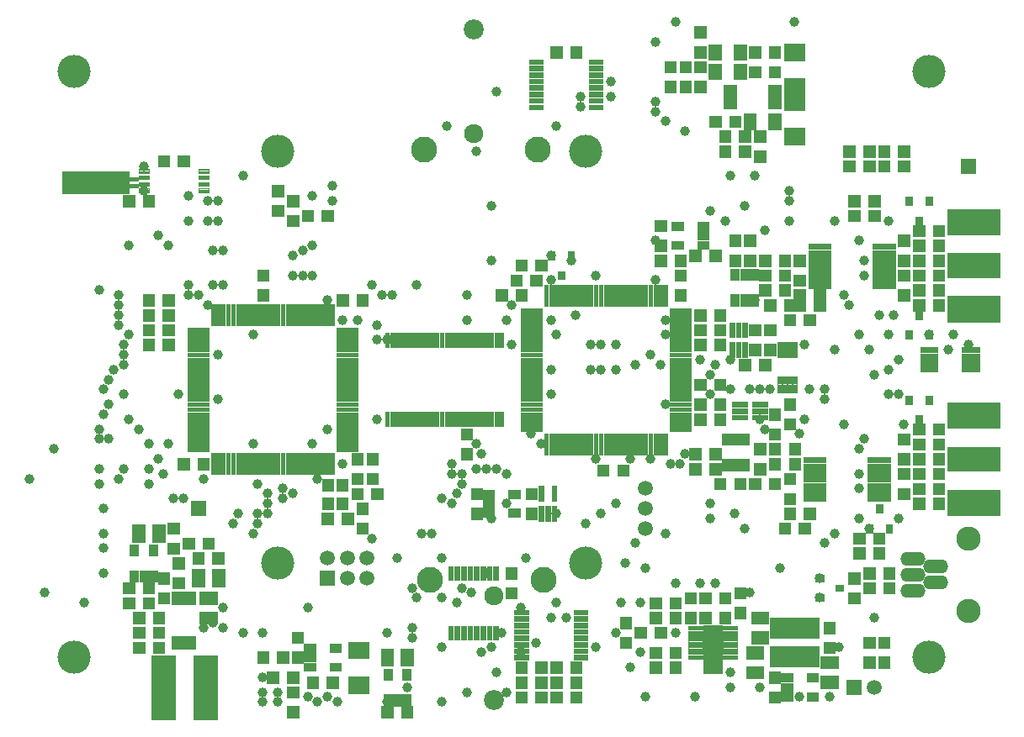
<source format=gts>
G75*
G70*
%OFA0B0*%
%FSLAX24Y24*%
%IPPOS*%
%LPD*%
%AMOC8*
5,1,8,0,0,1.08239X$1,22.5*
%
%ADD10C,0.0034*%
%ADD11C,0.0966*%
%ADD12O,0.0992X0.0536*%
%ADD13C,0.0024*%
%ADD14C,0.0029*%
%ADD15C,0.0023*%
%ADD16R,0.0595X0.0595*%
%ADD17C,0.0595*%
%ADD18C,0.0033*%
%ADD19C,0.0025*%
%ADD20C,0.0026*%
%ADD21C,0.0036*%
%ADD22C,0.0022*%
%ADD23C,0.0025*%
%ADD24C,0.0019*%
%ADD25C,0.0033*%
%ADD26C,0.0026*%
%ADD27C,0.0035*%
%ADD28C,0.0029*%
%ADD29C,0.0020*%
%ADD30C,0.0020*%
%ADD31C,0.0021*%
%ADD32C,0.1316*%
%ADD33C,0.0795*%
%ADD34C,0.1031*%
%ADD35C,0.0759*%
%ADD36C,0.0031*%
%ADD37C,0.0390*%
D10*
X009056Y012154D02*
X009212Y012154D01*
X009056Y012154D02*
X009056Y012986D01*
X009212Y012986D01*
X009212Y012154D01*
X009212Y012187D02*
X009056Y012187D01*
X009056Y012220D02*
X009212Y012220D01*
X009212Y012253D02*
X009056Y012253D01*
X009056Y012286D02*
X009212Y012286D01*
X009212Y012319D02*
X009056Y012319D01*
X009056Y012352D02*
X009212Y012352D01*
X009212Y012385D02*
X009056Y012385D01*
X009056Y012418D02*
X009212Y012418D01*
X009212Y012451D02*
X009056Y012451D01*
X009056Y012484D02*
X009212Y012484D01*
X009212Y012517D02*
X009056Y012517D01*
X009056Y012550D02*
X009212Y012550D01*
X009212Y012583D02*
X009056Y012583D01*
X009056Y012616D02*
X009212Y012616D01*
X009212Y012649D02*
X009056Y012649D01*
X009056Y012682D02*
X009212Y012682D01*
X009212Y012715D02*
X009056Y012715D01*
X009056Y012748D02*
X009212Y012748D01*
X009212Y012781D02*
X009056Y012781D01*
X009056Y012814D02*
X009212Y012814D01*
X009212Y012847D02*
X009056Y012847D01*
X009056Y012880D02*
X009212Y012880D01*
X009212Y012913D02*
X009056Y012913D01*
X009056Y012946D02*
X009212Y012946D01*
X009212Y012979D02*
X009056Y012979D01*
X009253Y012154D02*
X009409Y012154D01*
X009253Y012154D02*
X009253Y012986D01*
X009409Y012986D01*
X009409Y012154D01*
X009409Y012187D02*
X009253Y012187D01*
X009253Y012220D02*
X009409Y012220D01*
X009409Y012253D02*
X009253Y012253D01*
X009253Y012286D02*
X009409Y012286D01*
X009409Y012319D02*
X009253Y012319D01*
X009253Y012352D02*
X009409Y012352D01*
X009409Y012385D02*
X009253Y012385D01*
X009253Y012418D02*
X009409Y012418D01*
X009409Y012451D02*
X009253Y012451D01*
X009253Y012484D02*
X009409Y012484D01*
X009409Y012517D02*
X009253Y012517D01*
X009253Y012550D02*
X009409Y012550D01*
X009409Y012583D02*
X009253Y012583D01*
X009253Y012616D02*
X009409Y012616D01*
X009409Y012649D02*
X009253Y012649D01*
X009253Y012682D02*
X009409Y012682D01*
X009409Y012715D02*
X009253Y012715D01*
X009253Y012748D02*
X009409Y012748D01*
X009409Y012781D02*
X009253Y012781D01*
X009253Y012814D02*
X009409Y012814D01*
X009409Y012847D02*
X009253Y012847D01*
X009253Y012880D02*
X009409Y012880D01*
X009409Y012913D02*
X009253Y012913D01*
X009253Y012946D02*
X009409Y012946D01*
X009409Y012979D02*
X009253Y012979D01*
X009450Y012154D02*
X009606Y012154D01*
X009450Y012154D02*
X009450Y012986D01*
X009606Y012986D01*
X009606Y012154D01*
X009606Y012187D02*
X009450Y012187D01*
X009450Y012220D02*
X009606Y012220D01*
X009606Y012253D02*
X009450Y012253D01*
X009450Y012286D02*
X009606Y012286D01*
X009606Y012319D02*
X009450Y012319D01*
X009450Y012352D02*
X009606Y012352D01*
X009606Y012385D02*
X009450Y012385D01*
X009450Y012418D02*
X009606Y012418D01*
X009606Y012451D02*
X009450Y012451D01*
X009450Y012484D02*
X009606Y012484D01*
X009606Y012517D02*
X009450Y012517D01*
X009450Y012550D02*
X009606Y012550D01*
X009606Y012583D02*
X009450Y012583D01*
X009450Y012616D02*
X009606Y012616D01*
X009606Y012649D02*
X009450Y012649D01*
X009450Y012682D02*
X009606Y012682D01*
X009606Y012715D02*
X009450Y012715D01*
X009450Y012748D02*
X009606Y012748D01*
X009606Y012781D02*
X009450Y012781D01*
X009450Y012814D02*
X009606Y012814D01*
X009606Y012847D02*
X009450Y012847D01*
X009450Y012880D02*
X009606Y012880D01*
X009606Y012913D02*
X009450Y012913D01*
X009450Y012946D02*
X009606Y012946D01*
X009606Y012979D02*
X009450Y012979D01*
X009647Y012154D02*
X009803Y012154D01*
X009647Y012154D02*
X009647Y012986D01*
X009803Y012986D01*
X009803Y012154D01*
X009803Y012187D02*
X009647Y012187D01*
X009647Y012220D02*
X009803Y012220D01*
X009803Y012253D02*
X009647Y012253D01*
X009647Y012286D02*
X009803Y012286D01*
X009803Y012319D02*
X009647Y012319D01*
X009647Y012352D02*
X009803Y012352D01*
X009803Y012385D02*
X009647Y012385D01*
X009647Y012418D02*
X009803Y012418D01*
X009803Y012451D02*
X009647Y012451D01*
X009647Y012484D02*
X009803Y012484D01*
X009803Y012517D02*
X009647Y012517D01*
X009647Y012550D02*
X009803Y012550D01*
X009803Y012583D02*
X009647Y012583D01*
X009647Y012616D02*
X009803Y012616D01*
X009803Y012649D02*
X009647Y012649D01*
X009647Y012682D02*
X009803Y012682D01*
X009803Y012715D02*
X009647Y012715D01*
X009647Y012748D02*
X009803Y012748D01*
X009803Y012781D02*
X009647Y012781D01*
X009647Y012814D02*
X009803Y012814D01*
X009803Y012847D02*
X009647Y012847D01*
X009647Y012880D02*
X009803Y012880D01*
X009803Y012913D02*
X009647Y012913D01*
X009647Y012946D02*
X009803Y012946D01*
X009803Y012979D02*
X009647Y012979D01*
X009844Y012154D02*
X010000Y012154D01*
X009844Y012154D02*
X009844Y012986D01*
X010000Y012986D01*
X010000Y012154D01*
X010000Y012187D02*
X009844Y012187D01*
X009844Y012220D02*
X010000Y012220D01*
X010000Y012253D02*
X009844Y012253D01*
X009844Y012286D02*
X010000Y012286D01*
X010000Y012319D02*
X009844Y012319D01*
X009844Y012352D02*
X010000Y012352D01*
X010000Y012385D02*
X009844Y012385D01*
X009844Y012418D02*
X010000Y012418D01*
X010000Y012451D02*
X009844Y012451D01*
X009844Y012484D02*
X010000Y012484D01*
X010000Y012517D02*
X009844Y012517D01*
X009844Y012550D02*
X010000Y012550D01*
X010000Y012583D02*
X009844Y012583D01*
X009844Y012616D02*
X010000Y012616D01*
X010000Y012649D02*
X009844Y012649D01*
X009844Y012682D02*
X010000Y012682D01*
X010000Y012715D02*
X009844Y012715D01*
X009844Y012748D02*
X010000Y012748D01*
X010000Y012781D02*
X009844Y012781D01*
X009844Y012814D02*
X010000Y012814D01*
X010000Y012847D02*
X009844Y012847D01*
X009844Y012880D02*
X010000Y012880D01*
X010000Y012913D02*
X009844Y012913D01*
X009844Y012946D02*
X010000Y012946D01*
X010000Y012979D02*
X009844Y012979D01*
X010041Y012154D02*
X010197Y012154D01*
X010041Y012154D02*
X010041Y012986D01*
X010197Y012986D01*
X010197Y012154D01*
X010197Y012187D02*
X010041Y012187D01*
X010041Y012220D02*
X010197Y012220D01*
X010197Y012253D02*
X010041Y012253D01*
X010041Y012286D02*
X010197Y012286D01*
X010197Y012319D02*
X010041Y012319D01*
X010041Y012352D02*
X010197Y012352D01*
X010197Y012385D02*
X010041Y012385D01*
X010041Y012418D02*
X010197Y012418D01*
X010197Y012451D02*
X010041Y012451D01*
X010041Y012484D02*
X010197Y012484D01*
X010197Y012517D02*
X010041Y012517D01*
X010041Y012550D02*
X010197Y012550D01*
X010197Y012583D02*
X010041Y012583D01*
X010041Y012616D02*
X010197Y012616D01*
X010197Y012649D02*
X010041Y012649D01*
X010041Y012682D02*
X010197Y012682D01*
X010197Y012715D02*
X010041Y012715D01*
X010041Y012748D02*
X010197Y012748D01*
X010197Y012781D02*
X010041Y012781D01*
X010041Y012814D02*
X010197Y012814D01*
X010197Y012847D02*
X010041Y012847D01*
X010041Y012880D02*
X010197Y012880D01*
X010197Y012913D02*
X010041Y012913D01*
X010041Y012946D02*
X010197Y012946D01*
X010197Y012979D02*
X010041Y012979D01*
X010238Y012154D02*
X010394Y012154D01*
X010238Y012154D02*
X010238Y012986D01*
X010394Y012986D01*
X010394Y012154D01*
X010394Y012187D02*
X010238Y012187D01*
X010238Y012220D02*
X010394Y012220D01*
X010394Y012253D02*
X010238Y012253D01*
X010238Y012286D02*
X010394Y012286D01*
X010394Y012319D02*
X010238Y012319D01*
X010238Y012352D02*
X010394Y012352D01*
X010394Y012385D02*
X010238Y012385D01*
X010238Y012418D02*
X010394Y012418D01*
X010394Y012451D02*
X010238Y012451D01*
X010238Y012484D02*
X010394Y012484D01*
X010394Y012517D02*
X010238Y012517D01*
X010238Y012550D02*
X010394Y012550D01*
X010394Y012583D02*
X010238Y012583D01*
X010238Y012616D02*
X010394Y012616D01*
X010394Y012649D02*
X010238Y012649D01*
X010238Y012682D02*
X010394Y012682D01*
X010394Y012715D02*
X010238Y012715D01*
X010238Y012748D02*
X010394Y012748D01*
X010394Y012781D02*
X010238Y012781D01*
X010238Y012814D02*
X010394Y012814D01*
X010394Y012847D02*
X010238Y012847D01*
X010238Y012880D02*
X010394Y012880D01*
X010394Y012913D02*
X010238Y012913D01*
X010238Y012946D02*
X010394Y012946D01*
X010394Y012979D02*
X010238Y012979D01*
X010434Y012154D02*
X010590Y012154D01*
X010434Y012154D02*
X010434Y012986D01*
X010590Y012986D01*
X010590Y012154D01*
X010590Y012187D02*
X010434Y012187D01*
X010434Y012220D02*
X010590Y012220D01*
X010590Y012253D02*
X010434Y012253D01*
X010434Y012286D02*
X010590Y012286D01*
X010590Y012319D02*
X010434Y012319D01*
X010434Y012352D02*
X010590Y012352D01*
X010590Y012385D02*
X010434Y012385D01*
X010434Y012418D02*
X010590Y012418D01*
X010590Y012451D02*
X010434Y012451D01*
X010434Y012484D02*
X010590Y012484D01*
X010590Y012517D02*
X010434Y012517D01*
X010434Y012550D02*
X010590Y012550D01*
X010590Y012583D02*
X010434Y012583D01*
X010434Y012616D02*
X010590Y012616D01*
X010590Y012649D02*
X010434Y012649D01*
X010434Y012682D02*
X010590Y012682D01*
X010590Y012715D02*
X010434Y012715D01*
X010434Y012748D02*
X010590Y012748D01*
X010590Y012781D02*
X010434Y012781D01*
X010434Y012814D02*
X010590Y012814D01*
X010590Y012847D02*
X010434Y012847D01*
X010434Y012880D02*
X010590Y012880D01*
X010590Y012913D02*
X010434Y012913D01*
X010434Y012946D02*
X010590Y012946D01*
X010590Y012979D02*
X010434Y012979D01*
X010631Y012154D02*
X010787Y012154D01*
X010631Y012154D02*
X010631Y012986D01*
X010787Y012986D01*
X010787Y012154D01*
X010787Y012187D02*
X010631Y012187D01*
X010631Y012220D02*
X010787Y012220D01*
X010787Y012253D02*
X010631Y012253D01*
X010631Y012286D02*
X010787Y012286D01*
X010787Y012319D02*
X010631Y012319D01*
X010631Y012352D02*
X010787Y012352D01*
X010787Y012385D02*
X010631Y012385D01*
X010631Y012418D02*
X010787Y012418D01*
X010787Y012451D02*
X010631Y012451D01*
X010631Y012484D02*
X010787Y012484D01*
X010787Y012517D02*
X010631Y012517D01*
X010631Y012550D02*
X010787Y012550D01*
X010787Y012583D02*
X010631Y012583D01*
X010631Y012616D02*
X010787Y012616D01*
X010787Y012649D02*
X010631Y012649D01*
X010631Y012682D02*
X010787Y012682D01*
X010787Y012715D02*
X010631Y012715D01*
X010631Y012748D02*
X010787Y012748D01*
X010787Y012781D02*
X010631Y012781D01*
X010631Y012814D02*
X010787Y012814D01*
X010787Y012847D02*
X010631Y012847D01*
X010631Y012880D02*
X010787Y012880D01*
X010787Y012913D02*
X010631Y012913D01*
X010631Y012946D02*
X010787Y012946D01*
X010787Y012979D02*
X010631Y012979D01*
X010828Y012154D02*
X010984Y012154D01*
X010828Y012154D02*
X010828Y012986D01*
X010984Y012986D01*
X010984Y012154D01*
X010984Y012187D02*
X010828Y012187D01*
X010828Y012220D02*
X010984Y012220D01*
X010984Y012253D02*
X010828Y012253D01*
X010828Y012286D02*
X010984Y012286D01*
X010984Y012319D02*
X010828Y012319D01*
X010828Y012352D02*
X010984Y012352D01*
X010984Y012385D02*
X010828Y012385D01*
X010828Y012418D02*
X010984Y012418D01*
X010984Y012451D02*
X010828Y012451D01*
X010828Y012484D02*
X010984Y012484D01*
X010984Y012517D02*
X010828Y012517D01*
X010828Y012550D02*
X010984Y012550D01*
X010984Y012583D02*
X010828Y012583D01*
X010828Y012616D02*
X010984Y012616D01*
X010984Y012649D02*
X010828Y012649D01*
X010828Y012682D02*
X010984Y012682D01*
X010984Y012715D02*
X010828Y012715D01*
X010828Y012748D02*
X010984Y012748D01*
X010984Y012781D02*
X010828Y012781D01*
X010828Y012814D02*
X010984Y012814D01*
X010984Y012847D02*
X010828Y012847D01*
X010828Y012880D02*
X010984Y012880D01*
X010984Y012913D02*
X010828Y012913D01*
X010828Y012946D02*
X010984Y012946D01*
X010984Y012979D02*
X010828Y012979D01*
X011025Y012154D02*
X011181Y012154D01*
X011025Y012154D02*
X011025Y012986D01*
X011181Y012986D01*
X011181Y012154D01*
X011181Y012187D02*
X011025Y012187D01*
X011025Y012220D02*
X011181Y012220D01*
X011181Y012253D02*
X011025Y012253D01*
X011025Y012286D02*
X011181Y012286D01*
X011181Y012319D02*
X011025Y012319D01*
X011025Y012352D02*
X011181Y012352D01*
X011181Y012385D02*
X011025Y012385D01*
X011025Y012418D02*
X011181Y012418D01*
X011181Y012451D02*
X011025Y012451D01*
X011025Y012484D02*
X011181Y012484D01*
X011181Y012517D02*
X011025Y012517D01*
X011025Y012550D02*
X011181Y012550D01*
X011181Y012583D02*
X011025Y012583D01*
X011025Y012616D02*
X011181Y012616D01*
X011181Y012649D02*
X011025Y012649D01*
X011025Y012682D02*
X011181Y012682D01*
X011181Y012715D02*
X011025Y012715D01*
X011025Y012748D02*
X011181Y012748D01*
X011181Y012781D02*
X011025Y012781D01*
X011025Y012814D02*
X011181Y012814D01*
X011181Y012847D02*
X011025Y012847D01*
X011025Y012880D02*
X011181Y012880D01*
X011181Y012913D02*
X011025Y012913D01*
X011025Y012946D02*
X011181Y012946D01*
X011181Y012979D02*
X011025Y012979D01*
X011222Y012154D02*
X011378Y012154D01*
X011222Y012154D02*
X011222Y012986D01*
X011378Y012986D01*
X011378Y012154D01*
X011378Y012187D02*
X011222Y012187D01*
X011222Y012220D02*
X011378Y012220D01*
X011378Y012253D02*
X011222Y012253D01*
X011222Y012286D02*
X011378Y012286D01*
X011378Y012319D02*
X011222Y012319D01*
X011222Y012352D02*
X011378Y012352D01*
X011378Y012385D02*
X011222Y012385D01*
X011222Y012418D02*
X011378Y012418D01*
X011378Y012451D02*
X011222Y012451D01*
X011222Y012484D02*
X011378Y012484D01*
X011378Y012517D02*
X011222Y012517D01*
X011222Y012550D02*
X011378Y012550D01*
X011378Y012583D02*
X011222Y012583D01*
X011222Y012616D02*
X011378Y012616D01*
X011378Y012649D02*
X011222Y012649D01*
X011222Y012682D02*
X011378Y012682D01*
X011378Y012715D02*
X011222Y012715D01*
X011222Y012748D02*
X011378Y012748D01*
X011378Y012781D02*
X011222Y012781D01*
X011222Y012814D02*
X011378Y012814D01*
X011378Y012847D02*
X011222Y012847D01*
X011222Y012880D02*
X011378Y012880D01*
X011378Y012913D02*
X011222Y012913D01*
X011222Y012946D02*
X011378Y012946D01*
X011378Y012979D02*
X011222Y012979D01*
X011419Y012154D02*
X011575Y012154D01*
X011419Y012154D02*
X011419Y012986D01*
X011575Y012986D01*
X011575Y012154D01*
X011575Y012187D02*
X011419Y012187D01*
X011419Y012220D02*
X011575Y012220D01*
X011575Y012253D02*
X011419Y012253D01*
X011419Y012286D02*
X011575Y012286D01*
X011575Y012319D02*
X011419Y012319D01*
X011419Y012352D02*
X011575Y012352D01*
X011575Y012385D02*
X011419Y012385D01*
X011419Y012418D02*
X011575Y012418D01*
X011575Y012451D02*
X011419Y012451D01*
X011419Y012484D02*
X011575Y012484D01*
X011575Y012517D02*
X011419Y012517D01*
X011419Y012550D02*
X011575Y012550D01*
X011575Y012583D02*
X011419Y012583D01*
X011419Y012616D02*
X011575Y012616D01*
X011575Y012649D02*
X011419Y012649D01*
X011419Y012682D02*
X011575Y012682D01*
X011575Y012715D02*
X011419Y012715D01*
X011419Y012748D02*
X011575Y012748D01*
X011575Y012781D02*
X011419Y012781D01*
X011419Y012814D02*
X011575Y012814D01*
X011575Y012847D02*
X011419Y012847D01*
X011419Y012880D02*
X011575Y012880D01*
X011575Y012913D02*
X011419Y012913D01*
X011419Y012946D02*
X011575Y012946D01*
X011575Y012979D02*
X011419Y012979D01*
X011616Y012154D02*
X011772Y012154D01*
X011616Y012154D02*
X011616Y012986D01*
X011772Y012986D01*
X011772Y012154D01*
X011772Y012187D02*
X011616Y012187D01*
X011616Y012220D02*
X011772Y012220D01*
X011772Y012253D02*
X011616Y012253D01*
X011616Y012286D02*
X011772Y012286D01*
X011772Y012319D02*
X011616Y012319D01*
X011616Y012352D02*
X011772Y012352D01*
X011772Y012385D02*
X011616Y012385D01*
X011616Y012418D02*
X011772Y012418D01*
X011772Y012451D02*
X011616Y012451D01*
X011616Y012484D02*
X011772Y012484D01*
X011772Y012517D02*
X011616Y012517D01*
X011616Y012550D02*
X011772Y012550D01*
X011772Y012583D02*
X011616Y012583D01*
X011616Y012616D02*
X011772Y012616D01*
X011772Y012649D02*
X011616Y012649D01*
X011616Y012682D02*
X011772Y012682D01*
X011772Y012715D02*
X011616Y012715D01*
X011616Y012748D02*
X011772Y012748D01*
X011772Y012781D02*
X011616Y012781D01*
X011616Y012814D02*
X011772Y012814D01*
X011772Y012847D02*
X011616Y012847D01*
X011616Y012880D02*
X011772Y012880D01*
X011772Y012913D02*
X011616Y012913D01*
X011616Y012946D02*
X011772Y012946D01*
X011772Y012979D02*
X011616Y012979D01*
X011812Y012154D02*
X011968Y012154D01*
X011812Y012154D02*
X011812Y012986D01*
X011968Y012986D01*
X011968Y012154D01*
X011968Y012187D02*
X011812Y012187D01*
X011812Y012220D02*
X011968Y012220D01*
X011968Y012253D02*
X011812Y012253D01*
X011812Y012286D02*
X011968Y012286D01*
X011968Y012319D02*
X011812Y012319D01*
X011812Y012352D02*
X011968Y012352D01*
X011968Y012385D02*
X011812Y012385D01*
X011812Y012418D02*
X011968Y012418D01*
X011968Y012451D02*
X011812Y012451D01*
X011812Y012484D02*
X011968Y012484D01*
X011968Y012517D02*
X011812Y012517D01*
X011812Y012550D02*
X011968Y012550D01*
X011968Y012583D02*
X011812Y012583D01*
X011812Y012616D02*
X011968Y012616D01*
X011968Y012649D02*
X011812Y012649D01*
X011812Y012682D02*
X011968Y012682D01*
X011968Y012715D02*
X011812Y012715D01*
X011812Y012748D02*
X011968Y012748D01*
X011968Y012781D02*
X011812Y012781D01*
X011812Y012814D02*
X011968Y012814D01*
X011968Y012847D02*
X011812Y012847D01*
X011812Y012880D02*
X011968Y012880D01*
X011968Y012913D02*
X011812Y012913D01*
X011812Y012946D02*
X011968Y012946D01*
X011968Y012979D02*
X011812Y012979D01*
X012009Y012154D02*
X012165Y012154D01*
X012009Y012154D02*
X012009Y012986D01*
X012165Y012986D01*
X012165Y012154D01*
X012165Y012187D02*
X012009Y012187D01*
X012009Y012220D02*
X012165Y012220D01*
X012165Y012253D02*
X012009Y012253D01*
X012009Y012286D02*
X012165Y012286D01*
X012165Y012319D02*
X012009Y012319D01*
X012009Y012352D02*
X012165Y012352D01*
X012165Y012385D02*
X012009Y012385D01*
X012009Y012418D02*
X012165Y012418D01*
X012165Y012451D02*
X012009Y012451D01*
X012009Y012484D02*
X012165Y012484D01*
X012165Y012517D02*
X012009Y012517D01*
X012009Y012550D02*
X012165Y012550D01*
X012165Y012583D02*
X012009Y012583D01*
X012009Y012616D02*
X012165Y012616D01*
X012165Y012649D02*
X012009Y012649D01*
X012009Y012682D02*
X012165Y012682D01*
X012165Y012715D02*
X012009Y012715D01*
X012009Y012748D02*
X012165Y012748D01*
X012165Y012781D02*
X012009Y012781D01*
X012009Y012814D02*
X012165Y012814D01*
X012165Y012847D02*
X012009Y012847D01*
X012009Y012880D02*
X012165Y012880D01*
X012165Y012913D02*
X012009Y012913D01*
X012009Y012946D02*
X012165Y012946D01*
X012165Y012979D02*
X012009Y012979D01*
X012206Y012154D02*
X012362Y012154D01*
X012206Y012154D02*
X012206Y012986D01*
X012362Y012986D01*
X012362Y012154D01*
X012362Y012187D02*
X012206Y012187D01*
X012206Y012220D02*
X012362Y012220D01*
X012362Y012253D02*
X012206Y012253D01*
X012206Y012286D02*
X012362Y012286D01*
X012362Y012319D02*
X012206Y012319D01*
X012206Y012352D02*
X012362Y012352D01*
X012362Y012385D02*
X012206Y012385D01*
X012206Y012418D02*
X012362Y012418D01*
X012362Y012451D02*
X012206Y012451D01*
X012206Y012484D02*
X012362Y012484D01*
X012362Y012517D02*
X012206Y012517D01*
X012206Y012550D02*
X012362Y012550D01*
X012362Y012583D02*
X012206Y012583D01*
X012206Y012616D02*
X012362Y012616D01*
X012362Y012649D02*
X012206Y012649D01*
X012206Y012682D02*
X012362Y012682D01*
X012362Y012715D02*
X012206Y012715D01*
X012206Y012748D02*
X012362Y012748D01*
X012362Y012781D02*
X012206Y012781D01*
X012206Y012814D02*
X012362Y012814D01*
X012362Y012847D02*
X012206Y012847D01*
X012206Y012880D02*
X012362Y012880D01*
X012362Y012913D02*
X012206Y012913D01*
X012206Y012946D02*
X012362Y012946D01*
X012362Y012979D02*
X012206Y012979D01*
X012403Y012154D02*
X012559Y012154D01*
X012403Y012154D02*
X012403Y012986D01*
X012559Y012986D01*
X012559Y012154D01*
X012559Y012187D02*
X012403Y012187D01*
X012403Y012220D02*
X012559Y012220D01*
X012559Y012253D02*
X012403Y012253D01*
X012403Y012286D02*
X012559Y012286D01*
X012559Y012319D02*
X012403Y012319D01*
X012403Y012352D02*
X012559Y012352D01*
X012559Y012385D02*
X012403Y012385D01*
X012403Y012418D02*
X012559Y012418D01*
X012559Y012451D02*
X012403Y012451D01*
X012403Y012484D02*
X012559Y012484D01*
X012559Y012517D02*
X012403Y012517D01*
X012403Y012550D02*
X012559Y012550D01*
X012559Y012583D02*
X012403Y012583D01*
X012403Y012616D02*
X012559Y012616D01*
X012559Y012649D02*
X012403Y012649D01*
X012403Y012682D02*
X012559Y012682D01*
X012559Y012715D02*
X012403Y012715D01*
X012403Y012748D02*
X012559Y012748D01*
X012559Y012781D02*
X012403Y012781D01*
X012403Y012814D02*
X012559Y012814D01*
X012559Y012847D02*
X012403Y012847D01*
X012403Y012880D02*
X012559Y012880D01*
X012559Y012913D02*
X012403Y012913D01*
X012403Y012946D02*
X012559Y012946D01*
X012559Y012979D02*
X012403Y012979D01*
X012600Y012154D02*
X012756Y012154D01*
X012600Y012154D02*
X012600Y012986D01*
X012756Y012986D01*
X012756Y012154D01*
X012756Y012187D02*
X012600Y012187D01*
X012600Y012220D02*
X012756Y012220D01*
X012756Y012253D02*
X012600Y012253D01*
X012600Y012286D02*
X012756Y012286D01*
X012756Y012319D02*
X012600Y012319D01*
X012600Y012352D02*
X012756Y012352D01*
X012756Y012385D02*
X012600Y012385D01*
X012600Y012418D02*
X012756Y012418D01*
X012756Y012451D02*
X012600Y012451D01*
X012600Y012484D02*
X012756Y012484D01*
X012756Y012517D02*
X012600Y012517D01*
X012600Y012550D02*
X012756Y012550D01*
X012756Y012583D02*
X012600Y012583D01*
X012600Y012616D02*
X012756Y012616D01*
X012756Y012649D02*
X012600Y012649D01*
X012600Y012682D02*
X012756Y012682D01*
X012756Y012715D02*
X012600Y012715D01*
X012600Y012748D02*
X012756Y012748D01*
X012756Y012781D02*
X012600Y012781D01*
X012600Y012814D02*
X012756Y012814D01*
X012756Y012847D02*
X012600Y012847D01*
X012600Y012880D02*
X012756Y012880D01*
X012756Y012913D02*
X012600Y012913D01*
X012600Y012946D02*
X012756Y012946D01*
X012756Y012979D02*
X012600Y012979D01*
X012797Y012154D02*
X012953Y012154D01*
X012797Y012154D02*
X012797Y012986D01*
X012953Y012986D01*
X012953Y012154D01*
X012953Y012187D02*
X012797Y012187D01*
X012797Y012220D02*
X012953Y012220D01*
X012953Y012253D02*
X012797Y012253D01*
X012797Y012286D02*
X012953Y012286D01*
X012953Y012319D02*
X012797Y012319D01*
X012797Y012352D02*
X012953Y012352D01*
X012953Y012385D02*
X012797Y012385D01*
X012797Y012418D02*
X012953Y012418D01*
X012953Y012451D02*
X012797Y012451D01*
X012797Y012484D02*
X012953Y012484D01*
X012953Y012517D02*
X012797Y012517D01*
X012797Y012550D02*
X012953Y012550D01*
X012953Y012583D02*
X012797Y012583D01*
X012797Y012616D02*
X012953Y012616D01*
X012953Y012649D02*
X012797Y012649D01*
X012797Y012682D02*
X012953Y012682D01*
X012953Y012715D02*
X012797Y012715D01*
X012797Y012748D02*
X012953Y012748D01*
X012953Y012781D02*
X012797Y012781D01*
X012797Y012814D02*
X012953Y012814D01*
X012953Y012847D02*
X012797Y012847D01*
X012797Y012880D02*
X012953Y012880D01*
X012953Y012913D02*
X012797Y012913D01*
X012797Y012946D02*
X012953Y012946D01*
X012953Y012979D02*
X012797Y012979D01*
X012993Y012154D02*
X013149Y012154D01*
X012993Y012154D02*
X012993Y012986D01*
X013149Y012986D01*
X013149Y012154D01*
X013149Y012187D02*
X012993Y012187D01*
X012993Y012220D02*
X013149Y012220D01*
X013149Y012253D02*
X012993Y012253D01*
X012993Y012286D02*
X013149Y012286D01*
X013149Y012319D02*
X012993Y012319D01*
X012993Y012352D02*
X013149Y012352D01*
X013149Y012385D02*
X012993Y012385D01*
X012993Y012418D02*
X013149Y012418D01*
X013149Y012451D02*
X012993Y012451D01*
X012993Y012484D02*
X013149Y012484D01*
X013149Y012517D02*
X012993Y012517D01*
X012993Y012550D02*
X013149Y012550D01*
X013149Y012583D02*
X012993Y012583D01*
X012993Y012616D02*
X013149Y012616D01*
X013149Y012649D02*
X012993Y012649D01*
X012993Y012682D02*
X013149Y012682D01*
X013149Y012715D02*
X012993Y012715D01*
X012993Y012748D02*
X013149Y012748D01*
X013149Y012781D02*
X012993Y012781D01*
X012993Y012814D02*
X013149Y012814D01*
X013149Y012847D02*
X012993Y012847D01*
X012993Y012880D02*
X013149Y012880D01*
X013149Y012913D02*
X012993Y012913D01*
X012993Y012946D02*
X013149Y012946D01*
X013149Y012979D02*
X012993Y012979D01*
X013190Y012154D02*
X013346Y012154D01*
X013190Y012154D02*
X013190Y012986D01*
X013346Y012986D01*
X013346Y012154D01*
X013346Y012187D02*
X013190Y012187D01*
X013190Y012220D02*
X013346Y012220D01*
X013346Y012253D02*
X013190Y012253D01*
X013190Y012286D02*
X013346Y012286D01*
X013346Y012319D02*
X013190Y012319D01*
X013190Y012352D02*
X013346Y012352D01*
X013346Y012385D02*
X013190Y012385D01*
X013190Y012418D02*
X013346Y012418D01*
X013346Y012451D02*
X013190Y012451D01*
X013190Y012484D02*
X013346Y012484D01*
X013346Y012517D02*
X013190Y012517D01*
X013190Y012550D02*
X013346Y012550D01*
X013346Y012583D02*
X013190Y012583D01*
X013190Y012616D02*
X013346Y012616D01*
X013346Y012649D02*
X013190Y012649D01*
X013190Y012682D02*
X013346Y012682D01*
X013346Y012715D02*
X013190Y012715D01*
X013190Y012748D02*
X013346Y012748D01*
X013346Y012781D02*
X013190Y012781D01*
X013190Y012814D02*
X013346Y012814D01*
X013346Y012847D02*
X013190Y012847D01*
X013190Y012880D02*
X013346Y012880D01*
X013346Y012913D02*
X013190Y012913D01*
X013190Y012946D02*
X013346Y012946D01*
X013346Y012979D02*
X013190Y012979D01*
X013387Y012154D02*
X013543Y012154D01*
X013387Y012154D02*
X013387Y012986D01*
X013543Y012986D01*
X013543Y012154D01*
X013543Y012187D02*
X013387Y012187D01*
X013387Y012220D02*
X013543Y012220D01*
X013543Y012253D02*
X013387Y012253D01*
X013387Y012286D02*
X013543Y012286D01*
X013543Y012319D02*
X013387Y012319D01*
X013387Y012352D02*
X013543Y012352D01*
X013543Y012385D02*
X013387Y012385D01*
X013387Y012418D02*
X013543Y012418D01*
X013543Y012451D02*
X013387Y012451D01*
X013387Y012484D02*
X013543Y012484D01*
X013543Y012517D02*
X013387Y012517D01*
X013387Y012550D02*
X013543Y012550D01*
X013543Y012583D02*
X013387Y012583D01*
X013387Y012616D02*
X013543Y012616D01*
X013543Y012649D02*
X013387Y012649D01*
X013387Y012682D02*
X013543Y012682D01*
X013543Y012715D02*
X013387Y012715D01*
X013387Y012748D02*
X013543Y012748D01*
X013543Y012781D02*
X013387Y012781D01*
X013387Y012814D02*
X013543Y012814D01*
X013543Y012847D02*
X013387Y012847D01*
X013387Y012880D02*
X013543Y012880D01*
X013543Y012913D02*
X013387Y012913D01*
X013387Y012946D02*
X013543Y012946D01*
X013543Y012979D02*
X013387Y012979D01*
X013584Y012154D02*
X013740Y012154D01*
X013584Y012154D02*
X013584Y012986D01*
X013740Y012986D01*
X013740Y012154D01*
X013740Y012187D02*
X013584Y012187D01*
X013584Y012220D02*
X013740Y012220D01*
X013740Y012253D02*
X013584Y012253D01*
X013584Y012286D02*
X013740Y012286D01*
X013740Y012319D02*
X013584Y012319D01*
X013584Y012352D02*
X013740Y012352D01*
X013740Y012385D02*
X013584Y012385D01*
X013584Y012418D02*
X013740Y012418D01*
X013740Y012451D02*
X013584Y012451D01*
X013584Y012484D02*
X013740Y012484D01*
X013740Y012517D02*
X013584Y012517D01*
X013584Y012550D02*
X013740Y012550D01*
X013740Y012583D02*
X013584Y012583D01*
X013584Y012616D02*
X013740Y012616D01*
X013740Y012649D02*
X013584Y012649D01*
X013584Y012682D02*
X013740Y012682D01*
X013740Y012715D02*
X013584Y012715D01*
X013584Y012748D02*
X013740Y012748D01*
X013740Y012781D02*
X013584Y012781D01*
X013584Y012814D02*
X013740Y012814D01*
X013740Y012847D02*
X013584Y012847D01*
X013584Y012880D02*
X013740Y012880D01*
X013740Y012913D02*
X013584Y012913D01*
X013584Y012946D02*
X013740Y012946D01*
X013740Y012979D02*
X013584Y012979D01*
X013781Y012154D02*
X013937Y012154D01*
X013781Y012154D02*
X013781Y012986D01*
X013937Y012986D01*
X013937Y012154D01*
X013937Y012187D02*
X013781Y012187D01*
X013781Y012220D02*
X013937Y012220D01*
X013937Y012253D02*
X013781Y012253D01*
X013781Y012286D02*
X013937Y012286D01*
X013937Y012319D02*
X013781Y012319D01*
X013781Y012352D02*
X013937Y012352D01*
X013937Y012385D02*
X013781Y012385D01*
X013781Y012418D02*
X013937Y012418D01*
X013937Y012451D02*
X013781Y012451D01*
X013781Y012484D02*
X013937Y012484D01*
X013937Y012517D02*
X013781Y012517D01*
X013781Y012550D02*
X013937Y012550D01*
X013937Y012583D02*
X013781Y012583D01*
X013781Y012616D02*
X013937Y012616D01*
X013937Y012649D02*
X013781Y012649D01*
X013781Y012682D02*
X013937Y012682D01*
X013937Y012715D02*
X013781Y012715D01*
X013781Y012748D02*
X013937Y012748D01*
X013937Y012781D02*
X013781Y012781D01*
X013781Y012814D02*
X013937Y012814D01*
X013937Y012847D02*
X013781Y012847D01*
X013781Y012880D02*
X013937Y012880D01*
X013937Y012913D02*
X013781Y012913D01*
X013781Y012946D02*
X013937Y012946D01*
X013937Y012979D02*
X013781Y012979D01*
X014033Y013082D02*
X014865Y013082D01*
X014033Y013082D02*
X014033Y013238D01*
X014865Y013238D01*
X014865Y013082D01*
X014865Y013115D02*
X014033Y013115D01*
X014033Y013148D02*
X014865Y013148D01*
X014865Y013181D02*
X014033Y013181D01*
X014033Y013214D02*
X014865Y013214D01*
X014865Y013279D02*
X014033Y013279D01*
X014033Y013435D01*
X014865Y013435D01*
X014865Y013279D01*
X014865Y013312D02*
X014033Y013312D01*
X014033Y013345D02*
X014865Y013345D01*
X014865Y013378D02*
X014033Y013378D01*
X014033Y013411D02*
X014865Y013411D01*
X014865Y013476D02*
X014033Y013476D01*
X014033Y013632D01*
X014865Y013632D01*
X014865Y013476D01*
X014865Y013509D02*
X014033Y013509D01*
X014033Y013542D02*
X014865Y013542D01*
X014865Y013575D02*
X014033Y013575D01*
X014033Y013608D02*
X014865Y013608D01*
X014865Y013673D02*
X014033Y013673D01*
X014033Y013829D01*
X014865Y013829D01*
X014865Y013673D01*
X014865Y013706D02*
X014033Y013706D01*
X014033Y013739D02*
X014865Y013739D01*
X014865Y013772D02*
X014033Y013772D01*
X014033Y013805D02*
X014865Y013805D01*
X014865Y013870D02*
X014033Y013870D01*
X014033Y014026D01*
X014865Y014026D01*
X014865Y013870D01*
X014865Y013903D02*
X014033Y013903D01*
X014033Y013936D02*
X014865Y013936D01*
X014865Y013969D02*
X014033Y013969D01*
X014033Y014002D02*
X014865Y014002D01*
X014865Y014067D02*
X014033Y014067D01*
X014033Y014223D01*
X014865Y014223D01*
X014865Y014067D01*
X014865Y014100D02*
X014033Y014100D01*
X014033Y014133D02*
X014865Y014133D01*
X014865Y014166D02*
X014033Y014166D01*
X014033Y014199D02*
X014865Y014199D01*
X014865Y014263D02*
X014033Y014263D01*
X014033Y014419D01*
X014865Y014419D01*
X014865Y014263D01*
X014865Y014296D02*
X014033Y014296D01*
X014033Y014329D02*
X014865Y014329D01*
X014865Y014362D02*
X014033Y014362D01*
X014033Y014395D02*
X014865Y014395D01*
X014865Y014460D02*
X014033Y014460D01*
X014033Y014616D01*
X014865Y014616D01*
X014865Y014460D01*
X014865Y014493D02*
X014033Y014493D01*
X014033Y014526D02*
X014865Y014526D01*
X014865Y014559D02*
X014033Y014559D01*
X014033Y014592D02*
X014865Y014592D01*
X014865Y014657D02*
X014033Y014657D01*
X014033Y014813D01*
X014865Y014813D01*
X014865Y014657D01*
X014865Y014690D02*
X014033Y014690D01*
X014033Y014723D02*
X014865Y014723D01*
X014865Y014756D02*
X014033Y014756D01*
X014033Y014789D02*
X014865Y014789D01*
X014865Y014854D02*
X014033Y014854D01*
X014033Y015010D01*
X014865Y015010D01*
X014865Y014854D01*
X014865Y014887D02*
X014033Y014887D01*
X014033Y014920D02*
X014865Y014920D01*
X014865Y014953D02*
X014033Y014953D01*
X014033Y014986D02*
X014865Y014986D01*
X014865Y015051D02*
X014033Y015051D01*
X014033Y015207D01*
X014865Y015207D01*
X014865Y015051D01*
X014865Y015084D02*
X014033Y015084D01*
X014033Y015117D02*
X014865Y015117D01*
X014865Y015150D02*
X014033Y015150D01*
X014033Y015183D02*
X014865Y015183D01*
X014865Y015248D02*
X014033Y015248D01*
X014033Y015404D01*
X014865Y015404D01*
X014865Y015248D01*
X014865Y015281D02*
X014033Y015281D01*
X014033Y015314D02*
X014865Y015314D01*
X014865Y015347D02*
X014033Y015347D01*
X014033Y015380D02*
X014865Y015380D01*
X014865Y015445D02*
X014033Y015445D01*
X014033Y015601D01*
X014865Y015601D01*
X014865Y015445D01*
X014865Y015478D02*
X014033Y015478D01*
X014033Y015511D02*
X014865Y015511D01*
X014865Y015544D02*
X014033Y015544D01*
X014033Y015577D02*
X014865Y015577D01*
X014865Y015641D02*
X014033Y015641D01*
X014033Y015797D01*
X014865Y015797D01*
X014865Y015641D01*
X014865Y015674D02*
X014033Y015674D01*
X014033Y015707D02*
X014865Y015707D01*
X014865Y015740D02*
X014033Y015740D01*
X014033Y015773D02*
X014865Y015773D01*
X014865Y015838D02*
X014033Y015838D01*
X014033Y015994D01*
X014865Y015994D01*
X014865Y015838D01*
X014865Y015871D02*
X014033Y015871D01*
X014033Y015904D02*
X014865Y015904D01*
X014865Y015937D02*
X014033Y015937D01*
X014033Y015970D02*
X014865Y015970D01*
X014865Y016035D02*
X014033Y016035D01*
X014033Y016191D01*
X014865Y016191D01*
X014865Y016035D01*
X014865Y016068D02*
X014033Y016068D01*
X014033Y016101D02*
X014865Y016101D01*
X014865Y016134D02*
X014033Y016134D01*
X014033Y016167D02*
X014865Y016167D01*
X014865Y016232D02*
X014033Y016232D01*
X014033Y016388D01*
X014865Y016388D01*
X014865Y016232D01*
X014865Y016265D02*
X014033Y016265D01*
X014033Y016298D02*
X014865Y016298D01*
X014865Y016331D02*
X014033Y016331D01*
X014033Y016364D02*
X014865Y016364D01*
X014865Y016429D02*
X014033Y016429D01*
X014033Y016585D01*
X014865Y016585D01*
X014865Y016429D01*
X014865Y016462D02*
X014033Y016462D01*
X014033Y016495D02*
X014865Y016495D01*
X014865Y016528D02*
X014033Y016528D01*
X014033Y016561D02*
X014865Y016561D01*
X014865Y016626D02*
X014033Y016626D01*
X014033Y016782D01*
X014865Y016782D01*
X014865Y016626D01*
X014865Y016659D02*
X014033Y016659D01*
X014033Y016692D02*
X014865Y016692D01*
X014865Y016725D02*
X014033Y016725D01*
X014033Y016758D02*
X014865Y016758D01*
X014865Y016822D02*
X014033Y016822D01*
X014033Y016978D01*
X014865Y016978D01*
X014865Y016822D01*
X014865Y016855D02*
X014033Y016855D01*
X014033Y016888D02*
X014865Y016888D01*
X014865Y016921D02*
X014033Y016921D01*
X014033Y016954D02*
X014865Y016954D01*
X014865Y017019D02*
X014033Y017019D01*
X014033Y017175D01*
X014865Y017175D01*
X014865Y017019D01*
X014865Y017052D02*
X014033Y017052D01*
X014033Y017085D02*
X014865Y017085D01*
X014865Y017118D02*
X014033Y017118D01*
X014033Y017151D02*
X014865Y017151D01*
X014865Y017216D02*
X014033Y017216D01*
X014033Y017372D01*
X014865Y017372D01*
X014865Y017216D01*
X014865Y017249D02*
X014033Y017249D01*
X014033Y017282D02*
X014865Y017282D01*
X014865Y017315D02*
X014033Y017315D01*
X014033Y017348D02*
X014865Y017348D01*
X014865Y017413D02*
X014033Y017413D01*
X014033Y017569D01*
X014865Y017569D01*
X014865Y017413D01*
X014865Y017446D02*
X014033Y017446D01*
X014033Y017479D02*
X014865Y017479D01*
X014865Y017512D02*
X014033Y017512D01*
X014033Y017545D02*
X014865Y017545D01*
X014865Y017610D02*
X014033Y017610D01*
X014033Y017766D01*
X014865Y017766D01*
X014865Y017610D01*
X014865Y017643D02*
X014033Y017643D01*
X014033Y017676D02*
X014865Y017676D01*
X014865Y017709D02*
X014033Y017709D01*
X014033Y017742D02*
X014865Y017742D01*
X014865Y017807D02*
X014033Y017807D01*
X014033Y017963D01*
X014865Y017963D01*
X014865Y017807D01*
X014865Y017840D02*
X014033Y017840D01*
X014033Y017873D02*
X014865Y017873D01*
X014865Y017906D02*
X014033Y017906D01*
X014033Y017939D02*
X014865Y017939D01*
X013937Y018059D02*
X013781Y018059D01*
X013781Y018891D01*
X013937Y018891D01*
X013937Y018059D01*
X013937Y018092D02*
X013781Y018092D01*
X013781Y018125D02*
X013937Y018125D01*
X013937Y018158D02*
X013781Y018158D01*
X013781Y018191D02*
X013937Y018191D01*
X013937Y018224D02*
X013781Y018224D01*
X013781Y018257D02*
X013937Y018257D01*
X013937Y018290D02*
X013781Y018290D01*
X013781Y018323D02*
X013937Y018323D01*
X013937Y018356D02*
X013781Y018356D01*
X013781Y018389D02*
X013937Y018389D01*
X013937Y018422D02*
X013781Y018422D01*
X013781Y018455D02*
X013937Y018455D01*
X013937Y018488D02*
X013781Y018488D01*
X013781Y018521D02*
X013937Y018521D01*
X013937Y018554D02*
X013781Y018554D01*
X013781Y018587D02*
X013937Y018587D01*
X013937Y018620D02*
X013781Y018620D01*
X013781Y018653D02*
X013937Y018653D01*
X013937Y018686D02*
X013781Y018686D01*
X013781Y018719D02*
X013937Y018719D01*
X013937Y018752D02*
X013781Y018752D01*
X013781Y018785D02*
X013937Y018785D01*
X013937Y018818D02*
X013781Y018818D01*
X013781Y018851D02*
X013937Y018851D01*
X013937Y018884D02*
X013781Y018884D01*
X013740Y018059D02*
X013584Y018059D01*
X013584Y018891D01*
X013740Y018891D01*
X013740Y018059D01*
X013740Y018092D02*
X013584Y018092D01*
X013584Y018125D02*
X013740Y018125D01*
X013740Y018158D02*
X013584Y018158D01*
X013584Y018191D02*
X013740Y018191D01*
X013740Y018224D02*
X013584Y018224D01*
X013584Y018257D02*
X013740Y018257D01*
X013740Y018290D02*
X013584Y018290D01*
X013584Y018323D02*
X013740Y018323D01*
X013740Y018356D02*
X013584Y018356D01*
X013584Y018389D02*
X013740Y018389D01*
X013740Y018422D02*
X013584Y018422D01*
X013584Y018455D02*
X013740Y018455D01*
X013740Y018488D02*
X013584Y018488D01*
X013584Y018521D02*
X013740Y018521D01*
X013740Y018554D02*
X013584Y018554D01*
X013584Y018587D02*
X013740Y018587D01*
X013740Y018620D02*
X013584Y018620D01*
X013584Y018653D02*
X013740Y018653D01*
X013740Y018686D02*
X013584Y018686D01*
X013584Y018719D02*
X013740Y018719D01*
X013740Y018752D02*
X013584Y018752D01*
X013584Y018785D02*
X013740Y018785D01*
X013740Y018818D02*
X013584Y018818D01*
X013584Y018851D02*
X013740Y018851D01*
X013740Y018884D02*
X013584Y018884D01*
X013543Y018059D02*
X013387Y018059D01*
X013387Y018891D01*
X013543Y018891D01*
X013543Y018059D01*
X013543Y018092D02*
X013387Y018092D01*
X013387Y018125D02*
X013543Y018125D01*
X013543Y018158D02*
X013387Y018158D01*
X013387Y018191D02*
X013543Y018191D01*
X013543Y018224D02*
X013387Y018224D01*
X013387Y018257D02*
X013543Y018257D01*
X013543Y018290D02*
X013387Y018290D01*
X013387Y018323D02*
X013543Y018323D01*
X013543Y018356D02*
X013387Y018356D01*
X013387Y018389D02*
X013543Y018389D01*
X013543Y018422D02*
X013387Y018422D01*
X013387Y018455D02*
X013543Y018455D01*
X013543Y018488D02*
X013387Y018488D01*
X013387Y018521D02*
X013543Y018521D01*
X013543Y018554D02*
X013387Y018554D01*
X013387Y018587D02*
X013543Y018587D01*
X013543Y018620D02*
X013387Y018620D01*
X013387Y018653D02*
X013543Y018653D01*
X013543Y018686D02*
X013387Y018686D01*
X013387Y018719D02*
X013543Y018719D01*
X013543Y018752D02*
X013387Y018752D01*
X013387Y018785D02*
X013543Y018785D01*
X013543Y018818D02*
X013387Y018818D01*
X013387Y018851D02*
X013543Y018851D01*
X013543Y018884D02*
X013387Y018884D01*
X013346Y018059D02*
X013190Y018059D01*
X013190Y018891D01*
X013346Y018891D01*
X013346Y018059D01*
X013346Y018092D02*
X013190Y018092D01*
X013190Y018125D02*
X013346Y018125D01*
X013346Y018158D02*
X013190Y018158D01*
X013190Y018191D02*
X013346Y018191D01*
X013346Y018224D02*
X013190Y018224D01*
X013190Y018257D02*
X013346Y018257D01*
X013346Y018290D02*
X013190Y018290D01*
X013190Y018323D02*
X013346Y018323D01*
X013346Y018356D02*
X013190Y018356D01*
X013190Y018389D02*
X013346Y018389D01*
X013346Y018422D02*
X013190Y018422D01*
X013190Y018455D02*
X013346Y018455D01*
X013346Y018488D02*
X013190Y018488D01*
X013190Y018521D02*
X013346Y018521D01*
X013346Y018554D02*
X013190Y018554D01*
X013190Y018587D02*
X013346Y018587D01*
X013346Y018620D02*
X013190Y018620D01*
X013190Y018653D02*
X013346Y018653D01*
X013346Y018686D02*
X013190Y018686D01*
X013190Y018719D02*
X013346Y018719D01*
X013346Y018752D02*
X013190Y018752D01*
X013190Y018785D02*
X013346Y018785D01*
X013346Y018818D02*
X013190Y018818D01*
X013190Y018851D02*
X013346Y018851D01*
X013346Y018884D02*
X013190Y018884D01*
X013149Y018059D02*
X012993Y018059D01*
X012993Y018891D01*
X013149Y018891D01*
X013149Y018059D01*
X013149Y018092D02*
X012993Y018092D01*
X012993Y018125D02*
X013149Y018125D01*
X013149Y018158D02*
X012993Y018158D01*
X012993Y018191D02*
X013149Y018191D01*
X013149Y018224D02*
X012993Y018224D01*
X012993Y018257D02*
X013149Y018257D01*
X013149Y018290D02*
X012993Y018290D01*
X012993Y018323D02*
X013149Y018323D01*
X013149Y018356D02*
X012993Y018356D01*
X012993Y018389D02*
X013149Y018389D01*
X013149Y018422D02*
X012993Y018422D01*
X012993Y018455D02*
X013149Y018455D01*
X013149Y018488D02*
X012993Y018488D01*
X012993Y018521D02*
X013149Y018521D01*
X013149Y018554D02*
X012993Y018554D01*
X012993Y018587D02*
X013149Y018587D01*
X013149Y018620D02*
X012993Y018620D01*
X012993Y018653D02*
X013149Y018653D01*
X013149Y018686D02*
X012993Y018686D01*
X012993Y018719D02*
X013149Y018719D01*
X013149Y018752D02*
X012993Y018752D01*
X012993Y018785D02*
X013149Y018785D01*
X013149Y018818D02*
X012993Y018818D01*
X012993Y018851D02*
X013149Y018851D01*
X013149Y018884D02*
X012993Y018884D01*
X012953Y018059D02*
X012797Y018059D01*
X012797Y018891D01*
X012953Y018891D01*
X012953Y018059D01*
X012953Y018092D02*
X012797Y018092D01*
X012797Y018125D02*
X012953Y018125D01*
X012953Y018158D02*
X012797Y018158D01*
X012797Y018191D02*
X012953Y018191D01*
X012953Y018224D02*
X012797Y018224D01*
X012797Y018257D02*
X012953Y018257D01*
X012953Y018290D02*
X012797Y018290D01*
X012797Y018323D02*
X012953Y018323D01*
X012953Y018356D02*
X012797Y018356D01*
X012797Y018389D02*
X012953Y018389D01*
X012953Y018422D02*
X012797Y018422D01*
X012797Y018455D02*
X012953Y018455D01*
X012953Y018488D02*
X012797Y018488D01*
X012797Y018521D02*
X012953Y018521D01*
X012953Y018554D02*
X012797Y018554D01*
X012797Y018587D02*
X012953Y018587D01*
X012953Y018620D02*
X012797Y018620D01*
X012797Y018653D02*
X012953Y018653D01*
X012953Y018686D02*
X012797Y018686D01*
X012797Y018719D02*
X012953Y018719D01*
X012953Y018752D02*
X012797Y018752D01*
X012797Y018785D02*
X012953Y018785D01*
X012953Y018818D02*
X012797Y018818D01*
X012797Y018851D02*
X012953Y018851D01*
X012953Y018884D02*
X012797Y018884D01*
X012756Y018059D02*
X012600Y018059D01*
X012600Y018891D01*
X012756Y018891D01*
X012756Y018059D01*
X012756Y018092D02*
X012600Y018092D01*
X012600Y018125D02*
X012756Y018125D01*
X012756Y018158D02*
X012600Y018158D01*
X012600Y018191D02*
X012756Y018191D01*
X012756Y018224D02*
X012600Y018224D01*
X012600Y018257D02*
X012756Y018257D01*
X012756Y018290D02*
X012600Y018290D01*
X012600Y018323D02*
X012756Y018323D01*
X012756Y018356D02*
X012600Y018356D01*
X012600Y018389D02*
X012756Y018389D01*
X012756Y018422D02*
X012600Y018422D01*
X012600Y018455D02*
X012756Y018455D01*
X012756Y018488D02*
X012600Y018488D01*
X012600Y018521D02*
X012756Y018521D01*
X012756Y018554D02*
X012600Y018554D01*
X012600Y018587D02*
X012756Y018587D01*
X012756Y018620D02*
X012600Y018620D01*
X012600Y018653D02*
X012756Y018653D01*
X012756Y018686D02*
X012600Y018686D01*
X012600Y018719D02*
X012756Y018719D01*
X012756Y018752D02*
X012600Y018752D01*
X012600Y018785D02*
X012756Y018785D01*
X012756Y018818D02*
X012600Y018818D01*
X012600Y018851D02*
X012756Y018851D01*
X012756Y018884D02*
X012600Y018884D01*
X012559Y018059D02*
X012403Y018059D01*
X012403Y018891D01*
X012559Y018891D01*
X012559Y018059D01*
X012559Y018092D02*
X012403Y018092D01*
X012403Y018125D02*
X012559Y018125D01*
X012559Y018158D02*
X012403Y018158D01*
X012403Y018191D02*
X012559Y018191D01*
X012559Y018224D02*
X012403Y018224D01*
X012403Y018257D02*
X012559Y018257D01*
X012559Y018290D02*
X012403Y018290D01*
X012403Y018323D02*
X012559Y018323D01*
X012559Y018356D02*
X012403Y018356D01*
X012403Y018389D02*
X012559Y018389D01*
X012559Y018422D02*
X012403Y018422D01*
X012403Y018455D02*
X012559Y018455D01*
X012559Y018488D02*
X012403Y018488D01*
X012403Y018521D02*
X012559Y018521D01*
X012559Y018554D02*
X012403Y018554D01*
X012403Y018587D02*
X012559Y018587D01*
X012559Y018620D02*
X012403Y018620D01*
X012403Y018653D02*
X012559Y018653D01*
X012559Y018686D02*
X012403Y018686D01*
X012403Y018719D02*
X012559Y018719D01*
X012559Y018752D02*
X012403Y018752D01*
X012403Y018785D02*
X012559Y018785D01*
X012559Y018818D02*
X012403Y018818D01*
X012403Y018851D02*
X012559Y018851D01*
X012559Y018884D02*
X012403Y018884D01*
X012362Y018059D02*
X012206Y018059D01*
X012206Y018891D01*
X012362Y018891D01*
X012362Y018059D01*
X012362Y018092D02*
X012206Y018092D01*
X012206Y018125D02*
X012362Y018125D01*
X012362Y018158D02*
X012206Y018158D01*
X012206Y018191D02*
X012362Y018191D01*
X012362Y018224D02*
X012206Y018224D01*
X012206Y018257D02*
X012362Y018257D01*
X012362Y018290D02*
X012206Y018290D01*
X012206Y018323D02*
X012362Y018323D01*
X012362Y018356D02*
X012206Y018356D01*
X012206Y018389D02*
X012362Y018389D01*
X012362Y018422D02*
X012206Y018422D01*
X012206Y018455D02*
X012362Y018455D01*
X012362Y018488D02*
X012206Y018488D01*
X012206Y018521D02*
X012362Y018521D01*
X012362Y018554D02*
X012206Y018554D01*
X012206Y018587D02*
X012362Y018587D01*
X012362Y018620D02*
X012206Y018620D01*
X012206Y018653D02*
X012362Y018653D01*
X012362Y018686D02*
X012206Y018686D01*
X012206Y018719D02*
X012362Y018719D01*
X012362Y018752D02*
X012206Y018752D01*
X012206Y018785D02*
X012362Y018785D01*
X012362Y018818D02*
X012206Y018818D01*
X012206Y018851D02*
X012362Y018851D01*
X012362Y018884D02*
X012206Y018884D01*
X012165Y018059D02*
X012009Y018059D01*
X012009Y018891D01*
X012165Y018891D01*
X012165Y018059D01*
X012165Y018092D02*
X012009Y018092D01*
X012009Y018125D02*
X012165Y018125D01*
X012165Y018158D02*
X012009Y018158D01*
X012009Y018191D02*
X012165Y018191D01*
X012165Y018224D02*
X012009Y018224D01*
X012009Y018257D02*
X012165Y018257D01*
X012165Y018290D02*
X012009Y018290D01*
X012009Y018323D02*
X012165Y018323D01*
X012165Y018356D02*
X012009Y018356D01*
X012009Y018389D02*
X012165Y018389D01*
X012165Y018422D02*
X012009Y018422D01*
X012009Y018455D02*
X012165Y018455D01*
X012165Y018488D02*
X012009Y018488D01*
X012009Y018521D02*
X012165Y018521D01*
X012165Y018554D02*
X012009Y018554D01*
X012009Y018587D02*
X012165Y018587D01*
X012165Y018620D02*
X012009Y018620D01*
X012009Y018653D02*
X012165Y018653D01*
X012165Y018686D02*
X012009Y018686D01*
X012009Y018719D02*
X012165Y018719D01*
X012165Y018752D02*
X012009Y018752D01*
X012009Y018785D02*
X012165Y018785D01*
X012165Y018818D02*
X012009Y018818D01*
X012009Y018851D02*
X012165Y018851D01*
X012165Y018884D02*
X012009Y018884D01*
X011968Y018059D02*
X011812Y018059D01*
X011812Y018891D01*
X011968Y018891D01*
X011968Y018059D01*
X011968Y018092D02*
X011812Y018092D01*
X011812Y018125D02*
X011968Y018125D01*
X011968Y018158D02*
X011812Y018158D01*
X011812Y018191D02*
X011968Y018191D01*
X011968Y018224D02*
X011812Y018224D01*
X011812Y018257D02*
X011968Y018257D01*
X011968Y018290D02*
X011812Y018290D01*
X011812Y018323D02*
X011968Y018323D01*
X011968Y018356D02*
X011812Y018356D01*
X011812Y018389D02*
X011968Y018389D01*
X011968Y018422D02*
X011812Y018422D01*
X011812Y018455D02*
X011968Y018455D01*
X011968Y018488D02*
X011812Y018488D01*
X011812Y018521D02*
X011968Y018521D01*
X011968Y018554D02*
X011812Y018554D01*
X011812Y018587D02*
X011968Y018587D01*
X011968Y018620D02*
X011812Y018620D01*
X011812Y018653D02*
X011968Y018653D01*
X011968Y018686D02*
X011812Y018686D01*
X011812Y018719D02*
X011968Y018719D01*
X011968Y018752D02*
X011812Y018752D01*
X011812Y018785D02*
X011968Y018785D01*
X011968Y018818D02*
X011812Y018818D01*
X011812Y018851D02*
X011968Y018851D01*
X011968Y018884D02*
X011812Y018884D01*
X011772Y018059D02*
X011616Y018059D01*
X011616Y018891D01*
X011772Y018891D01*
X011772Y018059D01*
X011772Y018092D02*
X011616Y018092D01*
X011616Y018125D02*
X011772Y018125D01*
X011772Y018158D02*
X011616Y018158D01*
X011616Y018191D02*
X011772Y018191D01*
X011772Y018224D02*
X011616Y018224D01*
X011616Y018257D02*
X011772Y018257D01*
X011772Y018290D02*
X011616Y018290D01*
X011616Y018323D02*
X011772Y018323D01*
X011772Y018356D02*
X011616Y018356D01*
X011616Y018389D02*
X011772Y018389D01*
X011772Y018422D02*
X011616Y018422D01*
X011616Y018455D02*
X011772Y018455D01*
X011772Y018488D02*
X011616Y018488D01*
X011616Y018521D02*
X011772Y018521D01*
X011772Y018554D02*
X011616Y018554D01*
X011616Y018587D02*
X011772Y018587D01*
X011772Y018620D02*
X011616Y018620D01*
X011616Y018653D02*
X011772Y018653D01*
X011772Y018686D02*
X011616Y018686D01*
X011616Y018719D02*
X011772Y018719D01*
X011772Y018752D02*
X011616Y018752D01*
X011616Y018785D02*
X011772Y018785D01*
X011772Y018818D02*
X011616Y018818D01*
X011616Y018851D02*
X011772Y018851D01*
X011772Y018884D02*
X011616Y018884D01*
X011575Y018059D02*
X011419Y018059D01*
X011419Y018891D01*
X011575Y018891D01*
X011575Y018059D01*
X011575Y018092D02*
X011419Y018092D01*
X011419Y018125D02*
X011575Y018125D01*
X011575Y018158D02*
X011419Y018158D01*
X011419Y018191D02*
X011575Y018191D01*
X011575Y018224D02*
X011419Y018224D01*
X011419Y018257D02*
X011575Y018257D01*
X011575Y018290D02*
X011419Y018290D01*
X011419Y018323D02*
X011575Y018323D01*
X011575Y018356D02*
X011419Y018356D01*
X011419Y018389D02*
X011575Y018389D01*
X011575Y018422D02*
X011419Y018422D01*
X011419Y018455D02*
X011575Y018455D01*
X011575Y018488D02*
X011419Y018488D01*
X011419Y018521D02*
X011575Y018521D01*
X011575Y018554D02*
X011419Y018554D01*
X011419Y018587D02*
X011575Y018587D01*
X011575Y018620D02*
X011419Y018620D01*
X011419Y018653D02*
X011575Y018653D01*
X011575Y018686D02*
X011419Y018686D01*
X011419Y018719D02*
X011575Y018719D01*
X011575Y018752D02*
X011419Y018752D01*
X011419Y018785D02*
X011575Y018785D01*
X011575Y018818D02*
X011419Y018818D01*
X011419Y018851D02*
X011575Y018851D01*
X011575Y018884D02*
X011419Y018884D01*
X011378Y018059D02*
X011222Y018059D01*
X011222Y018891D01*
X011378Y018891D01*
X011378Y018059D01*
X011378Y018092D02*
X011222Y018092D01*
X011222Y018125D02*
X011378Y018125D01*
X011378Y018158D02*
X011222Y018158D01*
X011222Y018191D02*
X011378Y018191D01*
X011378Y018224D02*
X011222Y018224D01*
X011222Y018257D02*
X011378Y018257D01*
X011378Y018290D02*
X011222Y018290D01*
X011222Y018323D02*
X011378Y018323D01*
X011378Y018356D02*
X011222Y018356D01*
X011222Y018389D02*
X011378Y018389D01*
X011378Y018422D02*
X011222Y018422D01*
X011222Y018455D02*
X011378Y018455D01*
X011378Y018488D02*
X011222Y018488D01*
X011222Y018521D02*
X011378Y018521D01*
X011378Y018554D02*
X011222Y018554D01*
X011222Y018587D02*
X011378Y018587D01*
X011378Y018620D02*
X011222Y018620D01*
X011222Y018653D02*
X011378Y018653D01*
X011378Y018686D02*
X011222Y018686D01*
X011222Y018719D02*
X011378Y018719D01*
X011378Y018752D02*
X011222Y018752D01*
X011222Y018785D02*
X011378Y018785D01*
X011378Y018818D02*
X011222Y018818D01*
X011222Y018851D02*
X011378Y018851D01*
X011378Y018884D02*
X011222Y018884D01*
X011181Y018059D02*
X011025Y018059D01*
X011025Y018891D01*
X011181Y018891D01*
X011181Y018059D01*
X011181Y018092D02*
X011025Y018092D01*
X011025Y018125D02*
X011181Y018125D01*
X011181Y018158D02*
X011025Y018158D01*
X011025Y018191D02*
X011181Y018191D01*
X011181Y018224D02*
X011025Y018224D01*
X011025Y018257D02*
X011181Y018257D01*
X011181Y018290D02*
X011025Y018290D01*
X011025Y018323D02*
X011181Y018323D01*
X011181Y018356D02*
X011025Y018356D01*
X011025Y018389D02*
X011181Y018389D01*
X011181Y018422D02*
X011025Y018422D01*
X011025Y018455D02*
X011181Y018455D01*
X011181Y018488D02*
X011025Y018488D01*
X011025Y018521D02*
X011181Y018521D01*
X011181Y018554D02*
X011025Y018554D01*
X011025Y018587D02*
X011181Y018587D01*
X011181Y018620D02*
X011025Y018620D01*
X011025Y018653D02*
X011181Y018653D01*
X011181Y018686D02*
X011025Y018686D01*
X011025Y018719D02*
X011181Y018719D01*
X011181Y018752D02*
X011025Y018752D01*
X011025Y018785D02*
X011181Y018785D01*
X011181Y018818D02*
X011025Y018818D01*
X011025Y018851D02*
X011181Y018851D01*
X011181Y018884D02*
X011025Y018884D01*
X010984Y018059D02*
X010828Y018059D01*
X010828Y018891D01*
X010984Y018891D01*
X010984Y018059D01*
X010984Y018092D02*
X010828Y018092D01*
X010828Y018125D02*
X010984Y018125D01*
X010984Y018158D02*
X010828Y018158D01*
X010828Y018191D02*
X010984Y018191D01*
X010984Y018224D02*
X010828Y018224D01*
X010828Y018257D02*
X010984Y018257D01*
X010984Y018290D02*
X010828Y018290D01*
X010828Y018323D02*
X010984Y018323D01*
X010984Y018356D02*
X010828Y018356D01*
X010828Y018389D02*
X010984Y018389D01*
X010984Y018422D02*
X010828Y018422D01*
X010828Y018455D02*
X010984Y018455D01*
X010984Y018488D02*
X010828Y018488D01*
X010828Y018521D02*
X010984Y018521D01*
X010984Y018554D02*
X010828Y018554D01*
X010828Y018587D02*
X010984Y018587D01*
X010984Y018620D02*
X010828Y018620D01*
X010828Y018653D02*
X010984Y018653D01*
X010984Y018686D02*
X010828Y018686D01*
X010828Y018719D02*
X010984Y018719D01*
X010984Y018752D02*
X010828Y018752D01*
X010828Y018785D02*
X010984Y018785D01*
X010984Y018818D02*
X010828Y018818D01*
X010828Y018851D02*
X010984Y018851D01*
X010984Y018884D02*
X010828Y018884D01*
X010787Y018059D02*
X010631Y018059D01*
X010631Y018891D01*
X010787Y018891D01*
X010787Y018059D01*
X010787Y018092D02*
X010631Y018092D01*
X010631Y018125D02*
X010787Y018125D01*
X010787Y018158D02*
X010631Y018158D01*
X010631Y018191D02*
X010787Y018191D01*
X010787Y018224D02*
X010631Y018224D01*
X010631Y018257D02*
X010787Y018257D01*
X010787Y018290D02*
X010631Y018290D01*
X010631Y018323D02*
X010787Y018323D01*
X010787Y018356D02*
X010631Y018356D01*
X010631Y018389D02*
X010787Y018389D01*
X010787Y018422D02*
X010631Y018422D01*
X010631Y018455D02*
X010787Y018455D01*
X010787Y018488D02*
X010631Y018488D01*
X010631Y018521D02*
X010787Y018521D01*
X010787Y018554D02*
X010631Y018554D01*
X010631Y018587D02*
X010787Y018587D01*
X010787Y018620D02*
X010631Y018620D01*
X010631Y018653D02*
X010787Y018653D01*
X010787Y018686D02*
X010631Y018686D01*
X010631Y018719D02*
X010787Y018719D01*
X010787Y018752D02*
X010631Y018752D01*
X010631Y018785D02*
X010787Y018785D01*
X010787Y018818D02*
X010631Y018818D01*
X010631Y018851D02*
X010787Y018851D01*
X010787Y018884D02*
X010631Y018884D01*
X010590Y018059D02*
X010434Y018059D01*
X010434Y018891D01*
X010590Y018891D01*
X010590Y018059D01*
X010590Y018092D02*
X010434Y018092D01*
X010434Y018125D02*
X010590Y018125D01*
X010590Y018158D02*
X010434Y018158D01*
X010434Y018191D02*
X010590Y018191D01*
X010590Y018224D02*
X010434Y018224D01*
X010434Y018257D02*
X010590Y018257D01*
X010590Y018290D02*
X010434Y018290D01*
X010434Y018323D02*
X010590Y018323D01*
X010590Y018356D02*
X010434Y018356D01*
X010434Y018389D02*
X010590Y018389D01*
X010590Y018422D02*
X010434Y018422D01*
X010434Y018455D02*
X010590Y018455D01*
X010590Y018488D02*
X010434Y018488D01*
X010434Y018521D02*
X010590Y018521D01*
X010590Y018554D02*
X010434Y018554D01*
X010434Y018587D02*
X010590Y018587D01*
X010590Y018620D02*
X010434Y018620D01*
X010434Y018653D02*
X010590Y018653D01*
X010590Y018686D02*
X010434Y018686D01*
X010434Y018719D02*
X010590Y018719D01*
X010590Y018752D02*
X010434Y018752D01*
X010434Y018785D02*
X010590Y018785D01*
X010590Y018818D02*
X010434Y018818D01*
X010434Y018851D02*
X010590Y018851D01*
X010590Y018884D02*
X010434Y018884D01*
X010394Y018059D02*
X010238Y018059D01*
X010238Y018891D01*
X010394Y018891D01*
X010394Y018059D01*
X010394Y018092D02*
X010238Y018092D01*
X010238Y018125D02*
X010394Y018125D01*
X010394Y018158D02*
X010238Y018158D01*
X010238Y018191D02*
X010394Y018191D01*
X010394Y018224D02*
X010238Y018224D01*
X010238Y018257D02*
X010394Y018257D01*
X010394Y018290D02*
X010238Y018290D01*
X010238Y018323D02*
X010394Y018323D01*
X010394Y018356D02*
X010238Y018356D01*
X010238Y018389D02*
X010394Y018389D01*
X010394Y018422D02*
X010238Y018422D01*
X010238Y018455D02*
X010394Y018455D01*
X010394Y018488D02*
X010238Y018488D01*
X010238Y018521D02*
X010394Y018521D01*
X010394Y018554D02*
X010238Y018554D01*
X010238Y018587D02*
X010394Y018587D01*
X010394Y018620D02*
X010238Y018620D01*
X010238Y018653D02*
X010394Y018653D01*
X010394Y018686D02*
X010238Y018686D01*
X010238Y018719D02*
X010394Y018719D01*
X010394Y018752D02*
X010238Y018752D01*
X010238Y018785D02*
X010394Y018785D01*
X010394Y018818D02*
X010238Y018818D01*
X010238Y018851D02*
X010394Y018851D01*
X010394Y018884D02*
X010238Y018884D01*
X010197Y018059D02*
X010041Y018059D01*
X010041Y018891D01*
X010197Y018891D01*
X010197Y018059D01*
X010197Y018092D02*
X010041Y018092D01*
X010041Y018125D02*
X010197Y018125D01*
X010197Y018158D02*
X010041Y018158D01*
X010041Y018191D02*
X010197Y018191D01*
X010197Y018224D02*
X010041Y018224D01*
X010041Y018257D02*
X010197Y018257D01*
X010197Y018290D02*
X010041Y018290D01*
X010041Y018323D02*
X010197Y018323D01*
X010197Y018356D02*
X010041Y018356D01*
X010041Y018389D02*
X010197Y018389D01*
X010197Y018422D02*
X010041Y018422D01*
X010041Y018455D02*
X010197Y018455D01*
X010197Y018488D02*
X010041Y018488D01*
X010041Y018521D02*
X010197Y018521D01*
X010197Y018554D02*
X010041Y018554D01*
X010041Y018587D02*
X010197Y018587D01*
X010197Y018620D02*
X010041Y018620D01*
X010041Y018653D02*
X010197Y018653D01*
X010197Y018686D02*
X010041Y018686D01*
X010041Y018719D02*
X010197Y018719D01*
X010197Y018752D02*
X010041Y018752D01*
X010041Y018785D02*
X010197Y018785D01*
X010197Y018818D02*
X010041Y018818D01*
X010041Y018851D02*
X010197Y018851D01*
X010197Y018884D02*
X010041Y018884D01*
X010000Y018059D02*
X009844Y018059D01*
X009844Y018891D01*
X010000Y018891D01*
X010000Y018059D01*
X010000Y018092D02*
X009844Y018092D01*
X009844Y018125D02*
X010000Y018125D01*
X010000Y018158D02*
X009844Y018158D01*
X009844Y018191D02*
X010000Y018191D01*
X010000Y018224D02*
X009844Y018224D01*
X009844Y018257D02*
X010000Y018257D01*
X010000Y018290D02*
X009844Y018290D01*
X009844Y018323D02*
X010000Y018323D01*
X010000Y018356D02*
X009844Y018356D01*
X009844Y018389D02*
X010000Y018389D01*
X010000Y018422D02*
X009844Y018422D01*
X009844Y018455D02*
X010000Y018455D01*
X010000Y018488D02*
X009844Y018488D01*
X009844Y018521D02*
X010000Y018521D01*
X010000Y018554D02*
X009844Y018554D01*
X009844Y018587D02*
X010000Y018587D01*
X010000Y018620D02*
X009844Y018620D01*
X009844Y018653D02*
X010000Y018653D01*
X010000Y018686D02*
X009844Y018686D01*
X009844Y018719D02*
X010000Y018719D01*
X010000Y018752D02*
X009844Y018752D01*
X009844Y018785D02*
X010000Y018785D01*
X010000Y018818D02*
X009844Y018818D01*
X009844Y018851D02*
X010000Y018851D01*
X010000Y018884D02*
X009844Y018884D01*
X009803Y018059D02*
X009647Y018059D01*
X009647Y018891D01*
X009803Y018891D01*
X009803Y018059D01*
X009803Y018092D02*
X009647Y018092D01*
X009647Y018125D02*
X009803Y018125D01*
X009803Y018158D02*
X009647Y018158D01*
X009647Y018191D02*
X009803Y018191D01*
X009803Y018224D02*
X009647Y018224D01*
X009647Y018257D02*
X009803Y018257D01*
X009803Y018290D02*
X009647Y018290D01*
X009647Y018323D02*
X009803Y018323D01*
X009803Y018356D02*
X009647Y018356D01*
X009647Y018389D02*
X009803Y018389D01*
X009803Y018422D02*
X009647Y018422D01*
X009647Y018455D02*
X009803Y018455D01*
X009803Y018488D02*
X009647Y018488D01*
X009647Y018521D02*
X009803Y018521D01*
X009803Y018554D02*
X009647Y018554D01*
X009647Y018587D02*
X009803Y018587D01*
X009803Y018620D02*
X009647Y018620D01*
X009647Y018653D02*
X009803Y018653D01*
X009803Y018686D02*
X009647Y018686D01*
X009647Y018719D02*
X009803Y018719D01*
X009803Y018752D02*
X009647Y018752D01*
X009647Y018785D02*
X009803Y018785D01*
X009803Y018818D02*
X009647Y018818D01*
X009647Y018851D02*
X009803Y018851D01*
X009803Y018884D02*
X009647Y018884D01*
X009606Y018059D02*
X009450Y018059D01*
X009450Y018891D01*
X009606Y018891D01*
X009606Y018059D01*
X009606Y018092D02*
X009450Y018092D01*
X009450Y018125D02*
X009606Y018125D01*
X009606Y018158D02*
X009450Y018158D01*
X009450Y018191D02*
X009606Y018191D01*
X009606Y018224D02*
X009450Y018224D01*
X009450Y018257D02*
X009606Y018257D01*
X009606Y018290D02*
X009450Y018290D01*
X009450Y018323D02*
X009606Y018323D01*
X009606Y018356D02*
X009450Y018356D01*
X009450Y018389D02*
X009606Y018389D01*
X009606Y018422D02*
X009450Y018422D01*
X009450Y018455D02*
X009606Y018455D01*
X009606Y018488D02*
X009450Y018488D01*
X009450Y018521D02*
X009606Y018521D01*
X009606Y018554D02*
X009450Y018554D01*
X009450Y018587D02*
X009606Y018587D01*
X009606Y018620D02*
X009450Y018620D01*
X009450Y018653D02*
X009606Y018653D01*
X009606Y018686D02*
X009450Y018686D01*
X009450Y018719D02*
X009606Y018719D01*
X009606Y018752D02*
X009450Y018752D01*
X009450Y018785D02*
X009606Y018785D01*
X009606Y018818D02*
X009450Y018818D01*
X009450Y018851D02*
X009606Y018851D01*
X009606Y018884D02*
X009450Y018884D01*
X009409Y018059D02*
X009253Y018059D01*
X009253Y018891D01*
X009409Y018891D01*
X009409Y018059D01*
X009409Y018092D02*
X009253Y018092D01*
X009253Y018125D02*
X009409Y018125D01*
X009409Y018158D02*
X009253Y018158D01*
X009253Y018191D02*
X009409Y018191D01*
X009409Y018224D02*
X009253Y018224D01*
X009253Y018257D02*
X009409Y018257D01*
X009409Y018290D02*
X009253Y018290D01*
X009253Y018323D02*
X009409Y018323D01*
X009409Y018356D02*
X009253Y018356D01*
X009253Y018389D02*
X009409Y018389D01*
X009409Y018422D02*
X009253Y018422D01*
X009253Y018455D02*
X009409Y018455D01*
X009409Y018488D02*
X009253Y018488D01*
X009253Y018521D02*
X009409Y018521D01*
X009409Y018554D02*
X009253Y018554D01*
X009253Y018587D02*
X009409Y018587D01*
X009409Y018620D02*
X009253Y018620D01*
X009253Y018653D02*
X009409Y018653D01*
X009409Y018686D02*
X009253Y018686D01*
X009253Y018719D02*
X009409Y018719D01*
X009409Y018752D02*
X009253Y018752D01*
X009253Y018785D02*
X009409Y018785D01*
X009409Y018818D02*
X009253Y018818D01*
X009253Y018851D02*
X009409Y018851D01*
X009409Y018884D02*
X009253Y018884D01*
X009212Y018059D02*
X009056Y018059D01*
X009056Y018891D01*
X009212Y018891D01*
X009212Y018059D01*
X009212Y018092D02*
X009056Y018092D01*
X009056Y018125D02*
X009212Y018125D01*
X009212Y018158D02*
X009056Y018158D01*
X009056Y018191D02*
X009212Y018191D01*
X009212Y018224D02*
X009056Y018224D01*
X009056Y018257D02*
X009212Y018257D01*
X009212Y018290D02*
X009056Y018290D01*
X009056Y018323D02*
X009212Y018323D01*
X009212Y018356D02*
X009056Y018356D01*
X009056Y018389D02*
X009212Y018389D01*
X009212Y018422D02*
X009056Y018422D01*
X009056Y018455D02*
X009212Y018455D01*
X009212Y018488D02*
X009056Y018488D01*
X009056Y018521D02*
X009212Y018521D01*
X009212Y018554D02*
X009056Y018554D01*
X009056Y018587D02*
X009212Y018587D01*
X009212Y018620D02*
X009056Y018620D01*
X009056Y018653D02*
X009212Y018653D01*
X009212Y018686D02*
X009056Y018686D01*
X009056Y018719D02*
X009212Y018719D01*
X009212Y018752D02*
X009056Y018752D01*
X009056Y018785D02*
X009212Y018785D01*
X009212Y018818D02*
X009056Y018818D01*
X009056Y018851D02*
X009212Y018851D01*
X009212Y018884D02*
X009056Y018884D01*
X008960Y017807D02*
X008128Y017807D01*
X008128Y017963D01*
X008960Y017963D01*
X008960Y017807D01*
X008960Y017840D02*
X008128Y017840D01*
X008128Y017873D02*
X008960Y017873D01*
X008960Y017906D02*
X008128Y017906D01*
X008128Y017939D02*
X008960Y017939D01*
X008960Y017610D02*
X008128Y017610D01*
X008128Y017766D01*
X008960Y017766D01*
X008960Y017610D01*
X008960Y017643D02*
X008128Y017643D01*
X008128Y017676D02*
X008960Y017676D01*
X008960Y017709D02*
X008128Y017709D01*
X008128Y017742D02*
X008960Y017742D01*
X008960Y017413D02*
X008128Y017413D01*
X008128Y017569D01*
X008960Y017569D01*
X008960Y017413D01*
X008960Y017446D02*
X008128Y017446D01*
X008128Y017479D02*
X008960Y017479D01*
X008960Y017512D02*
X008128Y017512D01*
X008128Y017545D02*
X008960Y017545D01*
X008960Y017216D02*
X008128Y017216D01*
X008128Y017372D01*
X008960Y017372D01*
X008960Y017216D01*
X008960Y017249D02*
X008128Y017249D01*
X008128Y017282D02*
X008960Y017282D01*
X008960Y017315D02*
X008128Y017315D01*
X008128Y017348D02*
X008960Y017348D01*
X008960Y017019D02*
X008128Y017019D01*
X008128Y017175D01*
X008960Y017175D01*
X008960Y017019D01*
X008960Y017052D02*
X008128Y017052D01*
X008128Y017085D02*
X008960Y017085D01*
X008960Y017118D02*
X008128Y017118D01*
X008128Y017151D02*
X008960Y017151D01*
X008960Y016822D02*
X008128Y016822D01*
X008128Y016978D01*
X008960Y016978D01*
X008960Y016822D01*
X008960Y016855D02*
X008128Y016855D01*
X008128Y016888D02*
X008960Y016888D01*
X008960Y016921D02*
X008128Y016921D01*
X008128Y016954D02*
X008960Y016954D01*
X008960Y016626D02*
X008128Y016626D01*
X008128Y016782D01*
X008960Y016782D01*
X008960Y016626D01*
X008960Y016659D02*
X008128Y016659D01*
X008128Y016692D02*
X008960Y016692D01*
X008960Y016725D02*
X008128Y016725D01*
X008128Y016758D02*
X008960Y016758D01*
X008960Y016429D02*
X008128Y016429D01*
X008128Y016585D01*
X008960Y016585D01*
X008960Y016429D01*
X008960Y016462D02*
X008128Y016462D01*
X008128Y016495D02*
X008960Y016495D01*
X008960Y016528D02*
X008128Y016528D01*
X008128Y016561D02*
X008960Y016561D01*
X008960Y016232D02*
X008128Y016232D01*
X008128Y016388D01*
X008960Y016388D01*
X008960Y016232D01*
X008960Y016265D02*
X008128Y016265D01*
X008128Y016298D02*
X008960Y016298D01*
X008960Y016331D02*
X008128Y016331D01*
X008128Y016364D02*
X008960Y016364D01*
X008960Y016035D02*
X008128Y016035D01*
X008128Y016191D01*
X008960Y016191D01*
X008960Y016035D01*
X008960Y016068D02*
X008128Y016068D01*
X008128Y016101D02*
X008960Y016101D01*
X008960Y016134D02*
X008128Y016134D01*
X008128Y016167D02*
X008960Y016167D01*
X008960Y015838D02*
X008128Y015838D01*
X008128Y015994D01*
X008960Y015994D01*
X008960Y015838D01*
X008960Y015871D02*
X008128Y015871D01*
X008128Y015904D02*
X008960Y015904D01*
X008960Y015937D02*
X008128Y015937D01*
X008128Y015970D02*
X008960Y015970D01*
X008960Y015641D02*
X008128Y015641D01*
X008128Y015797D01*
X008960Y015797D01*
X008960Y015641D01*
X008960Y015674D02*
X008128Y015674D01*
X008128Y015707D02*
X008960Y015707D01*
X008960Y015740D02*
X008128Y015740D01*
X008128Y015773D02*
X008960Y015773D01*
X008960Y015445D02*
X008128Y015445D01*
X008128Y015601D01*
X008960Y015601D01*
X008960Y015445D01*
X008960Y015478D02*
X008128Y015478D01*
X008128Y015511D02*
X008960Y015511D01*
X008960Y015544D02*
X008128Y015544D01*
X008128Y015577D02*
X008960Y015577D01*
X008960Y015248D02*
X008128Y015248D01*
X008128Y015404D01*
X008960Y015404D01*
X008960Y015248D01*
X008960Y015281D02*
X008128Y015281D01*
X008128Y015314D02*
X008960Y015314D01*
X008960Y015347D02*
X008128Y015347D01*
X008128Y015380D02*
X008960Y015380D01*
X008960Y015051D02*
X008128Y015051D01*
X008128Y015207D01*
X008960Y015207D01*
X008960Y015051D01*
X008960Y015084D02*
X008128Y015084D01*
X008128Y015117D02*
X008960Y015117D01*
X008960Y015150D02*
X008128Y015150D01*
X008128Y015183D02*
X008960Y015183D01*
X008960Y014854D02*
X008128Y014854D01*
X008128Y015010D01*
X008960Y015010D01*
X008960Y014854D01*
X008960Y014887D02*
X008128Y014887D01*
X008128Y014920D02*
X008960Y014920D01*
X008960Y014953D02*
X008128Y014953D01*
X008128Y014986D02*
X008960Y014986D01*
X008960Y014657D02*
X008128Y014657D01*
X008128Y014813D01*
X008960Y014813D01*
X008960Y014657D01*
X008960Y014690D02*
X008128Y014690D01*
X008128Y014723D02*
X008960Y014723D01*
X008960Y014756D02*
X008128Y014756D01*
X008128Y014789D02*
X008960Y014789D01*
X008960Y014460D02*
X008128Y014460D01*
X008128Y014616D01*
X008960Y014616D01*
X008960Y014460D01*
X008960Y014493D02*
X008128Y014493D01*
X008128Y014526D02*
X008960Y014526D01*
X008960Y014559D02*
X008128Y014559D01*
X008128Y014592D02*
X008960Y014592D01*
X008960Y014263D02*
X008128Y014263D01*
X008128Y014419D01*
X008960Y014419D01*
X008960Y014263D01*
X008960Y014296D02*
X008128Y014296D01*
X008128Y014329D02*
X008960Y014329D01*
X008960Y014362D02*
X008128Y014362D01*
X008128Y014395D02*
X008960Y014395D01*
X008960Y014067D02*
X008128Y014067D01*
X008128Y014223D01*
X008960Y014223D01*
X008960Y014067D01*
X008960Y014100D02*
X008128Y014100D01*
X008128Y014133D02*
X008960Y014133D01*
X008960Y014166D02*
X008128Y014166D01*
X008128Y014199D02*
X008960Y014199D01*
X008960Y013870D02*
X008128Y013870D01*
X008128Y014026D01*
X008960Y014026D01*
X008960Y013870D01*
X008960Y013903D02*
X008128Y013903D01*
X008128Y013936D02*
X008960Y013936D01*
X008960Y013969D02*
X008128Y013969D01*
X008128Y014002D02*
X008960Y014002D01*
X008960Y013673D02*
X008128Y013673D01*
X008128Y013829D01*
X008960Y013829D01*
X008960Y013673D01*
X008960Y013706D02*
X008128Y013706D01*
X008128Y013739D02*
X008960Y013739D01*
X008960Y013772D02*
X008128Y013772D01*
X008128Y013805D02*
X008960Y013805D01*
X008960Y013476D02*
X008128Y013476D01*
X008128Y013632D01*
X008960Y013632D01*
X008960Y013476D01*
X008960Y013509D02*
X008128Y013509D01*
X008128Y013542D02*
X008960Y013542D01*
X008960Y013575D02*
X008128Y013575D01*
X008128Y013608D02*
X008960Y013608D01*
X008960Y013279D02*
X008128Y013279D01*
X008128Y013435D01*
X008960Y013435D01*
X008960Y013279D01*
X008960Y013312D02*
X008128Y013312D01*
X008128Y013345D02*
X008960Y013345D01*
X008960Y013378D02*
X008128Y013378D01*
X008128Y013411D02*
X008960Y013411D01*
X008960Y013082D02*
X008128Y013082D01*
X008128Y013238D01*
X008960Y013238D01*
X008960Y013082D01*
X008960Y013115D02*
X008128Y013115D01*
X008128Y013148D02*
X008960Y013148D01*
X008960Y013181D02*
X008128Y013181D01*
X008128Y013214D02*
X008960Y013214D01*
X021317Y013870D02*
X022149Y013870D01*
X021317Y013870D02*
X021317Y014026D01*
X022149Y014026D01*
X022149Y013870D01*
X022149Y013903D02*
X021317Y013903D01*
X021317Y013936D02*
X022149Y013936D01*
X022149Y013969D02*
X021317Y013969D01*
X021317Y014002D02*
X022149Y014002D01*
X022149Y014067D02*
X021317Y014067D01*
X021317Y014223D01*
X022149Y014223D01*
X022149Y014067D01*
X022149Y014100D02*
X021317Y014100D01*
X021317Y014133D02*
X022149Y014133D01*
X022149Y014166D02*
X021317Y014166D01*
X021317Y014199D02*
X022149Y014199D01*
X022149Y014263D02*
X021317Y014263D01*
X021317Y014419D01*
X022149Y014419D01*
X022149Y014263D01*
X022149Y014296D02*
X021317Y014296D01*
X021317Y014329D02*
X022149Y014329D01*
X022149Y014362D02*
X021317Y014362D01*
X021317Y014395D02*
X022149Y014395D01*
X022149Y014460D02*
X021317Y014460D01*
X021317Y014616D01*
X022149Y014616D01*
X022149Y014460D01*
X022149Y014493D02*
X021317Y014493D01*
X021317Y014526D02*
X022149Y014526D01*
X022149Y014559D02*
X021317Y014559D01*
X021317Y014592D02*
X022149Y014592D01*
X022149Y014657D02*
X021317Y014657D01*
X021317Y014813D01*
X022149Y014813D01*
X022149Y014657D01*
X022149Y014690D02*
X021317Y014690D01*
X021317Y014723D02*
X022149Y014723D01*
X022149Y014756D02*
X021317Y014756D01*
X021317Y014789D02*
X022149Y014789D01*
X022149Y014854D02*
X021317Y014854D01*
X021317Y015010D01*
X022149Y015010D01*
X022149Y014854D01*
X022149Y014887D02*
X021317Y014887D01*
X021317Y014920D02*
X022149Y014920D01*
X022149Y014953D02*
X021317Y014953D01*
X021317Y014986D02*
X022149Y014986D01*
X022149Y015051D02*
X021317Y015051D01*
X021317Y015207D01*
X022149Y015207D01*
X022149Y015051D01*
X022149Y015084D02*
X021317Y015084D01*
X021317Y015117D02*
X022149Y015117D01*
X022149Y015150D02*
X021317Y015150D01*
X021317Y015183D02*
X022149Y015183D01*
X022149Y015248D02*
X021317Y015248D01*
X021317Y015404D01*
X022149Y015404D01*
X022149Y015248D01*
X022149Y015281D02*
X021317Y015281D01*
X021317Y015314D02*
X022149Y015314D01*
X022149Y015347D02*
X021317Y015347D01*
X021317Y015380D02*
X022149Y015380D01*
X022149Y015445D02*
X021317Y015445D01*
X021317Y015601D01*
X022149Y015601D01*
X022149Y015445D01*
X022149Y015478D02*
X021317Y015478D01*
X021317Y015511D02*
X022149Y015511D01*
X022149Y015544D02*
X021317Y015544D01*
X021317Y015577D02*
X022149Y015577D01*
X022149Y015641D02*
X021317Y015641D01*
X021317Y015797D01*
X022149Y015797D01*
X022149Y015641D01*
X022149Y015674D02*
X021317Y015674D01*
X021317Y015707D02*
X022149Y015707D01*
X022149Y015740D02*
X021317Y015740D01*
X021317Y015773D02*
X022149Y015773D01*
X022149Y015838D02*
X021317Y015838D01*
X021317Y015994D01*
X022149Y015994D01*
X022149Y015838D01*
X022149Y015871D02*
X021317Y015871D01*
X021317Y015904D02*
X022149Y015904D01*
X022149Y015937D02*
X021317Y015937D01*
X021317Y015970D02*
X022149Y015970D01*
X022149Y016035D02*
X021317Y016035D01*
X021317Y016191D01*
X022149Y016191D01*
X022149Y016035D01*
X022149Y016068D02*
X021317Y016068D01*
X021317Y016101D02*
X022149Y016101D01*
X022149Y016134D02*
X021317Y016134D01*
X021317Y016167D02*
X022149Y016167D01*
X022149Y016232D02*
X021317Y016232D01*
X021317Y016388D01*
X022149Y016388D01*
X022149Y016232D01*
X022149Y016265D02*
X021317Y016265D01*
X021317Y016298D02*
X022149Y016298D01*
X022149Y016331D02*
X021317Y016331D01*
X021317Y016364D02*
X022149Y016364D01*
X022149Y016429D02*
X021317Y016429D01*
X021317Y016585D01*
X022149Y016585D01*
X022149Y016429D01*
X022149Y016462D02*
X021317Y016462D01*
X021317Y016495D02*
X022149Y016495D01*
X022149Y016528D02*
X021317Y016528D01*
X021317Y016561D02*
X022149Y016561D01*
X022149Y016626D02*
X021317Y016626D01*
X021317Y016782D01*
X022149Y016782D01*
X022149Y016626D01*
X022149Y016659D02*
X021317Y016659D01*
X021317Y016692D02*
X022149Y016692D01*
X022149Y016725D02*
X021317Y016725D01*
X021317Y016758D02*
X022149Y016758D01*
X022149Y016822D02*
X021317Y016822D01*
X021317Y016978D01*
X022149Y016978D01*
X022149Y016822D01*
X022149Y016855D02*
X021317Y016855D01*
X021317Y016888D02*
X022149Y016888D01*
X022149Y016921D02*
X021317Y016921D01*
X021317Y016954D02*
X022149Y016954D01*
X022149Y017019D02*
X021317Y017019D01*
X021317Y017175D01*
X022149Y017175D01*
X022149Y017019D01*
X022149Y017052D02*
X021317Y017052D01*
X021317Y017085D02*
X022149Y017085D01*
X022149Y017118D02*
X021317Y017118D01*
X021317Y017151D02*
X022149Y017151D01*
X022149Y017216D02*
X021317Y017216D01*
X021317Y017372D01*
X022149Y017372D01*
X022149Y017216D01*
X022149Y017249D02*
X021317Y017249D01*
X021317Y017282D02*
X022149Y017282D01*
X022149Y017315D02*
X021317Y017315D01*
X021317Y017348D02*
X022149Y017348D01*
X022149Y017413D02*
X021317Y017413D01*
X021317Y017569D01*
X022149Y017569D01*
X022149Y017413D01*
X022149Y017446D02*
X021317Y017446D01*
X021317Y017479D02*
X022149Y017479D01*
X022149Y017512D02*
X021317Y017512D01*
X021317Y017545D02*
X022149Y017545D01*
X022149Y017610D02*
X021317Y017610D01*
X021317Y017766D01*
X022149Y017766D01*
X022149Y017610D01*
X022149Y017643D02*
X021317Y017643D01*
X021317Y017676D02*
X022149Y017676D01*
X022149Y017709D02*
X021317Y017709D01*
X021317Y017742D02*
X022149Y017742D01*
X022149Y017807D02*
X021317Y017807D01*
X021317Y017963D01*
X022149Y017963D01*
X022149Y017807D01*
X022149Y017840D02*
X021317Y017840D01*
X021317Y017873D02*
X022149Y017873D01*
X022149Y017906D02*
X021317Y017906D01*
X021317Y017939D02*
X022149Y017939D01*
X022149Y018004D02*
X021317Y018004D01*
X021317Y018160D01*
X022149Y018160D01*
X022149Y018004D01*
X022149Y018037D02*
X021317Y018037D01*
X021317Y018070D02*
X022149Y018070D01*
X022149Y018103D02*
X021317Y018103D01*
X021317Y018136D02*
X022149Y018136D01*
X022149Y018200D02*
X021317Y018200D01*
X021317Y018356D01*
X022149Y018356D01*
X022149Y018200D01*
X022149Y018233D02*
X021317Y018233D01*
X021317Y018266D02*
X022149Y018266D01*
X022149Y018299D02*
X021317Y018299D01*
X021317Y018332D02*
X022149Y018332D01*
X022149Y018397D02*
X021317Y018397D01*
X021317Y018553D01*
X022149Y018553D01*
X022149Y018397D01*
X022149Y018430D02*
X021317Y018430D01*
X021317Y018463D02*
X022149Y018463D01*
X022149Y018496D02*
X021317Y018496D01*
X021317Y018529D02*
X022149Y018529D01*
X022149Y018594D02*
X021317Y018594D01*
X021317Y018750D01*
X022149Y018750D01*
X022149Y018594D01*
X022149Y018627D02*
X021317Y018627D01*
X021317Y018660D02*
X022149Y018660D01*
X022149Y018693D02*
X021317Y018693D01*
X021317Y018726D02*
X022149Y018726D01*
X022245Y018847D02*
X022401Y018847D01*
X022245Y018847D02*
X022245Y019679D01*
X022401Y019679D01*
X022401Y018847D01*
X022401Y018880D02*
X022245Y018880D01*
X022245Y018913D02*
X022401Y018913D01*
X022401Y018946D02*
X022245Y018946D01*
X022245Y018979D02*
X022401Y018979D01*
X022401Y019012D02*
X022245Y019012D01*
X022245Y019045D02*
X022401Y019045D01*
X022401Y019078D02*
X022245Y019078D01*
X022245Y019111D02*
X022401Y019111D01*
X022401Y019144D02*
X022245Y019144D01*
X022245Y019177D02*
X022401Y019177D01*
X022401Y019210D02*
X022245Y019210D01*
X022245Y019243D02*
X022401Y019243D01*
X022401Y019276D02*
X022245Y019276D01*
X022245Y019309D02*
X022401Y019309D01*
X022401Y019342D02*
X022245Y019342D01*
X022245Y019375D02*
X022401Y019375D01*
X022401Y019408D02*
X022245Y019408D01*
X022245Y019441D02*
X022401Y019441D01*
X022401Y019474D02*
X022245Y019474D01*
X022245Y019507D02*
X022401Y019507D01*
X022401Y019540D02*
X022245Y019540D01*
X022245Y019573D02*
X022401Y019573D01*
X022401Y019606D02*
X022245Y019606D01*
X022245Y019639D02*
X022401Y019639D01*
X022401Y019672D02*
X022245Y019672D01*
X022442Y018847D02*
X022598Y018847D01*
X022442Y018847D02*
X022442Y019679D01*
X022598Y019679D01*
X022598Y018847D01*
X022598Y018880D02*
X022442Y018880D01*
X022442Y018913D02*
X022598Y018913D01*
X022598Y018946D02*
X022442Y018946D01*
X022442Y018979D02*
X022598Y018979D01*
X022598Y019012D02*
X022442Y019012D01*
X022442Y019045D02*
X022598Y019045D01*
X022598Y019078D02*
X022442Y019078D01*
X022442Y019111D02*
X022598Y019111D01*
X022598Y019144D02*
X022442Y019144D01*
X022442Y019177D02*
X022598Y019177D01*
X022598Y019210D02*
X022442Y019210D01*
X022442Y019243D02*
X022598Y019243D01*
X022598Y019276D02*
X022442Y019276D01*
X022442Y019309D02*
X022598Y019309D01*
X022598Y019342D02*
X022442Y019342D01*
X022442Y019375D02*
X022598Y019375D01*
X022598Y019408D02*
X022442Y019408D01*
X022442Y019441D02*
X022598Y019441D01*
X022598Y019474D02*
X022442Y019474D01*
X022442Y019507D02*
X022598Y019507D01*
X022598Y019540D02*
X022442Y019540D01*
X022442Y019573D02*
X022598Y019573D01*
X022598Y019606D02*
X022442Y019606D01*
X022442Y019639D02*
X022598Y019639D01*
X022598Y019672D02*
X022442Y019672D01*
X022639Y018847D02*
X022795Y018847D01*
X022639Y018847D02*
X022639Y019679D01*
X022795Y019679D01*
X022795Y018847D01*
X022795Y018880D02*
X022639Y018880D01*
X022639Y018913D02*
X022795Y018913D01*
X022795Y018946D02*
X022639Y018946D01*
X022639Y018979D02*
X022795Y018979D01*
X022795Y019012D02*
X022639Y019012D01*
X022639Y019045D02*
X022795Y019045D01*
X022795Y019078D02*
X022639Y019078D01*
X022639Y019111D02*
X022795Y019111D01*
X022795Y019144D02*
X022639Y019144D01*
X022639Y019177D02*
X022795Y019177D01*
X022795Y019210D02*
X022639Y019210D01*
X022639Y019243D02*
X022795Y019243D01*
X022795Y019276D02*
X022639Y019276D01*
X022639Y019309D02*
X022795Y019309D01*
X022795Y019342D02*
X022639Y019342D01*
X022639Y019375D02*
X022795Y019375D01*
X022795Y019408D02*
X022639Y019408D01*
X022639Y019441D02*
X022795Y019441D01*
X022795Y019474D02*
X022639Y019474D01*
X022639Y019507D02*
X022795Y019507D01*
X022795Y019540D02*
X022639Y019540D01*
X022639Y019573D02*
X022795Y019573D01*
X022795Y019606D02*
X022639Y019606D01*
X022639Y019639D02*
X022795Y019639D01*
X022795Y019672D02*
X022639Y019672D01*
X022836Y018847D02*
X022992Y018847D01*
X022836Y018847D02*
X022836Y019679D01*
X022992Y019679D01*
X022992Y018847D01*
X022992Y018880D02*
X022836Y018880D01*
X022836Y018913D02*
X022992Y018913D01*
X022992Y018946D02*
X022836Y018946D01*
X022836Y018979D02*
X022992Y018979D01*
X022992Y019012D02*
X022836Y019012D01*
X022836Y019045D02*
X022992Y019045D01*
X022992Y019078D02*
X022836Y019078D01*
X022836Y019111D02*
X022992Y019111D01*
X022992Y019144D02*
X022836Y019144D01*
X022836Y019177D02*
X022992Y019177D01*
X022992Y019210D02*
X022836Y019210D01*
X022836Y019243D02*
X022992Y019243D01*
X022992Y019276D02*
X022836Y019276D01*
X022836Y019309D02*
X022992Y019309D01*
X022992Y019342D02*
X022836Y019342D01*
X022836Y019375D02*
X022992Y019375D01*
X022992Y019408D02*
X022836Y019408D01*
X022836Y019441D02*
X022992Y019441D01*
X022992Y019474D02*
X022836Y019474D01*
X022836Y019507D02*
X022992Y019507D01*
X022992Y019540D02*
X022836Y019540D01*
X022836Y019573D02*
X022992Y019573D01*
X022992Y019606D02*
X022836Y019606D01*
X022836Y019639D02*
X022992Y019639D01*
X022992Y019672D02*
X022836Y019672D01*
X023033Y018847D02*
X023189Y018847D01*
X023033Y018847D02*
X023033Y019679D01*
X023189Y019679D01*
X023189Y018847D01*
X023189Y018880D02*
X023033Y018880D01*
X023033Y018913D02*
X023189Y018913D01*
X023189Y018946D02*
X023033Y018946D01*
X023033Y018979D02*
X023189Y018979D01*
X023189Y019012D02*
X023033Y019012D01*
X023033Y019045D02*
X023189Y019045D01*
X023189Y019078D02*
X023033Y019078D01*
X023033Y019111D02*
X023189Y019111D01*
X023189Y019144D02*
X023033Y019144D01*
X023033Y019177D02*
X023189Y019177D01*
X023189Y019210D02*
X023033Y019210D01*
X023033Y019243D02*
X023189Y019243D01*
X023189Y019276D02*
X023033Y019276D01*
X023033Y019309D02*
X023189Y019309D01*
X023189Y019342D02*
X023033Y019342D01*
X023033Y019375D02*
X023189Y019375D01*
X023189Y019408D02*
X023033Y019408D01*
X023033Y019441D02*
X023189Y019441D01*
X023189Y019474D02*
X023033Y019474D01*
X023033Y019507D02*
X023189Y019507D01*
X023189Y019540D02*
X023033Y019540D01*
X023033Y019573D02*
X023189Y019573D01*
X023189Y019606D02*
X023033Y019606D01*
X023033Y019639D02*
X023189Y019639D01*
X023189Y019672D02*
X023033Y019672D01*
X023230Y018847D02*
X023386Y018847D01*
X023230Y018847D02*
X023230Y019679D01*
X023386Y019679D01*
X023386Y018847D01*
X023386Y018880D02*
X023230Y018880D01*
X023230Y018913D02*
X023386Y018913D01*
X023386Y018946D02*
X023230Y018946D01*
X023230Y018979D02*
X023386Y018979D01*
X023386Y019012D02*
X023230Y019012D01*
X023230Y019045D02*
X023386Y019045D01*
X023386Y019078D02*
X023230Y019078D01*
X023230Y019111D02*
X023386Y019111D01*
X023386Y019144D02*
X023230Y019144D01*
X023230Y019177D02*
X023386Y019177D01*
X023386Y019210D02*
X023230Y019210D01*
X023230Y019243D02*
X023386Y019243D01*
X023386Y019276D02*
X023230Y019276D01*
X023230Y019309D02*
X023386Y019309D01*
X023386Y019342D02*
X023230Y019342D01*
X023230Y019375D02*
X023386Y019375D01*
X023386Y019408D02*
X023230Y019408D01*
X023230Y019441D02*
X023386Y019441D01*
X023386Y019474D02*
X023230Y019474D01*
X023230Y019507D02*
X023386Y019507D01*
X023386Y019540D02*
X023230Y019540D01*
X023230Y019573D02*
X023386Y019573D01*
X023386Y019606D02*
X023230Y019606D01*
X023230Y019639D02*
X023386Y019639D01*
X023386Y019672D02*
X023230Y019672D01*
X023427Y018847D02*
X023583Y018847D01*
X023427Y018847D02*
X023427Y019679D01*
X023583Y019679D01*
X023583Y018847D01*
X023583Y018880D02*
X023427Y018880D01*
X023427Y018913D02*
X023583Y018913D01*
X023583Y018946D02*
X023427Y018946D01*
X023427Y018979D02*
X023583Y018979D01*
X023583Y019012D02*
X023427Y019012D01*
X023427Y019045D02*
X023583Y019045D01*
X023583Y019078D02*
X023427Y019078D01*
X023427Y019111D02*
X023583Y019111D01*
X023583Y019144D02*
X023427Y019144D01*
X023427Y019177D02*
X023583Y019177D01*
X023583Y019210D02*
X023427Y019210D01*
X023427Y019243D02*
X023583Y019243D01*
X023583Y019276D02*
X023427Y019276D01*
X023427Y019309D02*
X023583Y019309D01*
X023583Y019342D02*
X023427Y019342D01*
X023427Y019375D02*
X023583Y019375D01*
X023583Y019408D02*
X023427Y019408D01*
X023427Y019441D02*
X023583Y019441D01*
X023583Y019474D02*
X023427Y019474D01*
X023427Y019507D02*
X023583Y019507D01*
X023583Y019540D02*
X023427Y019540D01*
X023427Y019573D02*
X023583Y019573D01*
X023583Y019606D02*
X023427Y019606D01*
X023427Y019639D02*
X023583Y019639D01*
X023583Y019672D02*
X023427Y019672D01*
X023623Y018847D02*
X023779Y018847D01*
X023623Y018847D02*
X023623Y019679D01*
X023779Y019679D01*
X023779Y018847D01*
X023779Y018880D02*
X023623Y018880D01*
X023623Y018913D02*
X023779Y018913D01*
X023779Y018946D02*
X023623Y018946D01*
X023623Y018979D02*
X023779Y018979D01*
X023779Y019012D02*
X023623Y019012D01*
X023623Y019045D02*
X023779Y019045D01*
X023779Y019078D02*
X023623Y019078D01*
X023623Y019111D02*
X023779Y019111D01*
X023779Y019144D02*
X023623Y019144D01*
X023623Y019177D02*
X023779Y019177D01*
X023779Y019210D02*
X023623Y019210D01*
X023623Y019243D02*
X023779Y019243D01*
X023779Y019276D02*
X023623Y019276D01*
X023623Y019309D02*
X023779Y019309D01*
X023779Y019342D02*
X023623Y019342D01*
X023623Y019375D02*
X023779Y019375D01*
X023779Y019408D02*
X023623Y019408D01*
X023623Y019441D02*
X023779Y019441D01*
X023779Y019474D02*
X023623Y019474D01*
X023623Y019507D02*
X023779Y019507D01*
X023779Y019540D02*
X023623Y019540D01*
X023623Y019573D02*
X023779Y019573D01*
X023779Y019606D02*
X023623Y019606D01*
X023623Y019639D02*
X023779Y019639D01*
X023779Y019672D02*
X023623Y019672D01*
X023820Y018847D02*
X023976Y018847D01*
X023820Y018847D02*
X023820Y019679D01*
X023976Y019679D01*
X023976Y018847D01*
X023976Y018880D02*
X023820Y018880D01*
X023820Y018913D02*
X023976Y018913D01*
X023976Y018946D02*
X023820Y018946D01*
X023820Y018979D02*
X023976Y018979D01*
X023976Y019012D02*
X023820Y019012D01*
X023820Y019045D02*
X023976Y019045D01*
X023976Y019078D02*
X023820Y019078D01*
X023820Y019111D02*
X023976Y019111D01*
X023976Y019144D02*
X023820Y019144D01*
X023820Y019177D02*
X023976Y019177D01*
X023976Y019210D02*
X023820Y019210D01*
X023820Y019243D02*
X023976Y019243D01*
X023976Y019276D02*
X023820Y019276D01*
X023820Y019309D02*
X023976Y019309D01*
X023976Y019342D02*
X023820Y019342D01*
X023820Y019375D02*
X023976Y019375D01*
X023976Y019408D02*
X023820Y019408D01*
X023820Y019441D02*
X023976Y019441D01*
X023976Y019474D02*
X023820Y019474D01*
X023820Y019507D02*
X023976Y019507D01*
X023976Y019540D02*
X023820Y019540D01*
X023820Y019573D02*
X023976Y019573D01*
X023976Y019606D02*
X023820Y019606D01*
X023820Y019639D02*
X023976Y019639D01*
X023976Y019672D02*
X023820Y019672D01*
X024017Y018847D02*
X024173Y018847D01*
X024017Y018847D02*
X024017Y019679D01*
X024173Y019679D01*
X024173Y018847D01*
X024173Y018880D02*
X024017Y018880D01*
X024017Y018913D02*
X024173Y018913D01*
X024173Y018946D02*
X024017Y018946D01*
X024017Y018979D02*
X024173Y018979D01*
X024173Y019012D02*
X024017Y019012D01*
X024017Y019045D02*
X024173Y019045D01*
X024173Y019078D02*
X024017Y019078D01*
X024017Y019111D02*
X024173Y019111D01*
X024173Y019144D02*
X024017Y019144D01*
X024017Y019177D02*
X024173Y019177D01*
X024173Y019210D02*
X024017Y019210D01*
X024017Y019243D02*
X024173Y019243D01*
X024173Y019276D02*
X024017Y019276D01*
X024017Y019309D02*
X024173Y019309D01*
X024173Y019342D02*
X024017Y019342D01*
X024017Y019375D02*
X024173Y019375D01*
X024173Y019408D02*
X024017Y019408D01*
X024017Y019441D02*
X024173Y019441D01*
X024173Y019474D02*
X024017Y019474D01*
X024017Y019507D02*
X024173Y019507D01*
X024173Y019540D02*
X024017Y019540D01*
X024017Y019573D02*
X024173Y019573D01*
X024173Y019606D02*
X024017Y019606D01*
X024017Y019639D02*
X024173Y019639D01*
X024173Y019672D02*
X024017Y019672D01*
X024214Y018847D02*
X024370Y018847D01*
X024214Y018847D02*
X024214Y019679D01*
X024370Y019679D01*
X024370Y018847D01*
X024370Y018880D02*
X024214Y018880D01*
X024214Y018913D02*
X024370Y018913D01*
X024370Y018946D02*
X024214Y018946D01*
X024214Y018979D02*
X024370Y018979D01*
X024370Y019012D02*
X024214Y019012D01*
X024214Y019045D02*
X024370Y019045D01*
X024370Y019078D02*
X024214Y019078D01*
X024214Y019111D02*
X024370Y019111D01*
X024370Y019144D02*
X024214Y019144D01*
X024214Y019177D02*
X024370Y019177D01*
X024370Y019210D02*
X024214Y019210D01*
X024214Y019243D02*
X024370Y019243D01*
X024370Y019276D02*
X024214Y019276D01*
X024214Y019309D02*
X024370Y019309D01*
X024370Y019342D02*
X024214Y019342D01*
X024214Y019375D02*
X024370Y019375D01*
X024370Y019408D02*
X024214Y019408D01*
X024214Y019441D02*
X024370Y019441D01*
X024370Y019474D02*
X024214Y019474D01*
X024214Y019507D02*
X024370Y019507D01*
X024370Y019540D02*
X024214Y019540D01*
X024214Y019573D02*
X024370Y019573D01*
X024370Y019606D02*
X024214Y019606D01*
X024214Y019639D02*
X024370Y019639D01*
X024370Y019672D02*
X024214Y019672D01*
X024411Y018847D02*
X024567Y018847D01*
X024411Y018847D02*
X024411Y019679D01*
X024567Y019679D01*
X024567Y018847D01*
X024567Y018880D02*
X024411Y018880D01*
X024411Y018913D02*
X024567Y018913D01*
X024567Y018946D02*
X024411Y018946D01*
X024411Y018979D02*
X024567Y018979D01*
X024567Y019012D02*
X024411Y019012D01*
X024411Y019045D02*
X024567Y019045D01*
X024567Y019078D02*
X024411Y019078D01*
X024411Y019111D02*
X024567Y019111D01*
X024567Y019144D02*
X024411Y019144D01*
X024411Y019177D02*
X024567Y019177D01*
X024567Y019210D02*
X024411Y019210D01*
X024411Y019243D02*
X024567Y019243D01*
X024567Y019276D02*
X024411Y019276D01*
X024411Y019309D02*
X024567Y019309D01*
X024567Y019342D02*
X024411Y019342D01*
X024411Y019375D02*
X024567Y019375D01*
X024567Y019408D02*
X024411Y019408D01*
X024411Y019441D02*
X024567Y019441D01*
X024567Y019474D02*
X024411Y019474D01*
X024411Y019507D02*
X024567Y019507D01*
X024567Y019540D02*
X024411Y019540D01*
X024411Y019573D02*
X024567Y019573D01*
X024567Y019606D02*
X024411Y019606D01*
X024411Y019639D02*
X024567Y019639D01*
X024567Y019672D02*
X024411Y019672D01*
X024608Y018847D02*
X024764Y018847D01*
X024608Y018847D02*
X024608Y019679D01*
X024764Y019679D01*
X024764Y018847D01*
X024764Y018880D02*
X024608Y018880D01*
X024608Y018913D02*
X024764Y018913D01*
X024764Y018946D02*
X024608Y018946D01*
X024608Y018979D02*
X024764Y018979D01*
X024764Y019012D02*
X024608Y019012D01*
X024608Y019045D02*
X024764Y019045D01*
X024764Y019078D02*
X024608Y019078D01*
X024608Y019111D02*
X024764Y019111D01*
X024764Y019144D02*
X024608Y019144D01*
X024608Y019177D02*
X024764Y019177D01*
X024764Y019210D02*
X024608Y019210D01*
X024608Y019243D02*
X024764Y019243D01*
X024764Y019276D02*
X024608Y019276D01*
X024608Y019309D02*
X024764Y019309D01*
X024764Y019342D02*
X024608Y019342D01*
X024608Y019375D02*
X024764Y019375D01*
X024764Y019408D02*
X024608Y019408D01*
X024608Y019441D02*
X024764Y019441D01*
X024764Y019474D02*
X024608Y019474D01*
X024608Y019507D02*
X024764Y019507D01*
X024764Y019540D02*
X024608Y019540D01*
X024608Y019573D02*
X024764Y019573D01*
X024764Y019606D02*
X024608Y019606D01*
X024608Y019639D02*
X024764Y019639D01*
X024764Y019672D02*
X024608Y019672D01*
X024805Y018847D02*
X024961Y018847D01*
X024805Y018847D02*
X024805Y019679D01*
X024961Y019679D01*
X024961Y018847D01*
X024961Y018880D02*
X024805Y018880D01*
X024805Y018913D02*
X024961Y018913D01*
X024961Y018946D02*
X024805Y018946D01*
X024805Y018979D02*
X024961Y018979D01*
X024961Y019012D02*
X024805Y019012D01*
X024805Y019045D02*
X024961Y019045D01*
X024961Y019078D02*
X024805Y019078D01*
X024805Y019111D02*
X024961Y019111D01*
X024961Y019144D02*
X024805Y019144D01*
X024805Y019177D02*
X024961Y019177D01*
X024961Y019210D02*
X024805Y019210D01*
X024805Y019243D02*
X024961Y019243D01*
X024961Y019276D02*
X024805Y019276D01*
X024805Y019309D02*
X024961Y019309D01*
X024961Y019342D02*
X024805Y019342D01*
X024805Y019375D02*
X024961Y019375D01*
X024961Y019408D02*
X024805Y019408D01*
X024805Y019441D02*
X024961Y019441D01*
X024961Y019474D02*
X024805Y019474D01*
X024805Y019507D02*
X024961Y019507D01*
X024961Y019540D02*
X024805Y019540D01*
X024805Y019573D02*
X024961Y019573D01*
X024961Y019606D02*
X024805Y019606D01*
X024805Y019639D02*
X024961Y019639D01*
X024961Y019672D02*
X024805Y019672D01*
X025001Y018847D02*
X025157Y018847D01*
X025001Y018847D02*
X025001Y019679D01*
X025157Y019679D01*
X025157Y018847D01*
X025157Y018880D02*
X025001Y018880D01*
X025001Y018913D02*
X025157Y018913D01*
X025157Y018946D02*
X025001Y018946D01*
X025001Y018979D02*
X025157Y018979D01*
X025157Y019012D02*
X025001Y019012D01*
X025001Y019045D02*
X025157Y019045D01*
X025157Y019078D02*
X025001Y019078D01*
X025001Y019111D02*
X025157Y019111D01*
X025157Y019144D02*
X025001Y019144D01*
X025001Y019177D02*
X025157Y019177D01*
X025157Y019210D02*
X025001Y019210D01*
X025001Y019243D02*
X025157Y019243D01*
X025157Y019276D02*
X025001Y019276D01*
X025001Y019309D02*
X025157Y019309D01*
X025157Y019342D02*
X025001Y019342D01*
X025001Y019375D02*
X025157Y019375D01*
X025157Y019408D02*
X025001Y019408D01*
X025001Y019441D02*
X025157Y019441D01*
X025157Y019474D02*
X025001Y019474D01*
X025001Y019507D02*
X025157Y019507D01*
X025157Y019540D02*
X025001Y019540D01*
X025001Y019573D02*
X025157Y019573D01*
X025157Y019606D02*
X025001Y019606D01*
X025001Y019639D02*
X025157Y019639D01*
X025157Y019672D02*
X025001Y019672D01*
X025198Y018847D02*
X025354Y018847D01*
X025198Y018847D02*
X025198Y019679D01*
X025354Y019679D01*
X025354Y018847D01*
X025354Y018880D02*
X025198Y018880D01*
X025198Y018913D02*
X025354Y018913D01*
X025354Y018946D02*
X025198Y018946D01*
X025198Y018979D02*
X025354Y018979D01*
X025354Y019012D02*
X025198Y019012D01*
X025198Y019045D02*
X025354Y019045D01*
X025354Y019078D02*
X025198Y019078D01*
X025198Y019111D02*
X025354Y019111D01*
X025354Y019144D02*
X025198Y019144D01*
X025198Y019177D02*
X025354Y019177D01*
X025354Y019210D02*
X025198Y019210D01*
X025198Y019243D02*
X025354Y019243D01*
X025354Y019276D02*
X025198Y019276D01*
X025198Y019309D02*
X025354Y019309D01*
X025354Y019342D02*
X025198Y019342D01*
X025198Y019375D02*
X025354Y019375D01*
X025354Y019408D02*
X025198Y019408D01*
X025198Y019441D02*
X025354Y019441D01*
X025354Y019474D02*
X025198Y019474D01*
X025198Y019507D02*
X025354Y019507D01*
X025354Y019540D02*
X025198Y019540D01*
X025198Y019573D02*
X025354Y019573D01*
X025354Y019606D02*
X025198Y019606D01*
X025198Y019639D02*
X025354Y019639D01*
X025354Y019672D02*
X025198Y019672D01*
X025395Y018847D02*
X025551Y018847D01*
X025395Y018847D02*
X025395Y019679D01*
X025551Y019679D01*
X025551Y018847D01*
X025551Y018880D02*
X025395Y018880D01*
X025395Y018913D02*
X025551Y018913D01*
X025551Y018946D02*
X025395Y018946D01*
X025395Y018979D02*
X025551Y018979D01*
X025551Y019012D02*
X025395Y019012D01*
X025395Y019045D02*
X025551Y019045D01*
X025551Y019078D02*
X025395Y019078D01*
X025395Y019111D02*
X025551Y019111D01*
X025551Y019144D02*
X025395Y019144D01*
X025395Y019177D02*
X025551Y019177D01*
X025551Y019210D02*
X025395Y019210D01*
X025395Y019243D02*
X025551Y019243D01*
X025551Y019276D02*
X025395Y019276D01*
X025395Y019309D02*
X025551Y019309D01*
X025551Y019342D02*
X025395Y019342D01*
X025395Y019375D02*
X025551Y019375D01*
X025551Y019408D02*
X025395Y019408D01*
X025395Y019441D02*
X025551Y019441D01*
X025551Y019474D02*
X025395Y019474D01*
X025395Y019507D02*
X025551Y019507D01*
X025551Y019540D02*
X025395Y019540D01*
X025395Y019573D02*
X025551Y019573D01*
X025551Y019606D02*
X025395Y019606D01*
X025395Y019639D02*
X025551Y019639D01*
X025551Y019672D02*
X025395Y019672D01*
X025592Y018847D02*
X025748Y018847D01*
X025592Y018847D02*
X025592Y019679D01*
X025748Y019679D01*
X025748Y018847D01*
X025748Y018880D02*
X025592Y018880D01*
X025592Y018913D02*
X025748Y018913D01*
X025748Y018946D02*
X025592Y018946D01*
X025592Y018979D02*
X025748Y018979D01*
X025748Y019012D02*
X025592Y019012D01*
X025592Y019045D02*
X025748Y019045D01*
X025748Y019078D02*
X025592Y019078D01*
X025592Y019111D02*
X025748Y019111D01*
X025748Y019144D02*
X025592Y019144D01*
X025592Y019177D02*
X025748Y019177D01*
X025748Y019210D02*
X025592Y019210D01*
X025592Y019243D02*
X025748Y019243D01*
X025748Y019276D02*
X025592Y019276D01*
X025592Y019309D02*
X025748Y019309D01*
X025748Y019342D02*
X025592Y019342D01*
X025592Y019375D02*
X025748Y019375D01*
X025748Y019408D02*
X025592Y019408D01*
X025592Y019441D02*
X025748Y019441D01*
X025748Y019474D02*
X025592Y019474D01*
X025592Y019507D02*
X025748Y019507D01*
X025748Y019540D02*
X025592Y019540D01*
X025592Y019573D02*
X025748Y019573D01*
X025748Y019606D02*
X025592Y019606D01*
X025592Y019639D02*
X025748Y019639D01*
X025748Y019672D02*
X025592Y019672D01*
X025789Y018847D02*
X025945Y018847D01*
X025789Y018847D02*
X025789Y019679D01*
X025945Y019679D01*
X025945Y018847D01*
X025945Y018880D02*
X025789Y018880D01*
X025789Y018913D02*
X025945Y018913D01*
X025945Y018946D02*
X025789Y018946D01*
X025789Y018979D02*
X025945Y018979D01*
X025945Y019012D02*
X025789Y019012D01*
X025789Y019045D02*
X025945Y019045D01*
X025945Y019078D02*
X025789Y019078D01*
X025789Y019111D02*
X025945Y019111D01*
X025945Y019144D02*
X025789Y019144D01*
X025789Y019177D02*
X025945Y019177D01*
X025945Y019210D02*
X025789Y019210D01*
X025789Y019243D02*
X025945Y019243D01*
X025945Y019276D02*
X025789Y019276D01*
X025789Y019309D02*
X025945Y019309D01*
X025945Y019342D02*
X025789Y019342D01*
X025789Y019375D02*
X025945Y019375D01*
X025945Y019408D02*
X025789Y019408D01*
X025789Y019441D02*
X025945Y019441D01*
X025945Y019474D02*
X025789Y019474D01*
X025789Y019507D02*
X025945Y019507D01*
X025945Y019540D02*
X025789Y019540D01*
X025789Y019573D02*
X025945Y019573D01*
X025945Y019606D02*
X025789Y019606D01*
X025789Y019639D02*
X025945Y019639D01*
X025945Y019672D02*
X025789Y019672D01*
X025986Y018847D02*
X026142Y018847D01*
X025986Y018847D02*
X025986Y019679D01*
X026142Y019679D01*
X026142Y018847D01*
X026142Y018880D02*
X025986Y018880D01*
X025986Y018913D02*
X026142Y018913D01*
X026142Y018946D02*
X025986Y018946D01*
X025986Y018979D02*
X026142Y018979D01*
X026142Y019012D02*
X025986Y019012D01*
X025986Y019045D02*
X026142Y019045D01*
X026142Y019078D02*
X025986Y019078D01*
X025986Y019111D02*
X026142Y019111D01*
X026142Y019144D02*
X025986Y019144D01*
X025986Y019177D02*
X026142Y019177D01*
X026142Y019210D02*
X025986Y019210D01*
X025986Y019243D02*
X026142Y019243D01*
X026142Y019276D02*
X025986Y019276D01*
X025986Y019309D02*
X026142Y019309D01*
X026142Y019342D02*
X025986Y019342D01*
X025986Y019375D02*
X026142Y019375D01*
X026142Y019408D02*
X025986Y019408D01*
X025986Y019441D02*
X026142Y019441D01*
X026142Y019474D02*
X025986Y019474D01*
X025986Y019507D02*
X026142Y019507D01*
X026142Y019540D02*
X025986Y019540D01*
X025986Y019573D02*
X026142Y019573D01*
X026142Y019606D02*
X025986Y019606D01*
X025986Y019639D02*
X026142Y019639D01*
X026142Y019672D02*
X025986Y019672D01*
X026182Y018847D02*
X026338Y018847D01*
X026182Y018847D02*
X026182Y019679D01*
X026338Y019679D01*
X026338Y018847D01*
X026338Y018880D02*
X026182Y018880D01*
X026182Y018913D02*
X026338Y018913D01*
X026338Y018946D02*
X026182Y018946D01*
X026182Y018979D02*
X026338Y018979D01*
X026338Y019012D02*
X026182Y019012D01*
X026182Y019045D02*
X026338Y019045D01*
X026338Y019078D02*
X026182Y019078D01*
X026182Y019111D02*
X026338Y019111D01*
X026338Y019144D02*
X026182Y019144D01*
X026182Y019177D02*
X026338Y019177D01*
X026338Y019210D02*
X026182Y019210D01*
X026182Y019243D02*
X026338Y019243D01*
X026338Y019276D02*
X026182Y019276D01*
X026182Y019309D02*
X026338Y019309D01*
X026338Y019342D02*
X026182Y019342D01*
X026182Y019375D02*
X026338Y019375D01*
X026338Y019408D02*
X026182Y019408D01*
X026182Y019441D02*
X026338Y019441D01*
X026338Y019474D02*
X026182Y019474D01*
X026182Y019507D02*
X026338Y019507D01*
X026338Y019540D02*
X026182Y019540D01*
X026182Y019573D02*
X026338Y019573D01*
X026338Y019606D02*
X026182Y019606D01*
X026182Y019639D02*
X026338Y019639D01*
X026338Y019672D02*
X026182Y019672D01*
X026379Y018847D02*
X026535Y018847D01*
X026379Y018847D02*
X026379Y019679D01*
X026535Y019679D01*
X026535Y018847D01*
X026535Y018880D02*
X026379Y018880D01*
X026379Y018913D02*
X026535Y018913D01*
X026535Y018946D02*
X026379Y018946D01*
X026379Y018979D02*
X026535Y018979D01*
X026535Y019012D02*
X026379Y019012D01*
X026379Y019045D02*
X026535Y019045D01*
X026535Y019078D02*
X026379Y019078D01*
X026379Y019111D02*
X026535Y019111D01*
X026535Y019144D02*
X026379Y019144D01*
X026379Y019177D02*
X026535Y019177D01*
X026535Y019210D02*
X026379Y019210D01*
X026379Y019243D02*
X026535Y019243D01*
X026535Y019276D02*
X026379Y019276D01*
X026379Y019309D02*
X026535Y019309D01*
X026535Y019342D02*
X026379Y019342D01*
X026379Y019375D02*
X026535Y019375D01*
X026535Y019408D02*
X026379Y019408D01*
X026379Y019441D02*
X026535Y019441D01*
X026535Y019474D02*
X026379Y019474D01*
X026379Y019507D02*
X026535Y019507D01*
X026535Y019540D02*
X026379Y019540D01*
X026379Y019573D02*
X026535Y019573D01*
X026535Y019606D02*
X026379Y019606D01*
X026379Y019639D02*
X026535Y019639D01*
X026535Y019672D02*
X026379Y019672D01*
X026576Y018847D02*
X026732Y018847D01*
X026576Y018847D02*
X026576Y019679D01*
X026732Y019679D01*
X026732Y018847D01*
X026732Y018880D02*
X026576Y018880D01*
X026576Y018913D02*
X026732Y018913D01*
X026732Y018946D02*
X026576Y018946D01*
X026576Y018979D02*
X026732Y018979D01*
X026732Y019012D02*
X026576Y019012D01*
X026576Y019045D02*
X026732Y019045D01*
X026732Y019078D02*
X026576Y019078D01*
X026576Y019111D02*
X026732Y019111D01*
X026732Y019144D02*
X026576Y019144D01*
X026576Y019177D02*
X026732Y019177D01*
X026732Y019210D02*
X026576Y019210D01*
X026576Y019243D02*
X026732Y019243D01*
X026732Y019276D02*
X026576Y019276D01*
X026576Y019309D02*
X026732Y019309D01*
X026732Y019342D02*
X026576Y019342D01*
X026576Y019375D02*
X026732Y019375D01*
X026732Y019408D02*
X026576Y019408D01*
X026576Y019441D02*
X026732Y019441D01*
X026732Y019474D02*
X026576Y019474D01*
X026576Y019507D02*
X026732Y019507D01*
X026732Y019540D02*
X026576Y019540D01*
X026576Y019573D02*
X026732Y019573D01*
X026732Y019606D02*
X026576Y019606D01*
X026576Y019639D02*
X026732Y019639D01*
X026732Y019672D02*
X026576Y019672D01*
X026773Y018847D02*
X026929Y018847D01*
X026773Y018847D02*
X026773Y019679D01*
X026929Y019679D01*
X026929Y018847D01*
X026929Y018880D02*
X026773Y018880D01*
X026773Y018913D02*
X026929Y018913D01*
X026929Y018946D02*
X026773Y018946D01*
X026773Y018979D02*
X026929Y018979D01*
X026929Y019012D02*
X026773Y019012D01*
X026773Y019045D02*
X026929Y019045D01*
X026929Y019078D02*
X026773Y019078D01*
X026773Y019111D02*
X026929Y019111D01*
X026929Y019144D02*
X026773Y019144D01*
X026773Y019177D02*
X026929Y019177D01*
X026929Y019210D02*
X026773Y019210D01*
X026773Y019243D02*
X026929Y019243D01*
X026929Y019276D02*
X026773Y019276D01*
X026773Y019309D02*
X026929Y019309D01*
X026929Y019342D02*
X026773Y019342D01*
X026773Y019375D02*
X026929Y019375D01*
X026929Y019408D02*
X026773Y019408D01*
X026773Y019441D02*
X026929Y019441D01*
X026929Y019474D02*
X026773Y019474D01*
X026773Y019507D02*
X026929Y019507D01*
X026929Y019540D02*
X026773Y019540D01*
X026773Y019573D02*
X026929Y019573D01*
X026929Y019606D02*
X026773Y019606D01*
X026773Y019639D02*
X026929Y019639D01*
X026929Y019672D02*
X026773Y019672D01*
X026970Y018847D02*
X027126Y018847D01*
X026970Y018847D02*
X026970Y019679D01*
X027126Y019679D01*
X027126Y018847D01*
X027126Y018880D02*
X026970Y018880D01*
X026970Y018913D02*
X027126Y018913D01*
X027126Y018946D02*
X026970Y018946D01*
X026970Y018979D02*
X027126Y018979D01*
X027126Y019012D02*
X026970Y019012D01*
X026970Y019045D02*
X027126Y019045D01*
X027126Y019078D02*
X026970Y019078D01*
X026970Y019111D02*
X027126Y019111D01*
X027126Y019144D02*
X026970Y019144D01*
X026970Y019177D02*
X027126Y019177D01*
X027126Y019210D02*
X026970Y019210D01*
X026970Y019243D02*
X027126Y019243D01*
X027126Y019276D02*
X026970Y019276D01*
X026970Y019309D02*
X027126Y019309D01*
X027126Y019342D02*
X026970Y019342D01*
X026970Y019375D02*
X027126Y019375D01*
X027126Y019408D02*
X026970Y019408D01*
X026970Y019441D02*
X027126Y019441D01*
X027126Y019474D02*
X026970Y019474D01*
X026970Y019507D02*
X027126Y019507D01*
X027126Y019540D02*
X026970Y019540D01*
X026970Y019573D02*
X027126Y019573D01*
X027126Y019606D02*
X026970Y019606D01*
X026970Y019639D02*
X027126Y019639D01*
X027126Y019672D02*
X026970Y019672D01*
X027222Y018594D02*
X028054Y018594D01*
X027222Y018594D02*
X027222Y018750D01*
X028054Y018750D01*
X028054Y018594D01*
X028054Y018627D02*
X027222Y018627D01*
X027222Y018660D02*
X028054Y018660D01*
X028054Y018693D02*
X027222Y018693D01*
X027222Y018726D02*
X028054Y018726D01*
X028054Y018397D02*
X027222Y018397D01*
X027222Y018553D01*
X028054Y018553D01*
X028054Y018397D01*
X028054Y018430D02*
X027222Y018430D01*
X027222Y018463D02*
X028054Y018463D01*
X028054Y018496D02*
X027222Y018496D01*
X027222Y018529D02*
X028054Y018529D01*
X028054Y018200D02*
X027222Y018200D01*
X027222Y018356D01*
X028054Y018356D01*
X028054Y018200D01*
X028054Y018233D02*
X027222Y018233D01*
X027222Y018266D02*
X028054Y018266D01*
X028054Y018299D02*
X027222Y018299D01*
X027222Y018332D02*
X028054Y018332D01*
X028054Y018004D02*
X027222Y018004D01*
X027222Y018160D01*
X028054Y018160D01*
X028054Y018004D01*
X028054Y018037D02*
X027222Y018037D01*
X027222Y018070D02*
X028054Y018070D01*
X028054Y018103D02*
X027222Y018103D01*
X027222Y018136D02*
X028054Y018136D01*
X028054Y017807D02*
X027222Y017807D01*
X027222Y017963D01*
X028054Y017963D01*
X028054Y017807D01*
X028054Y017840D02*
X027222Y017840D01*
X027222Y017873D02*
X028054Y017873D01*
X028054Y017906D02*
X027222Y017906D01*
X027222Y017939D02*
X028054Y017939D01*
X028054Y017610D02*
X027222Y017610D01*
X027222Y017766D01*
X028054Y017766D01*
X028054Y017610D01*
X028054Y017643D02*
X027222Y017643D01*
X027222Y017676D02*
X028054Y017676D01*
X028054Y017709D02*
X027222Y017709D01*
X027222Y017742D02*
X028054Y017742D01*
X028054Y017413D02*
X027222Y017413D01*
X027222Y017569D01*
X028054Y017569D01*
X028054Y017413D01*
X028054Y017446D02*
X027222Y017446D01*
X027222Y017479D02*
X028054Y017479D01*
X028054Y017512D02*
X027222Y017512D01*
X027222Y017545D02*
X028054Y017545D01*
X028054Y017216D02*
X027222Y017216D01*
X027222Y017372D01*
X028054Y017372D01*
X028054Y017216D01*
X028054Y017249D02*
X027222Y017249D01*
X027222Y017282D02*
X028054Y017282D01*
X028054Y017315D02*
X027222Y017315D01*
X027222Y017348D02*
X028054Y017348D01*
X028054Y017019D02*
X027222Y017019D01*
X027222Y017175D01*
X028054Y017175D01*
X028054Y017019D01*
X028054Y017052D02*
X027222Y017052D01*
X027222Y017085D02*
X028054Y017085D01*
X028054Y017118D02*
X027222Y017118D01*
X027222Y017151D02*
X028054Y017151D01*
X028054Y016822D02*
X027222Y016822D01*
X027222Y016978D01*
X028054Y016978D01*
X028054Y016822D01*
X028054Y016855D02*
X027222Y016855D01*
X027222Y016888D02*
X028054Y016888D01*
X028054Y016921D02*
X027222Y016921D01*
X027222Y016954D02*
X028054Y016954D01*
X028054Y016626D02*
X027222Y016626D01*
X027222Y016782D01*
X028054Y016782D01*
X028054Y016626D01*
X028054Y016659D02*
X027222Y016659D01*
X027222Y016692D02*
X028054Y016692D01*
X028054Y016725D02*
X027222Y016725D01*
X027222Y016758D02*
X028054Y016758D01*
X028054Y016429D02*
X027222Y016429D01*
X027222Y016585D01*
X028054Y016585D01*
X028054Y016429D01*
X028054Y016462D02*
X027222Y016462D01*
X027222Y016495D02*
X028054Y016495D01*
X028054Y016528D02*
X027222Y016528D01*
X027222Y016561D02*
X028054Y016561D01*
X028054Y016232D02*
X027222Y016232D01*
X027222Y016388D01*
X028054Y016388D01*
X028054Y016232D01*
X028054Y016265D02*
X027222Y016265D01*
X027222Y016298D02*
X028054Y016298D01*
X028054Y016331D02*
X027222Y016331D01*
X027222Y016364D02*
X028054Y016364D01*
X028054Y016035D02*
X027222Y016035D01*
X027222Y016191D01*
X028054Y016191D01*
X028054Y016035D01*
X028054Y016068D02*
X027222Y016068D01*
X027222Y016101D02*
X028054Y016101D01*
X028054Y016134D02*
X027222Y016134D01*
X027222Y016167D02*
X028054Y016167D01*
X028054Y015838D02*
X027222Y015838D01*
X027222Y015994D01*
X028054Y015994D01*
X028054Y015838D01*
X028054Y015871D02*
X027222Y015871D01*
X027222Y015904D02*
X028054Y015904D01*
X028054Y015937D02*
X027222Y015937D01*
X027222Y015970D02*
X028054Y015970D01*
X028054Y015641D02*
X027222Y015641D01*
X027222Y015797D01*
X028054Y015797D01*
X028054Y015641D01*
X028054Y015674D02*
X027222Y015674D01*
X027222Y015707D02*
X028054Y015707D01*
X028054Y015740D02*
X027222Y015740D01*
X027222Y015773D02*
X028054Y015773D01*
X028054Y015445D02*
X027222Y015445D01*
X027222Y015601D01*
X028054Y015601D01*
X028054Y015445D01*
X028054Y015478D02*
X027222Y015478D01*
X027222Y015511D02*
X028054Y015511D01*
X028054Y015544D02*
X027222Y015544D01*
X027222Y015577D02*
X028054Y015577D01*
X028054Y015248D02*
X027222Y015248D01*
X027222Y015404D01*
X028054Y015404D01*
X028054Y015248D01*
X028054Y015281D02*
X027222Y015281D01*
X027222Y015314D02*
X028054Y015314D01*
X028054Y015347D02*
X027222Y015347D01*
X027222Y015380D02*
X028054Y015380D01*
X028054Y015051D02*
X027222Y015051D01*
X027222Y015207D01*
X028054Y015207D01*
X028054Y015051D01*
X028054Y015084D02*
X027222Y015084D01*
X027222Y015117D02*
X028054Y015117D01*
X028054Y015150D02*
X027222Y015150D01*
X027222Y015183D02*
X028054Y015183D01*
X028054Y014854D02*
X027222Y014854D01*
X027222Y015010D01*
X028054Y015010D01*
X028054Y014854D01*
X028054Y014887D02*
X027222Y014887D01*
X027222Y014920D02*
X028054Y014920D01*
X028054Y014953D02*
X027222Y014953D01*
X027222Y014986D02*
X028054Y014986D01*
X028054Y014657D02*
X027222Y014657D01*
X027222Y014813D01*
X028054Y014813D01*
X028054Y014657D01*
X028054Y014690D02*
X027222Y014690D01*
X027222Y014723D02*
X028054Y014723D01*
X028054Y014756D02*
X027222Y014756D01*
X027222Y014789D02*
X028054Y014789D01*
X028054Y014460D02*
X027222Y014460D01*
X027222Y014616D01*
X028054Y014616D01*
X028054Y014460D01*
X028054Y014493D02*
X027222Y014493D01*
X027222Y014526D02*
X028054Y014526D01*
X028054Y014559D02*
X027222Y014559D01*
X027222Y014592D02*
X028054Y014592D01*
X028054Y014263D02*
X027222Y014263D01*
X027222Y014419D01*
X028054Y014419D01*
X028054Y014263D01*
X028054Y014296D02*
X027222Y014296D01*
X027222Y014329D02*
X028054Y014329D01*
X028054Y014362D02*
X027222Y014362D01*
X027222Y014395D02*
X028054Y014395D01*
X028054Y014067D02*
X027222Y014067D01*
X027222Y014223D01*
X028054Y014223D01*
X028054Y014067D01*
X028054Y014100D02*
X027222Y014100D01*
X027222Y014133D02*
X028054Y014133D01*
X028054Y014166D02*
X027222Y014166D01*
X027222Y014199D02*
X028054Y014199D01*
X028054Y013870D02*
X027222Y013870D01*
X027222Y014026D01*
X028054Y014026D01*
X028054Y013870D01*
X028054Y013903D02*
X027222Y013903D01*
X027222Y013936D02*
X028054Y013936D01*
X028054Y013969D02*
X027222Y013969D01*
X027222Y014002D02*
X028054Y014002D01*
X027126Y012941D02*
X026970Y012941D01*
X026970Y013773D01*
X027126Y013773D01*
X027126Y012941D01*
X027126Y012974D02*
X026970Y012974D01*
X026970Y013007D02*
X027126Y013007D01*
X027126Y013040D02*
X026970Y013040D01*
X026970Y013073D02*
X027126Y013073D01*
X027126Y013106D02*
X026970Y013106D01*
X026970Y013139D02*
X027126Y013139D01*
X027126Y013172D02*
X026970Y013172D01*
X026970Y013205D02*
X027126Y013205D01*
X027126Y013238D02*
X026970Y013238D01*
X026970Y013271D02*
X027126Y013271D01*
X027126Y013304D02*
X026970Y013304D01*
X026970Y013337D02*
X027126Y013337D01*
X027126Y013370D02*
X026970Y013370D01*
X026970Y013403D02*
X027126Y013403D01*
X027126Y013436D02*
X026970Y013436D01*
X026970Y013469D02*
X027126Y013469D01*
X027126Y013502D02*
X026970Y013502D01*
X026970Y013535D02*
X027126Y013535D01*
X027126Y013568D02*
X026970Y013568D01*
X026970Y013601D02*
X027126Y013601D01*
X027126Y013634D02*
X026970Y013634D01*
X026970Y013667D02*
X027126Y013667D01*
X027126Y013700D02*
X026970Y013700D01*
X026970Y013733D02*
X027126Y013733D01*
X027126Y013766D02*
X026970Y013766D01*
X026929Y012941D02*
X026773Y012941D01*
X026773Y013773D01*
X026929Y013773D01*
X026929Y012941D01*
X026929Y012974D02*
X026773Y012974D01*
X026773Y013007D02*
X026929Y013007D01*
X026929Y013040D02*
X026773Y013040D01*
X026773Y013073D02*
X026929Y013073D01*
X026929Y013106D02*
X026773Y013106D01*
X026773Y013139D02*
X026929Y013139D01*
X026929Y013172D02*
X026773Y013172D01*
X026773Y013205D02*
X026929Y013205D01*
X026929Y013238D02*
X026773Y013238D01*
X026773Y013271D02*
X026929Y013271D01*
X026929Y013304D02*
X026773Y013304D01*
X026773Y013337D02*
X026929Y013337D01*
X026929Y013370D02*
X026773Y013370D01*
X026773Y013403D02*
X026929Y013403D01*
X026929Y013436D02*
X026773Y013436D01*
X026773Y013469D02*
X026929Y013469D01*
X026929Y013502D02*
X026773Y013502D01*
X026773Y013535D02*
X026929Y013535D01*
X026929Y013568D02*
X026773Y013568D01*
X026773Y013601D02*
X026929Y013601D01*
X026929Y013634D02*
X026773Y013634D01*
X026773Y013667D02*
X026929Y013667D01*
X026929Y013700D02*
X026773Y013700D01*
X026773Y013733D02*
X026929Y013733D01*
X026929Y013766D02*
X026773Y013766D01*
X026732Y012941D02*
X026576Y012941D01*
X026576Y013773D01*
X026732Y013773D01*
X026732Y012941D01*
X026732Y012974D02*
X026576Y012974D01*
X026576Y013007D02*
X026732Y013007D01*
X026732Y013040D02*
X026576Y013040D01*
X026576Y013073D02*
X026732Y013073D01*
X026732Y013106D02*
X026576Y013106D01*
X026576Y013139D02*
X026732Y013139D01*
X026732Y013172D02*
X026576Y013172D01*
X026576Y013205D02*
X026732Y013205D01*
X026732Y013238D02*
X026576Y013238D01*
X026576Y013271D02*
X026732Y013271D01*
X026732Y013304D02*
X026576Y013304D01*
X026576Y013337D02*
X026732Y013337D01*
X026732Y013370D02*
X026576Y013370D01*
X026576Y013403D02*
X026732Y013403D01*
X026732Y013436D02*
X026576Y013436D01*
X026576Y013469D02*
X026732Y013469D01*
X026732Y013502D02*
X026576Y013502D01*
X026576Y013535D02*
X026732Y013535D01*
X026732Y013568D02*
X026576Y013568D01*
X026576Y013601D02*
X026732Y013601D01*
X026732Y013634D02*
X026576Y013634D01*
X026576Y013667D02*
X026732Y013667D01*
X026732Y013700D02*
X026576Y013700D01*
X026576Y013733D02*
X026732Y013733D01*
X026732Y013766D02*
X026576Y013766D01*
X026535Y012941D02*
X026379Y012941D01*
X026379Y013773D01*
X026535Y013773D01*
X026535Y012941D01*
X026535Y012974D02*
X026379Y012974D01*
X026379Y013007D02*
X026535Y013007D01*
X026535Y013040D02*
X026379Y013040D01*
X026379Y013073D02*
X026535Y013073D01*
X026535Y013106D02*
X026379Y013106D01*
X026379Y013139D02*
X026535Y013139D01*
X026535Y013172D02*
X026379Y013172D01*
X026379Y013205D02*
X026535Y013205D01*
X026535Y013238D02*
X026379Y013238D01*
X026379Y013271D02*
X026535Y013271D01*
X026535Y013304D02*
X026379Y013304D01*
X026379Y013337D02*
X026535Y013337D01*
X026535Y013370D02*
X026379Y013370D01*
X026379Y013403D02*
X026535Y013403D01*
X026535Y013436D02*
X026379Y013436D01*
X026379Y013469D02*
X026535Y013469D01*
X026535Y013502D02*
X026379Y013502D01*
X026379Y013535D02*
X026535Y013535D01*
X026535Y013568D02*
X026379Y013568D01*
X026379Y013601D02*
X026535Y013601D01*
X026535Y013634D02*
X026379Y013634D01*
X026379Y013667D02*
X026535Y013667D01*
X026535Y013700D02*
X026379Y013700D01*
X026379Y013733D02*
X026535Y013733D01*
X026535Y013766D02*
X026379Y013766D01*
X026338Y012941D02*
X026182Y012941D01*
X026182Y013773D01*
X026338Y013773D01*
X026338Y012941D01*
X026338Y012974D02*
X026182Y012974D01*
X026182Y013007D02*
X026338Y013007D01*
X026338Y013040D02*
X026182Y013040D01*
X026182Y013073D02*
X026338Y013073D01*
X026338Y013106D02*
X026182Y013106D01*
X026182Y013139D02*
X026338Y013139D01*
X026338Y013172D02*
X026182Y013172D01*
X026182Y013205D02*
X026338Y013205D01*
X026338Y013238D02*
X026182Y013238D01*
X026182Y013271D02*
X026338Y013271D01*
X026338Y013304D02*
X026182Y013304D01*
X026182Y013337D02*
X026338Y013337D01*
X026338Y013370D02*
X026182Y013370D01*
X026182Y013403D02*
X026338Y013403D01*
X026338Y013436D02*
X026182Y013436D01*
X026182Y013469D02*
X026338Y013469D01*
X026338Y013502D02*
X026182Y013502D01*
X026182Y013535D02*
X026338Y013535D01*
X026338Y013568D02*
X026182Y013568D01*
X026182Y013601D02*
X026338Y013601D01*
X026338Y013634D02*
X026182Y013634D01*
X026182Y013667D02*
X026338Y013667D01*
X026338Y013700D02*
X026182Y013700D01*
X026182Y013733D02*
X026338Y013733D01*
X026338Y013766D02*
X026182Y013766D01*
X026142Y012941D02*
X025986Y012941D01*
X025986Y013773D01*
X026142Y013773D01*
X026142Y012941D01*
X026142Y012974D02*
X025986Y012974D01*
X025986Y013007D02*
X026142Y013007D01*
X026142Y013040D02*
X025986Y013040D01*
X025986Y013073D02*
X026142Y013073D01*
X026142Y013106D02*
X025986Y013106D01*
X025986Y013139D02*
X026142Y013139D01*
X026142Y013172D02*
X025986Y013172D01*
X025986Y013205D02*
X026142Y013205D01*
X026142Y013238D02*
X025986Y013238D01*
X025986Y013271D02*
X026142Y013271D01*
X026142Y013304D02*
X025986Y013304D01*
X025986Y013337D02*
X026142Y013337D01*
X026142Y013370D02*
X025986Y013370D01*
X025986Y013403D02*
X026142Y013403D01*
X026142Y013436D02*
X025986Y013436D01*
X025986Y013469D02*
X026142Y013469D01*
X026142Y013502D02*
X025986Y013502D01*
X025986Y013535D02*
X026142Y013535D01*
X026142Y013568D02*
X025986Y013568D01*
X025986Y013601D02*
X026142Y013601D01*
X026142Y013634D02*
X025986Y013634D01*
X025986Y013667D02*
X026142Y013667D01*
X026142Y013700D02*
X025986Y013700D01*
X025986Y013733D02*
X026142Y013733D01*
X026142Y013766D02*
X025986Y013766D01*
X025945Y012941D02*
X025789Y012941D01*
X025789Y013773D01*
X025945Y013773D01*
X025945Y012941D01*
X025945Y012974D02*
X025789Y012974D01*
X025789Y013007D02*
X025945Y013007D01*
X025945Y013040D02*
X025789Y013040D01*
X025789Y013073D02*
X025945Y013073D01*
X025945Y013106D02*
X025789Y013106D01*
X025789Y013139D02*
X025945Y013139D01*
X025945Y013172D02*
X025789Y013172D01*
X025789Y013205D02*
X025945Y013205D01*
X025945Y013238D02*
X025789Y013238D01*
X025789Y013271D02*
X025945Y013271D01*
X025945Y013304D02*
X025789Y013304D01*
X025789Y013337D02*
X025945Y013337D01*
X025945Y013370D02*
X025789Y013370D01*
X025789Y013403D02*
X025945Y013403D01*
X025945Y013436D02*
X025789Y013436D01*
X025789Y013469D02*
X025945Y013469D01*
X025945Y013502D02*
X025789Y013502D01*
X025789Y013535D02*
X025945Y013535D01*
X025945Y013568D02*
X025789Y013568D01*
X025789Y013601D02*
X025945Y013601D01*
X025945Y013634D02*
X025789Y013634D01*
X025789Y013667D02*
X025945Y013667D01*
X025945Y013700D02*
X025789Y013700D01*
X025789Y013733D02*
X025945Y013733D01*
X025945Y013766D02*
X025789Y013766D01*
X025748Y012941D02*
X025592Y012941D01*
X025592Y013773D01*
X025748Y013773D01*
X025748Y012941D01*
X025748Y012974D02*
X025592Y012974D01*
X025592Y013007D02*
X025748Y013007D01*
X025748Y013040D02*
X025592Y013040D01*
X025592Y013073D02*
X025748Y013073D01*
X025748Y013106D02*
X025592Y013106D01*
X025592Y013139D02*
X025748Y013139D01*
X025748Y013172D02*
X025592Y013172D01*
X025592Y013205D02*
X025748Y013205D01*
X025748Y013238D02*
X025592Y013238D01*
X025592Y013271D02*
X025748Y013271D01*
X025748Y013304D02*
X025592Y013304D01*
X025592Y013337D02*
X025748Y013337D01*
X025748Y013370D02*
X025592Y013370D01*
X025592Y013403D02*
X025748Y013403D01*
X025748Y013436D02*
X025592Y013436D01*
X025592Y013469D02*
X025748Y013469D01*
X025748Y013502D02*
X025592Y013502D01*
X025592Y013535D02*
X025748Y013535D01*
X025748Y013568D02*
X025592Y013568D01*
X025592Y013601D02*
X025748Y013601D01*
X025748Y013634D02*
X025592Y013634D01*
X025592Y013667D02*
X025748Y013667D01*
X025748Y013700D02*
X025592Y013700D01*
X025592Y013733D02*
X025748Y013733D01*
X025748Y013766D02*
X025592Y013766D01*
X025551Y012941D02*
X025395Y012941D01*
X025395Y013773D01*
X025551Y013773D01*
X025551Y012941D01*
X025551Y012974D02*
X025395Y012974D01*
X025395Y013007D02*
X025551Y013007D01*
X025551Y013040D02*
X025395Y013040D01*
X025395Y013073D02*
X025551Y013073D01*
X025551Y013106D02*
X025395Y013106D01*
X025395Y013139D02*
X025551Y013139D01*
X025551Y013172D02*
X025395Y013172D01*
X025395Y013205D02*
X025551Y013205D01*
X025551Y013238D02*
X025395Y013238D01*
X025395Y013271D02*
X025551Y013271D01*
X025551Y013304D02*
X025395Y013304D01*
X025395Y013337D02*
X025551Y013337D01*
X025551Y013370D02*
X025395Y013370D01*
X025395Y013403D02*
X025551Y013403D01*
X025551Y013436D02*
X025395Y013436D01*
X025395Y013469D02*
X025551Y013469D01*
X025551Y013502D02*
X025395Y013502D01*
X025395Y013535D02*
X025551Y013535D01*
X025551Y013568D02*
X025395Y013568D01*
X025395Y013601D02*
X025551Y013601D01*
X025551Y013634D02*
X025395Y013634D01*
X025395Y013667D02*
X025551Y013667D01*
X025551Y013700D02*
X025395Y013700D01*
X025395Y013733D02*
X025551Y013733D01*
X025551Y013766D02*
X025395Y013766D01*
X025354Y012941D02*
X025198Y012941D01*
X025198Y013773D01*
X025354Y013773D01*
X025354Y012941D01*
X025354Y012974D02*
X025198Y012974D01*
X025198Y013007D02*
X025354Y013007D01*
X025354Y013040D02*
X025198Y013040D01*
X025198Y013073D02*
X025354Y013073D01*
X025354Y013106D02*
X025198Y013106D01*
X025198Y013139D02*
X025354Y013139D01*
X025354Y013172D02*
X025198Y013172D01*
X025198Y013205D02*
X025354Y013205D01*
X025354Y013238D02*
X025198Y013238D01*
X025198Y013271D02*
X025354Y013271D01*
X025354Y013304D02*
X025198Y013304D01*
X025198Y013337D02*
X025354Y013337D01*
X025354Y013370D02*
X025198Y013370D01*
X025198Y013403D02*
X025354Y013403D01*
X025354Y013436D02*
X025198Y013436D01*
X025198Y013469D02*
X025354Y013469D01*
X025354Y013502D02*
X025198Y013502D01*
X025198Y013535D02*
X025354Y013535D01*
X025354Y013568D02*
X025198Y013568D01*
X025198Y013601D02*
X025354Y013601D01*
X025354Y013634D02*
X025198Y013634D01*
X025198Y013667D02*
X025354Y013667D01*
X025354Y013700D02*
X025198Y013700D01*
X025198Y013733D02*
X025354Y013733D01*
X025354Y013766D02*
X025198Y013766D01*
X025157Y012941D02*
X025001Y012941D01*
X025001Y013773D01*
X025157Y013773D01*
X025157Y012941D01*
X025157Y012974D02*
X025001Y012974D01*
X025001Y013007D02*
X025157Y013007D01*
X025157Y013040D02*
X025001Y013040D01*
X025001Y013073D02*
X025157Y013073D01*
X025157Y013106D02*
X025001Y013106D01*
X025001Y013139D02*
X025157Y013139D01*
X025157Y013172D02*
X025001Y013172D01*
X025001Y013205D02*
X025157Y013205D01*
X025157Y013238D02*
X025001Y013238D01*
X025001Y013271D02*
X025157Y013271D01*
X025157Y013304D02*
X025001Y013304D01*
X025001Y013337D02*
X025157Y013337D01*
X025157Y013370D02*
X025001Y013370D01*
X025001Y013403D02*
X025157Y013403D01*
X025157Y013436D02*
X025001Y013436D01*
X025001Y013469D02*
X025157Y013469D01*
X025157Y013502D02*
X025001Y013502D01*
X025001Y013535D02*
X025157Y013535D01*
X025157Y013568D02*
X025001Y013568D01*
X025001Y013601D02*
X025157Y013601D01*
X025157Y013634D02*
X025001Y013634D01*
X025001Y013667D02*
X025157Y013667D01*
X025157Y013700D02*
X025001Y013700D01*
X025001Y013733D02*
X025157Y013733D01*
X025157Y013766D02*
X025001Y013766D01*
X024961Y012941D02*
X024805Y012941D01*
X024805Y013773D01*
X024961Y013773D01*
X024961Y012941D01*
X024961Y012974D02*
X024805Y012974D01*
X024805Y013007D02*
X024961Y013007D01*
X024961Y013040D02*
X024805Y013040D01*
X024805Y013073D02*
X024961Y013073D01*
X024961Y013106D02*
X024805Y013106D01*
X024805Y013139D02*
X024961Y013139D01*
X024961Y013172D02*
X024805Y013172D01*
X024805Y013205D02*
X024961Y013205D01*
X024961Y013238D02*
X024805Y013238D01*
X024805Y013271D02*
X024961Y013271D01*
X024961Y013304D02*
X024805Y013304D01*
X024805Y013337D02*
X024961Y013337D01*
X024961Y013370D02*
X024805Y013370D01*
X024805Y013403D02*
X024961Y013403D01*
X024961Y013436D02*
X024805Y013436D01*
X024805Y013469D02*
X024961Y013469D01*
X024961Y013502D02*
X024805Y013502D01*
X024805Y013535D02*
X024961Y013535D01*
X024961Y013568D02*
X024805Y013568D01*
X024805Y013601D02*
X024961Y013601D01*
X024961Y013634D02*
X024805Y013634D01*
X024805Y013667D02*
X024961Y013667D01*
X024961Y013700D02*
X024805Y013700D01*
X024805Y013733D02*
X024961Y013733D01*
X024961Y013766D02*
X024805Y013766D01*
X024764Y012941D02*
X024608Y012941D01*
X024608Y013773D01*
X024764Y013773D01*
X024764Y012941D01*
X024764Y012974D02*
X024608Y012974D01*
X024608Y013007D02*
X024764Y013007D01*
X024764Y013040D02*
X024608Y013040D01*
X024608Y013073D02*
X024764Y013073D01*
X024764Y013106D02*
X024608Y013106D01*
X024608Y013139D02*
X024764Y013139D01*
X024764Y013172D02*
X024608Y013172D01*
X024608Y013205D02*
X024764Y013205D01*
X024764Y013238D02*
X024608Y013238D01*
X024608Y013271D02*
X024764Y013271D01*
X024764Y013304D02*
X024608Y013304D01*
X024608Y013337D02*
X024764Y013337D01*
X024764Y013370D02*
X024608Y013370D01*
X024608Y013403D02*
X024764Y013403D01*
X024764Y013436D02*
X024608Y013436D01*
X024608Y013469D02*
X024764Y013469D01*
X024764Y013502D02*
X024608Y013502D01*
X024608Y013535D02*
X024764Y013535D01*
X024764Y013568D02*
X024608Y013568D01*
X024608Y013601D02*
X024764Y013601D01*
X024764Y013634D02*
X024608Y013634D01*
X024608Y013667D02*
X024764Y013667D01*
X024764Y013700D02*
X024608Y013700D01*
X024608Y013733D02*
X024764Y013733D01*
X024764Y013766D02*
X024608Y013766D01*
X024567Y012941D02*
X024411Y012941D01*
X024411Y013773D01*
X024567Y013773D01*
X024567Y012941D01*
X024567Y012974D02*
X024411Y012974D01*
X024411Y013007D02*
X024567Y013007D01*
X024567Y013040D02*
X024411Y013040D01*
X024411Y013073D02*
X024567Y013073D01*
X024567Y013106D02*
X024411Y013106D01*
X024411Y013139D02*
X024567Y013139D01*
X024567Y013172D02*
X024411Y013172D01*
X024411Y013205D02*
X024567Y013205D01*
X024567Y013238D02*
X024411Y013238D01*
X024411Y013271D02*
X024567Y013271D01*
X024567Y013304D02*
X024411Y013304D01*
X024411Y013337D02*
X024567Y013337D01*
X024567Y013370D02*
X024411Y013370D01*
X024411Y013403D02*
X024567Y013403D01*
X024567Y013436D02*
X024411Y013436D01*
X024411Y013469D02*
X024567Y013469D01*
X024567Y013502D02*
X024411Y013502D01*
X024411Y013535D02*
X024567Y013535D01*
X024567Y013568D02*
X024411Y013568D01*
X024411Y013601D02*
X024567Y013601D01*
X024567Y013634D02*
X024411Y013634D01*
X024411Y013667D02*
X024567Y013667D01*
X024567Y013700D02*
X024411Y013700D01*
X024411Y013733D02*
X024567Y013733D01*
X024567Y013766D02*
X024411Y013766D01*
X024370Y012941D02*
X024214Y012941D01*
X024214Y013773D01*
X024370Y013773D01*
X024370Y012941D01*
X024370Y012974D02*
X024214Y012974D01*
X024214Y013007D02*
X024370Y013007D01*
X024370Y013040D02*
X024214Y013040D01*
X024214Y013073D02*
X024370Y013073D01*
X024370Y013106D02*
X024214Y013106D01*
X024214Y013139D02*
X024370Y013139D01*
X024370Y013172D02*
X024214Y013172D01*
X024214Y013205D02*
X024370Y013205D01*
X024370Y013238D02*
X024214Y013238D01*
X024214Y013271D02*
X024370Y013271D01*
X024370Y013304D02*
X024214Y013304D01*
X024214Y013337D02*
X024370Y013337D01*
X024370Y013370D02*
X024214Y013370D01*
X024214Y013403D02*
X024370Y013403D01*
X024370Y013436D02*
X024214Y013436D01*
X024214Y013469D02*
X024370Y013469D01*
X024370Y013502D02*
X024214Y013502D01*
X024214Y013535D02*
X024370Y013535D01*
X024370Y013568D02*
X024214Y013568D01*
X024214Y013601D02*
X024370Y013601D01*
X024370Y013634D02*
X024214Y013634D01*
X024214Y013667D02*
X024370Y013667D01*
X024370Y013700D02*
X024214Y013700D01*
X024214Y013733D02*
X024370Y013733D01*
X024370Y013766D02*
X024214Y013766D01*
X024173Y012941D02*
X024017Y012941D01*
X024017Y013773D01*
X024173Y013773D01*
X024173Y012941D01*
X024173Y012974D02*
X024017Y012974D01*
X024017Y013007D02*
X024173Y013007D01*
X024173Y013040D02*
X024017Y013040D01*
X024017Y013073D02*
X024173Y013073D01*
X024173Y013106D02*
X024017Y013106D01*
X024017Y013139D02*
X024173Y013139D01*
X024173Y013172D02*
X024017Y013172D01*
X024017Y013205D02*
X024173Y013205D01*
X024173Y013238D02*
X024017Y013238D01*
X024017Y013271D02*
X024173Y013271D01*
X024173Y013304D02*
X024017Y013304D01*
X024017Y013337D02*
X024173Y013337D01*
X024173Y013370D02*
X024017Y013370D01*
X024017Y013403D02*
X024173Y013403D01*
X024173Y013436D02*
X024017Y013436D01*
X024017Y013469D02*
X024173Y013469D01*
X024173Y013502D02*
X024017Y013502D01*
X024017Y013535D02*
X024173Y013535D01*
X024173Y013568D02*
X024017Y013568D01*
X024017Y013601D02*
X024173Y013601D01*
X024173Y013634D02*
X024017Y013634D01*
X024017Y013667D02*
X024173Y013667D01*
X024173Y013700D02*
X024017Y013700D01*
X024017Y013733D02*
X024173Y013733D01*
X024173Y013766D02*
X024017Y013766D01*
X023976Y012941D02*
X023820Y012941D01*
X023820Y013773D01*
X023976Y013773D01*
X023976Y012941D01*
X023976Y012974D02*
X023820Y012974D01*
X023820Y013007D02*
X023976Y013007D01*
X023976Y013040D02*
X023820Y013040D01*
X023820Y013073D02*
X023976Y013073D01*
X023976Y013106D02*
X023820Y013106D01*
X023820Y013139D02*
X023976Y013139D01*
X023976Y013172D02*
X023820Y013172D01*
X023820Y013205D02*
X023976Y013205D01*
X023976Y013238D02*
X023820Y013238D01*
X023820Y013271D02*
X023976Y013271D01*
X023976Y013304D02*
X023820Y013304D01*
X023820Y013337D02*
X023976Y013337D01*
X023976Y013370D02*
X023820Y013370D01*
X023820Y013403D02*
X023976Y013403D01*
X023976Y013436D02*
X023820Y013436D01*
X023820Y013469D02*
X023976Y013469D01*
X023976Y013502D02*
X023820Y013502D01*
X023820Y013535D02*
X023976Y013535D01*
X023976Y013568D02*
X023820Y013568D01*
X023820Y013601D02*
X023976Y013601D01*
X023976Y013634D02*
X023820Y013634D01*
X023820Y013667D02*
X023976Y013667D01*
X023976Y013700D02*
X023820Y013700D01*
X023820Y013733D02*
X023976Y013733D01*
X023976Y013766D02*
X023820Y013766D01*
X023779Y012941D02*
X023623Y012941D01*
X023623Y013773D01*
X023779Y013773D01*
X023779Y012941D01*
X023779Y012974D02*
X023623Y012974D01*
X023623Y013007D02*
X023779Y013007D01*
X023779Y013040D02*
X023623Y013040D01*
X023623Y013073D02*
X023779Y013073D01*
X023779Y013106D02*
X023623Y013106D01*
X023623Y013139D02*
X023779Y013139D01*
X023779Y013172D02*
X023623Y013172D01*
X023623Y013205D02*
X023779Y013205D01*
X023779Y013238D02*
X023623Y013238D01*
X023623Y013271D02*
X023779Y013271D01*
X023779Y013304D02*
X023623Y013304D01*
X023623Y013337D02*
X023779Y013337D01*
X023779Y013370D02*
X023623Y013370D01*
X023623Y013403D02*
X023779Y013403D01*
X023779Y013436D02*
X023623Y013436D01*
X023623Y013469D02*
X023779Y013469D01*
X023779Y013502D02*
X023623Y013502D01*
X023623Y013535D02*
X023779Y013535D01*
X023779Y013568D02*
X023623Y013568D01*
X023623Y013601D02*
X023779Y013601D01*
X023779Y013634D02*
X023623Y013634D01*
X023623Y013667D02*
X023779Y013667D01*
X023779Y013700D02*
X023623Y013700D01*
X023623Y013733D02*
X023779Y013733D01*
X023779Y013766D02*
X023623Y013766D01*
X023583Y012941D02*
X023427Y012941D01*
X023427Y013773D01*
X023583Y013773D01*
X023583Y012941D01*
X023583Y012974D02*
X023427Y012974D01*
X023427Y013007D02*
X023583Y013007D01*
X023583Y013040D02*
X023427Y013040D01*
X023427Y013073D02*
X023583Y013073D01*
X023583Y013106D02*
X023427Y013106D01*
X023427Y013139D02*
X023583Y013139D01*
X023583Y013172D02*
X023427Y013172D01*
X023427Y013205D02*
X023583Y013205D01*
X023583Y013238D02*
X023427Y013238D01*
X023427Y013271D02*
X023583Y013271D01*
X023583Y013304D02*
X023427Y013304D01*
X023427Y013337D02*
X023583Y013337D01*
X023583Y013370D02*
X023427Y013370D01*
X023427Y013403D02*
X023583Y013403D01*
X023583Y013436D02*
X023427Y013436D01*
X023427Y013469D02*
X023583Y013469D01*
X023583Y013502D02*
X023427Y013502D01*
X023427Y013535D02*
X023583Y013535D01*
X023583Y013568D02*
X023427Y013568D01*
X023427Y013601D02*
X023583Y013601D01*
X023583Y013634D02*
X023427Y013634D01*
X023427Y013667D02*
X023583Y013667D01*
X023583Y013700D02*
X023427Y013700D01*
X023427Y013733D02*
X023583Y013733D01*
X023583Y013766D02*
X023427Y013766D01*
X023386Y012941D02*
X023230Y012941D01*
X023230Y013773D01*
X023386Y013773D01*
X023386Y012941D01*
X023386Y012974D02*
X023230Y012974D01*
X023230Y013007D02*
X023386Y013007D01*
X023386Y013040D02*
X023230Y013040D01*
X023230Y013073D02*
X023386Y013073D01*
X023386Y013106D02*
X023230Y013106D01*
X023230Y013139D02*
X023386Y013139D01*
X023386Y013172D02*
X023230Y013172D01*
X023230Y013205D02*
X023386Y013205D01*
X023386Y013238D02*
X023230Y013238D01*
X023230Y013271D02*
X023386Y013271D01*
X023386Y013304D02*
X023230Y013304D01*
X023230Y013337D02*
X023386Y013337D01*
X023386Y013370D02*
X023230Y013370D01*
X023230Y013403D02*
X023386Y013403D01*
X023386Y013436D02*
X023230Y013436D01*
X023230Y013469D02*
X023386Y013469D01*
X023386Y013502D02*
X023230Y013502D01*
X023230Y013535D02*
X023386Y013535D01*
X023386Y013568D02*
X023230Y013568D01*
X023230Y013601D02*
X023386Y013601D01*
X023386Y013634D02*
X023230Y013634D01*
X023230Y013667D02*
X023386Y013667D01*
X023386Y013700D02*
X023230Y013700D01*
X023230Y013733D02*
X023386Y013733D01*
X023386Y013766D02*
X023230Y013766D01*
X023189Y012941D02*
X023033Y012941D01*
X023033Y013773D01*
X023189Y013773D01*
X023189Y012941D01*
X023189Y012974D02*
X023033Y012974D01*
X023033Y013007D02*
X023189Y013007D01*
X023189Y013040D02*
X023033Y013040D01*
X023033Y013073D02*
X023189Y013073D01*
X023189Y013106D02*
X023033Y013106D01*
X023033Y013139D02*
X023189Y013139D01*
X023189Y013172D02*
X023033Y013172D01*
X023033Y013205D02*
X023189Y013205D01*
X023189Y013238D02*
X023033Y013238D01*
X023033Y013271D02*
X023189Y013271D01*
X023189Y013304D02*
X023033Y013304D01*
X023033Y013337D02*
X023189Y013337D01*
X023189Y013370D02*
X023033Y013370D01*
X023033Y013403D02*
X023189Y013403D01*
X023189Y013436D02*
X023033Y013436D01*
X023033Y013469D02*
X023189Y013469D01*
X023189Y013502D02*
X023033Y013502D01*
X023033Y013535D02*
X023189Y013535D01*
X023189Y013568D02*
X023033Y013568D01*
X023033Y013601D02*
X023189Y013601D01*
X023189Y013634D02*
X023033Y013634D01*
X023033Y013667D02*
X023189Y013667D01*
X023189Y013700D02*
X023033Y013700D01*
X023033Y013733D02*
X023189Y013733D01*
X023189Y013766D02*
X023033Y013766D01*
X022992Y012941D02*
X022836Y012941D01*
X022836Y013773D01*
X022992Y013773D01*
X022992Y012941D01*
X022992Y012974D02*
X022836Y012974D01*
X022836Y013007D02*
X022992Y013007D01*
X022992Y013040D02*
X022836Y013040D01*
X022836Y013073D02*
X022992Y013073D01*
X022992Y013106D02*
X022836Y013106D01*
X022836Y013139D02*
X022992Y013139D01*
X022992Y013172D02*
X022836Y013172D01*
X022836Y013205D02*
X022992Y013205D01*
X022992Y013238D02*
X022836Y013238D01*
X022836Y013271D02*
X022992Y013271D01*
X022992Y013304D02*
X022836Y013304D01*
X022836Y013337D02*
X022992Y013337D01*
X022992Y013370D02*
X022836Y013370D01*
X022836Y013403D02*
X022992Y013403D01*
X022992Y013436D02*
X022836Y013436D01*
X022836Y013469D02*
X022992Y013469D01*
X022992Y013502D02*
X022836Y013502D01*
X022836Y013535D02*
X022992Y013535D01*
X022992Y013568D02*
X022836Y013568D01*
X022836Y013601D02*
X022992Y013601D01*
X022992Y013634D02*
X022836Y013634D01*
X022836Y013667D02*
X022992Y013667D01*
X022992Y013700D02*
X022836Y013700D01*
X022836Y013733D02*
X022992Y013733D01*
X022992Y013766D02*
X022836Y013766D01*
X022795Y012941D02*
X022639Y012941D01*
X022639Y013773D01*
X022795Y013773D01*
X022795Y012941D01*
X022795Y012974D02*
X022639Y012974D01*
X022639Y013007D02*
X022795Y013007D01*
X022795Y013040D02*
X022639Y013040D01*
X022639Y013073D02*
X022795Y013073D01*
X022795Y013106D02*
X022639Y013106D01*
X022639Y013139D02*
X022795Y013139D01*
X022795Y013172D02*
X022639Y013172D01*
X022639Y013205D02*
X022795Y013205D01*
X022795Y013238D02*
X022639Y013238D01*
X022639Y013271D02*
X022795Y013271D01*
X022795Y013304D02*
X022639Y013304D01*
X022639Y013337D02*
X022795Y013337D01*
X022795Y013370D02*
X022639Y013370D01*
X022639Y013403D02*
X022795Y013403D01*
X022795Y013436D02*
X022639Y013436D01*
X022639Y013469D02*
X022795Y013469D01*
X022795Y013502D02*
X022639Y013502D01*
X022639Y013535D02*
X022795Y013535D01*
X022795Y013568D02*
X022639Y013568D01*
X022639Y013601D02*
X022795Y013601D01*
X022795Y013634D02*
X022639Y013634D01*
X022639Y013667D02*
X022795Y013667D01*
X022795Y013700D02*
X022639Y013700D01*
X022639Y013733D02*
X022795Y013733D01*
X022795Y013766D02*
X022639Y013766D01*
X022598Y012941D02*
X022442Y012941D01*
X022442Y013773D01*
X022598Y013773D01*
X022598Y012941D01*
X022598Y012974D02*
X022442Y012974D01*
X022442Y013007D02*
X022598Y013007D01*
X022598Y013040D02*
X022442Y013040D01*
X022442Y013073D02*
X022598Y013073D01*
X022598Y013106D02*
X022442Y013106D01*
X022442Y013139D02*
X022598Y013139D01*
X022598Y013172D02*
X022442Y013172D01*
X022442Y013205D02*
X022598Y013205D01*
X022598Y013238D02*
X022442Y013238D01*
X022442Y013271D02*
X022598Y013271D01*
X022598Y013304D02*
X022442Y013304D01*
X022442Y013337D02*
X022598Y013337D01*
X022598Y013370D02*
X022442Y013370D01*
X022442Y013403D02*
X022598Y013403D01*
X022598Y013436D02*
X022442Y013436D01*
X022442Y013469D02*
X022598Y013469D01*
X022598Y013502D02*
X022442Y013502D01*
X022442Y013535D02*
X022598Y013535D01*
X022598Y013568D02*
X022442Y013568D01*
X022442Y013601D02*
X022598Y013601D01*
X022598Y013634D02*
X022442Y013634D01*
X022442Y013667D02*
X022598Y013667D01*
X022598Y013700D02*
X022442Y013700D01*
X022442Y013733D02*
X022598Y013733D01*
X022598Y013766D02*
X022442Y013766D01*
X022401Y012941D02*
X022245Y012941D01*
X022245Y013773D01*
X022401Y013773D01*
X022401Y012941D01*
X022401Y012974D02*
X022245Y012974D01*
X022245Y013007D02*
X022401Y013007D01*
X022401Y013040D02*
X022245Y013040D01*
X022245Y013073D02*
X022401Y013073D01*
X022401Y013106D02*
X022245Y013106D01*
X022245Y013139D02*
X022401Y013139D01*
X022401Y013172D02*
X022245Y013172D01*
X022245Y013205D02*
X022401Y013205D01*
X022401Y013238D02*
X022245Y013238D01*
X022245Y013271D02*
X022401Y013271D01*
X022401Y013304D02*
X022245Y013304D01*
X022245Y013337D02*
X022401Y013337D01*
X022401Y013370D02*
X022245Y013370D01*
X022245Y013403D02*
X022401Y013403D01*
X022401Y013436D02*
X022245Y013436D01*
X022245Y013469D02*
X022401Y013469D01*
X022401Y013502D02*
X022245Y013502D01*
X022245Y013535D02*
X022401Y013535D01*
X022401Y013568D02*
X022245Y013568D01*
X022245Y013601D02*
X022401Y013601D01*
X022401Y013634D02*
X022245Y013634D01*
X022245Y013667D02*
X022401Y013667D01*
X022401Y013700D02*
X022245Y013700D01*
X022245Y013733D02*
X022401Y013733D01*
X022401Y013766D02*
X022245Y013766D01*
D11*
X039056Y009617D03*
X039056Y006743D03*
D12*
X037768Y007865D03*
X037768Y008495D03*
X036840Y008810D03*
X036840Y008180D03*
X036840Y007550D03*
D13*
X036131Y007424D02*
X035681Y007424D01*
X035681Y007874D01*
X036131Y007874D01*
X036131Y007424D01*
X036131Y007447D02*
X035681Y007447D01*
X035681Y007470D02*
X036131Y007470D01*
X036131Y007493D02*
X035681Y007493D01*
X035681Y007516D02*
X036131Y007516D01*
X036131Y007539D02*
X035681Y007539D01*
X035681Y007562D02*
X036131Y007562D01*
X036131Y007585D02*
X035681Y007585D01*
X035681Y007608D02*
X036131Y007608D01*
X036131Y007631D02*
X035681Y007631D01*
X035681Y007654D02*
X036131Y007654D01*
X036131Y007677D02*
X035681Y007677D01*
X035681Y007700D02*
X036131Y007700D01*
X036131Y007723D02*
X035681Y007723D01*
X035681Y007746D02*
X036131Y007746D01*
X036131Y007769D02*
X035681Y007769D01*
X035681Y007792D02*
X036131Y007792D01*
X036131Y007815D02*
X035681Y007815D01*
X035681Y007838D02*
X036131Y007838D01*
X036131Y007861D02*
X035681Y007861D01*
X035681Y008014D02*
X036131Y008014D01*
X035681Y008014D02*
X035681Y008464D01*
X036131Y008464D01*
X036131Y008014D01*
X036131Y008037D02*
X035681Y008037D01*
X035681Y008060D02*
X036131Y008060D01*
X036131Y008083D02*
X035681Y008083D01*
X035681Y008106D02*
X036131Y008106D01*
X036131Y008129D02*
X035681Y008129D01*
X035681Y008152D02*
X036131Y008152D01*
X036131Y008175D02*
X035681Y008175D01*
X035681Y008198D02*
X036131Y008198D01*
X036131Y008221D02*
X035681Y008221D01*
X035681Y008244D02*
X036131Y008244D01*
X036131Y008267D02*
X035681Y008267D01*
X035681Y008290D02*
X036131Y008290D01*
X036131Y008313D02*
X035681Y008313D01*
X035681Y008336D02*
X036131Y008336D01*
X036131Y008359D02*
X035681Y008359D01*
X035681Y008382D02*
X036131Y008382D01*
X036131Y008405D02*
X035681Y008405D01*
X035681Y008428D02*
X036131Y008428D01*
X036131Y008451D02*
X035681Y008451D01*
X035344Y008014D02*
X034894Y008014D01*
X034894Y008464D01*
X035344Y008464D01*
X035344Y008014D01*
X035344Y008037D02*
X034894Y008037D01*
X034894Y008060D02*
X035344Y008060D01*
X035344Y008083D02*
X034894Y008083D01*
X034894Y008106D02*
X035344Y008106D01*
X035344Y008129D02*
X034894Y008129D01*
X034894Y008152D02*
X035344Y008152D01*
X035344Y008175D02*
X034894Y008175D01*
X034894Y008198D02*
X035344Y008198D01*
X035344Y008221D02*
X034894Y008221D01*
X034894Y008244D02*
X035344Y008244D01*
X035344Y008267D02*
X034894Y008267D01*
X034894Y008290D02*
X035344Y008290D01*
X035344Y008313D02*
X034894Y008313D01*
X034894Y008336D02*
X035344Y008336D01*
X035344Y008359D02*
X034894Y008359D01*
X034894Y008382D02*
X035344Y008382D01*
X035344Y008405D02*
X034894Y008405D01*
X034894Y008428D02*
X035344Y008428D01*
X035344Y008451D02*
X034894Y008451D01*
X034753Y007817D02*
X034303Y007817D01*
X034303Y008267D01*
X034753Y008267D01*
X034753Y007817D01*
X034753Y007840D02*
X034303Y007840D01*
X034303Y007863D02*
X034753Y007863D01*
X034753Y007886D02*
X034303Y007886D01*
X034303Y007909D02*
X034753Y007909D01*
X034753Y007932D02*
X034303Y007932D01*
X034303Y007955D02*
X034753Y007955D01*
X034753Y007978D02*
X034303Y007978D01*
X034303Y008001D02*
X034753Y008001D01*
X034753Y008024D02*
X034303Y008024D01*
X034303Y008047D02*
X034753Y008047D01*
X034753Y008070D02*
X034303Y008070D01*
X034303Y008093D02*
X034753Y008093D01*
X034753Y008116D02*
X034303Y008116D01*
X034303Y008139D02*
X034753Y008139D01*
X034753Y008162D02*
X034303Y008162D01*
X034303Y008185D02*
X034753Y008185D01*
X034753Y008208D02*
X034303Y008208D01*
X034303Y008231D02*
X034753Y008231D01*
X034753Y008254D02*
X034303Y008254D01*
X034500Y008801D02*
X034950Y008801D01*
X034500Y008801D02*
X034500Y009251D01*
X034950Y009251D01*
X034950Y008801D01*
X034950Y008824D02*
X034500Y008824D01*
X034500Y008847D02*
X034950Y008847D01*
X034950Y008870D02*
X034500Y008870D01*
X034500Y008893D02*
X034950Y008893D01*
X034950Y008916D02*
X034500Y008916D01*
X034500Y008939D02*
X034950Y008939D01*
X034950Y008962D02*
X034500Y008962D01*
X034500Y008985D02*
X034950Y008985D01*
X034950Y009008D02*
X034500Y009008D01*
X034500Y009031D02*
X034950Y009031D01*
X034950Y009054D02*
X034500Y009054D01*
X034500Y009077D02*
X034950Y009077D01*
X034950Y009100D02*
X034500Y009100D01*
X034500Y009123D02*
X034950Y009123D01*
X034950Y009146D02*
X034500Y009146D01*
X034500Y009169D02*
X034950Y009169D01*
X034950Y009192D02*
X034500Y009192D01*
X034500Y009215D02*
X034950Y009215D01*
X034950Y009238D02*
X034500Y009238D01*
X034500Y009392D02*
X034950Y009392D01*
X034500Y009392D02*
X034500Y009842D01*
X034950Y009842D01*
X034950Y009392D01*
X034950Y009415D02*
X034500Y009415D01*
X034500Y009438D02*
X034950Y009438D01*
X034950Y009461D02*
X034500Y009461D01*
X034500Y009484D02*
X034950Y009484D01*
X034950Y009507D02*
X034500Y009507D01*
X034500Y009530D02*
X034950Y009530D01*
X034950Y009553D02*
X034500Y009553D01*
X034500Y009576D02*
X034950Y009576D01*
X034950Y009599D02*
X034500Y009599D01*
X034500Y009622D02*
X034950Y009622D01*
X034950Y009645D02*
X034500Y009645D01*
X034500Y009668D02*
X034950Y009668D01*
X034950Y009691D02*
X034500Y009691D01*
X034500Y009714D02*
X034950Y009714D01*
X034950Y009737D02*
X034500Y009737D01*
X034500Y009760D02*
X034950Y009760D01*
X034950Y009783D02*
X034500Y009783D01*
X034500Y009806D02*
X034950Y009806D01*
X034950Y009829D02*
X034500Y009829D01*
X035287Y009392D02*
X035737Y009392D01*
X035287Y009392D02*
X035287Y009842D01*
X035737Y009842D01*
X035737Y009392D01*
X035737Y009415D02*
X035287Y009415D01*
X035287Y009438D02*
X035737Y009438D01*
X035737Y009461D02*
X035287Y009461D01*
X035287Y009484D02*
X035737Y009484D01*
X035737Y009507D02*
X035287Y009507D01*
X035287Y009530D02*
X035737Y009530D01*
X035737Y009553D02*
X035287Y009553D01*
X035287Y009576D02*
X035737Y009576D01*
X035737Y009599D02*
X035287Y009599D01*
X035287Y009622D02*
X035737Y009622D01*
X035737Y009645D02*
X035287Y009645D01*
X035287Y009668D02*
X035737Y009668D01*
X035737Y009691D02*
X035287Y009691D01*
X035287Y009714D02*
X035737Y009714D01*
X035737Y009737D02*
X035287Y009737D01*
X035287Y009760D02*
X035737Y009760D01*
X035737Y009783D02*
X035287Y009783D01*
X035287Y009806D02*
X035737Y009806D01*
X035737Y009829D02*
X035287Y009829D01*
X035287Y008801D02*
X035737Y008801D01*
X035287Y008801D02*
X035287Y009251D01*
X035737Y009251D01*
X035737Y008801D01*
X035737Y008824D02*
X035287Y008824D01*
X035287Y008847D02*
X035737Y008847D01*
X035737Y008870D02*
X035287Y008870D01*
X035287Y008893D02*
X035737Y008893D01*
X035737Y008916D02*
X035287Y008916D01*
X035287Y008939D02*
X035737Y008939D01*
X035737Y008962D02*
X035287Y008962D01*
X035287Y008985D02*
X035737Y008985D01*
X035737Y009008D02*
X035287Y009008D01*
X035287Y009031D02*
X035737Y009031D01*
X035737Y009054D02*
X035287Y009054D01*
X035287Y009077D02*
X035737Y009077D01*
X035737Y009100D02*
X035287Y009100D01*
X035287Y009123D02*
X035737Y009123D01*
X035737Y009146D02*
X035287Y009146D01*
X035287Y009169D02*
X035737Y009169D01*
X035737Y009192D02*
X035287Y009192D01*
X035287Y009215D02*
X035737Y009215D01*
X035737Y009238D02*
X035287Y009238D01*
X035344Y007424D02*
X034894Y007424D01*
X034894Y007874D01*
X035344Y007874D01*
X035344Y007424D01*
X035344Y007447D02*
X034894Y007447D01*
X034894Y007470D02*
X035344Y007470D01*
X035344Y007493D02*
X034894Y007493D01*
X034894Y007516D02*
X035344Y007516D01*
X035344Y007539D02*
X034894Y007539D01*
X034894Y007562D02*
X035344Y007562D01*
X035344Y007585D02*
X034894Y007585D01*
X034894Y007608D02*
X035344Y007608D01*
X035344Y007631D02*
X034894Y007631D01*
X034894Y007654D02*
X035344Y007654D01*
X035344Y007677D02*
X034894Y007677D01*
X034894Y007700D02*
X035344Y007700D01*
X035344Y007723D02*
X034894Y007723D01*
X034894Y007746D02*
X035344Y007746D01*
X035344Y007769D02*
X034894Y007769D01*
X034894Y007792D02*
X035344Y007792D01*
X035344Y007815D02*
X034894Y007815D01*
X034894Y007838D02*
X035344Y007838D01*
X035344Y007861D02*
X034894Y007861D01*
X034753Y007030D02*
X034303Y007030D01*
X034303Y007480D01*
X034753Y007480D01*
X034753Y007030D01*
X034753Y007053D02*
X034303Y007053D01*
X034303Y007076D02*
X034753Y007076D01*
X034753Y007099D02*
X034303Y007099D01*
X034303Y007122D02*
X034753Y007122D01*
X034753Y007145D02*
X034303Y007145D01*
X034303Y007168D02*
X034753Y007168D01*
X034753Y007191D02*
X034303Y007191D01*
X034303Y007214D02*
X034753Y007214D01*
X034753Y007237D02*
X034303Y007237D01*
X034303Y007260D02*
X034753Y007260D01*
X034753Y007283D02*
X034303Y007283D01*
X034303Y007306D02*
X034753Y007306D01*
X034753Y007329D02*
X034303Y007329D01*
X034303Y007352D02*
X034753Y007352D01*
X034753Y007375D02*
X034303Y007375D01*
X034303Y007398D02*
X034753Y007398D01*
X034753Y007421D02*
X034303Y007421D01*
X034303Y007444D02*
X034753Y007444D01*
X034753Y007467D02*
X034303Y007467D01*
X033769Y005849D02*
X033319Y005849D01*
X033319Y006299D01*
X033769Y006299D01*
X033769Y005849D01*
X033769Y005872D02*
X033319Y005872D01*
X033319Y005895D02*
X033769Y005895D01*
X033769Y005918D02*
X033319Y005918D01*
X033319Y005941D02*
X033769Y005941D01*
X033769Y005964D02*
X033319Y005964D01*
X033319Y005987D02*
X033769Y005987D01*
X033769Y006010D02*
X033319Y006010D01*
X033319Y006033D02*
X033769Y006033D01*
X033769Y006056D02*
X033319Y006056D01*
X033319Y006079D02*
X033769Y006079D01*
X033769Y006102D02*
X033319Y006102D01*
X033319Y006125D02*
X033769Y006125D01*
X033769Y006148D02*
X033319Y006148D01*
X033319Y006171D02*
X033769Y006171D01*
X033769Y006194D02*
X033319Y006194D01*
X033319Y006217D02*
X033769Y006217D01*
X033769Y006240D02*
X033319Y006240D01*
X033319Y006263D02*
X033769Y006263D01*
X033769Y006286D02*
X033319Y006286D01*
X033319Y005061D02*
X033769Y005061D01*
X033319Y005061D02*
X033319Y005511D01*
X033769Y005511D01*
X033769Y005061D01*
X033769Y005084D02*
X033319Y005084D01*
X033319Y005107D02*
X033769Y005107D01*
X033769Y005130D02*
X033319Y005130D01*
X033319Y005153D02*
X033769Y005153D01*
X033769Y005176D02*
X033319Y005176D01*
X033319Y005199D02*
X033769Y005199D01*
X033769Y005222D02*
X033319Y005222D01*
X033319Y005245D02*
X033769Y005245D01*
X033769Y005268D02*
X033319Y005268D01*
X033319Y005291D02*
X033769Y005291D01*
X033769Y005314D02*
X033319Y005314D01*
X033319Y005337D02*
X033769Y005337D01*
X033769Y005360D02*
X033319Y005360D01*
X033319Y005383D02*
X033769Y005383D01*
X033769Y005406D02*
X033319Y005406D01*
X033319Y005429D02*
X033769Y005429D01*
X033769Y005452D02*
X033319Y005452D01*
X033319Y005475D02*
X033769Y005475D01*
X033769Y005498D02*
X033319Y005498D01*
X034894Y005258D02*
X035344Y005258D01*
X034894Y005258D02*
X034894Y005708D01*
X035344Y005708D01*
X035344Y005258D01*
X035344Y005281D02*
X034894Y005281D01*
X034894Y005304D02*
X035344Y005304D01*
X035344Y005327D02*
X034894Y005327D01*
X034894Y005350D02*
X035344Y005350D01*
X035344Y005373D02*
X034894Y005373D01*
X034894Y005396D02*
X035344Y005396D01*
X035344Y005419D02*
X034894Y005419D01*
X034894Y005442D02*
X035344Y005442D01*
X035344Y005465D02*
X034894Y005465D01*
X034894Y005488D02*
X035344Y005488D01*
X035344Y005511D02*
X034894Y005511D01*
X034894Y005534D02*
X035344Y005534D01*
X035344Y005557D02*
X034894Y005557D01*
X034894Y005580D02*
X035344Y005580D01*
X035344Y005603D02*
X034894Y005603D01*
X034894Y005626D02*
X035344Y005626D01*
X035344Y005649D02*
X034894Y005649D01*
X034894Y005672D02*
X035344Y005672D01*
X035344Y005695D02*
X034894Y005695D01*
X035484Y005258D02*
X035934Y005258D01*
X035484Y005258D02*
X035484Y005708D01*
X035934Y005708D01*
X035934Y005258D01*
X035934Y005281D02*
X035484Y005281D01*
X035484Y005304D02*
X035934Y005304D01*
X035934Y005327D02*
X035484Y005327D01*
X035484Y005350D02*
X035934Y005350D01*
X035934Y005373D02*
X035484Y005373D01*
X035484Y005396D02*
X035934Y005396D01*
X035934Y005419D02*
X035484Y005419D01*
X035484Y005442D02*
X035934Y005442D01*
X035934Y005465D02*
X035484Y005465D01*
X035484Y005488D02*
X035934Y005488D01*
X035934Y005511D02*
X035484Y005511D01*
X035484Y005534D02*
X035934Y005534D01*
X035934Y005557D02*
X035484Y005557D01*
X035484Y005580D02*
X035934Y005580D01*
X035934Y005603D02*
X035484Y005603D01*
X035484Y005626D02*
X035934Y005626D01*
X035934Y005649D02*
X035484Y005649D01*
X035484Y005672D02*
X035934Y005672D01*
X035934Y005695D02*
X035484Y005695D01*
X035484Y004471D02*
X035934Y004471D01*
X035484Y004471D02*
X035484Y004921D01*
X035934Y004921D01*
X035934Y004471D01*
X035934Y004494D02*
X035484Y004494D01*
X035484Y004517D02*
X035934Y004517D01*
X035934Y004540D02*
X035484Y004540D01*
X035484Y004563D02*
X035934Y004563D01*
X035934Y004586D02*
X035484Y004586D01*
X035484Y004609D02*
X035934Y004609D01*
X035934Y004632D02*
X035484Y004632D01*
X035484Y004655D02*
X035934Y004655D01*
X035934Y004678D02*
X035484Y004678D01*
X035484Y004701D02*
X035934Y004701D01*
X035934Y004724D02*
X035484Y004724D01*
X035484Y004747D02*
X035934Y004747D01*
X035934Y004770D02*
X035484Y004770D01*
X035484Y004793D02*
X035934Y004793D01*
X035934Y004816D02*
X035484Y004816D01*
X035484Y004839D02*
X035934Y004839D01*
X035934Y004862D02*
X035484Y004862D01*
X035484Y004885D02*
X035934Y004885D01*
X035934Y004908D02*
X035484Y004908D01*
X035344Y004471D02*
X034894Y004471D01*
X034894Y004921D01*
X035344Y004921D01*
X035344Y004471D01*
X035344Y004494D02*
X034894Y004494D01*
X034894Y004517D02*
X035344Y004517D01*
X035344Y004540D02*
X034894Y004540D01*
X034894Y004563D02*
X035344Y004563D01*
X035344Y004586D02*
X034894Y004586D01*
X034894Y004609D02*
X035344Y004609D01*
X035344Y004632D02*
X034894Y004632D01*
X034894Y004655D02*
X035344Y004655D01*
X035344Y004678D02*
X034894Y004678D01*
X034894Y004701D02*
X035344Y004701D01*
X035344Y004724D02*
X034894Y004724D01*
X034894Y004747D02*
X035344Y004747D01*
X035344Y004770D02*
X034894Y004770D01*
X034894Y004793D02*
X035344Y004793D01*
X035344Y004816D02*
X034894Y004816D01*
X034894Y004839D02*
X035344Y004839D01*
X035344Y004862D02*
X034894Y004862D01*
X034894Y004885D02*
X035344Y004885D01*
X035344Y004908D02*
X034894Y004908D01*
X031604Y003880D02*
X031154Y003880D01*
X031154Y004330D01*
X031604Y004330D01*
X031604Y003880D01*
X031604Y003903D02*
X031154Y003903D01*
X031154Y003926D02*
X031604Y003926D01*
X031604Y003949D02*
X031154Y003949D01*
X031154Y003972D02*
X031604Y003972D01*
X031604Y003995D02*
X031154Y003995D01*
X031154Y004018D02*
X031604Y004018D01*
X031604Y004041D02*
X031154Y004041D01*
X031154Y004064D02*
X031604Y004064D01*
X031604Y004087D02*
X031154Y004087D01*
X031154Y004110D02*
X031604Y004110D01*
X031604Y004133D02*
X031154Y004133D01*
X031154Y004156D02*
X031604Y004156D01*
X031604Y004179D02*
X031154Y004179D01*
X031154Y004202D02*
X031604Y004202D01*
X031604Y004225D02*
X031154Y004225D01*
X031154Y004248D02*
X031604Y004248D01*
X031604Y004271D02*
X031154Y004271D01*
X031154Y004294D02*
X031604Y004294D01*
X031604Y004317D02*
X031154Y004317D01*
X031154Y003093D02*
X031604Y003093D01*
X031154Y003093D02*
X031154Y003543D01*
X031604Y003543D01*
X031604Y003093D01*
X031604Y003116D02*
X031154Y003116D01*
X031154Y003139D02*
X031604Y003139D01*
X031604Y003162D02*
X031154Y003162D01*
X031154Y003185D02*
X031604Y003185D01*
X031604Y003208D02*
X031154Y003208D01*
X031154Y003231D02*
X031604Y003231D01*
X031604Y003254D02*
X031154Y003254D01*
X031154Y003277D02*
X031604Y003277D01*
X031604Y003300D02*
X031154Y003300D01*
X031154Y003323D02*
X031604Y003323D01*
X031604Y003346D02*
X031154Y003346D01*
X031154Y003369D02*
X031604Y003369D01*
X031604Y003392D02*
X031154Y003392D01*
X031154Y003415D02*
X031604Y003415D01*
X031604Y003438D02*
X031154Y003438D01*
X031154Y003461D02*
X031604Y003461D01*
X031604Y003484D02*
X031154Y003484D01*
X031154Y003507D02*
X031604Y003507D01*
X031604Y003530D02*
X031154Y003530D01*
X027667Y004274D02*
X027217Y004274D01*
X027217Y004724D01*
X027667Y004724D01*
X027667Y004274D01*
X027667Y004297D02*
X027217Y004297D01*
X027217Y004320D02*
X027667Y004320D01*
X027667Y004343D02*
X027217Y004343D01*
X027217Y004366D02*
X027667Y004366D01*
X027667Y004389D02*
X027217Y004389D01*
X027217Y004412D02*
X027667Y004412D01*
X027667Y004435D02*
X027217Y004435D01*
X027217Y004458D02*
X027667Y004458D01*
X027667Y004481D02*
X027217Y004481D01*
X027217Y004504D02*
X027667Y004504D01*
X027667Y004527D02*
X027217Y004527D01*
X027217Y004550D02*
X027667Y004550D01*
X027667Y004573D02*
X027217Y004573D01*
X027217Y004596D02*
X027667Y004596D01*
X027667Y004619D02*
X027217Y004619D01*
X027217Y004642D02*
X027667Y004642D01*
X027667Y004665D02*
X027217Y004665D01*
X027217Y004688D02*
X027667Y004688D01*
X027667Y004711D02*
X027217Y004711D01*
X027217Y004864D02*
X027667Y004864D01*
X027217Y004864D02*
X027217Y005314D01*
X027667Y005314D01*
X027667Y004864D01*
X027667Y004887D02*
X027217Y004887D01*
X027217Y004910D02*
X027667Y004910D01*
X027667Y004933D02*
X027217Y004933D01*
X027217Y004956D02*
X027667Y004956D01*
X027667Y004979D02*
X027217Y004979D01*
X027217Y005002D02*
X027667Y005002D01*
X027667Y005025D02*
X027217Y005025D01*
X027217Y005048D02*
X027667Y005048D01*
X027667Y005071D02*
X027217Y005071D01*
X027217Y005094D02*
X027667Y005094D01*
X027667Y005117D02*
X027217Y005117D01*
X027217Y005140D02*
X027667Y005140D01*
X027667Y005163D02*
X027217Y005163D01*
X027217Y005186D02*
X027667Y005186D01*
X027667Y005209D02*
X027217Y005209D01*
X027217Y005232D02*
X027667Y005232D01*
X027667Y005255D02*
X027217Y005255D01*
X027217Y005278D02*
X027667Y005278D01*
X027667Y005301D02*
X027217Y005301D01*
X026879Y004864D02*
X026429Y004864D01*
X026429Y005314D01*
X026879Y005314D01*
X026879Y004864D01*
X026879Y004887D02*
X026429Y004887D01*
X026429Y004910D02*
X026879Y004910D01*
X026879Y004933D02*
X026429Y004933D01*
X026429Y004956D02*
X026879Y004956D01*
X026879Y004979D02*
X026429Y004979D01*
X026429Y005002D02*
X026879Y005002D01*
X026879Y005025D02*
X026429Y005025D01*
X026429Y005048D02*
X026879Y005048D01*
X026879Y005071D02*
X026429Y005071D01*
X026429Y005094D02*
X026879Y005094D01*
X026879Y005117D02*
X026429Y005117D01*
X026429Y005140D02*
X026879Y005140D01*
X026879Y005163D02*
X026429Y005163D01*
X026429Y005186D02*
X026879Y005186D01*
X026879Y005209D02*
X026429Y005209D01*
X026429Y005232D02*
X026879Y005232D01*
X026879Y005255D02*
X026429Y005255D01*
X026429Y005278D02*
X026879Y005278D01*
X026879Y005301D02*
X026429Y005301D01*
X026289Y005652D02*
X025839Y005652D01*
X025839Y006102D01*
X026289Y006102D01*
X026289Y005652D01*
X026289Y005675D02*
X025839Y005675D01*
X025839Y005698D02*
X026289Y005698D01*
X026289Y005721D02*
X025839Y005721D01*
X025839Y005744D02*
X026289Y005744D01*
X026289Y005767D02*
X025839Y005767D01*
X025839Y005790D02*
X026289Y005790D01*
X026289Y005813D02*
X025839Y005813D01*
X025839Y005836D02*
X026289Y005836D01*
X026289Y005859D02*
X025839Y005859D01*
X025839Y005882D02*
X026289Y005882D01*
X026289Y005905D02*
X025839Y005905D01*
X025839Y005928D02*
X026289Y005928D01*
X026289Y005951D02*
X025839Y005951D01*
X025839Y005974D02*
X026289Y005974D01*
X026289Y005997D02*
X025839Y005997D01*
X025839Y006020D02*
X026289Y006020D01*
X026289Y006043D02*
X025839Y006043D01*
X025839Y006066D02*
X026289Y006066D01*
X026289Y006089D02*
X025839Y006089D01*
X025698Y006046D02*
X025248Y006046D01*
X025248Y006496D01*
X025698Y006496D01*
X025698Y006046D01*
X025698Y006069D02*
X025248Y006069D01*
X025248Y006092D02*
X025698Y006092D01*
X025698Y006115D02*
X025248Y006115D01*
X025248Y006138D02*
X025698Y006138D01*
X025698Y006161D02*
X025248Y006161D01*
X025248Y006184D02*
X025698Y006184D01*
X025698Y006207D02*
X025248Y006207D01*
X025248Y006230D02*
X025698Y006230D01*
X025698Y006253D02*
X025248Y006253D01*
X025248Y006276D02*
X025698Y006276D01*
X025698Y006299D02*
X025248Y006299D01*
X025248Y006322D02*
X025698Y006322D01*
X025698Y006345D02*
X025248Y006345D01*
X025248Y006368D02*
X025698Y006368D01*
X025698Y006391D02*
X025248Y006391D01*
X025248Y006414D02*
X025698Y006414D01*
X025698Y006437D02*
X025248Y006437D01*
X025248Y006460D02*
X025698Y006460D01*
X025698Y006483D02*
X025248Y006483D01*
X025248Y005258D02*
X025698Y005258D01*
X025248Y005258D02*
X025248Y005708D01*
X025698Y005708D01*
X025698Y005258D01*
X025698Y005281D02*
X025248Y005281D01*
X025248Y005304D02*
X025698Y005304D01*
X025698Y005327D02*
X025248Y005327D01*
X025248Y005350D02*
X025698Y005350D01*
X025698Y005373D02*
X025248Y005373D01*
X025248Y005396D02*
X025698Y005396D01*
X025698Y005419D02*
X025248Y005419D01*
X025248Y005442D02*
X025698Y005442D01*
X025698Y005465D02*
X025248Y005465D01*
X025248Y005488D02*
X025698Y005488D01*
X025698Y005511D02*
X025248Y005511D01*
X025248Y005534D02*
X025698Y005534D01*
X025698Y005557D02*
X025248Y005557D01*
X025248Y005580D02*
X025698Y005580D01*
X025698Y005603D02*
X025248Y005603D01*
X025248Y005626D02*
X025698Y005626D01*
X025698Y005649D02*
X025248Y005649D01*
X025248Y005672D02*
X025698Y005672D01*
X025698Y005695D02*
X025248Y005695D01*
X026429Y006242D02*
X026879Y006242D01*
X026429Y006242D02*
X026429Y006692D01*
X026879Y006692D01*
X026879Y006242D01*
X026879Y006265D02*
X026429Y006265D01*
X026429Y006288D02*
X026879Y006288D01*
X026879Y006311D02*
X026429Y006311D01*
X026429Y006334D02*
X026879Y006334D01*
X026879Y006357D02*
X026429Y006357D01*
X026429Y006380D02*
X026879Y006380D01*
X026879Y006403D02*
X026429Y006403D01*
X026429Y006426D02*
X026879Y006426D01*
X026879Y006449D02*
X026429Y006449D01*
X026429Y006472D02*
X026879Y006472D01*
X026879Y006495D02*
X026429Y006495D01*
X026429Y006518D02*
X026879Y006518D01*
X026879Y006541D02*
X026429Y006541D01*
X026429Y006564D02*
X026879Y006564D01*
X026879Y006587D02*
X026429Y006587D01*
X026429Y006610D02*
X026879Y006610D01*
X026879Y006633D02*
X026429Y006633D01*
X026429Y006656D02*
X026879Y006656D01*
X026879Y006679D02*
X026429Y006679D01*
X026429Y006833D02*
X026879Y006833D01*
X026429Y006833D02*
X026429Y007283D01*
X026879Y007283D01*
X026879Y006833D01*
X026879Y006856D02*
X026429Y006856D01*
X026429Y006879D02*
X026879Y006879D01*
X026879Y006902D02*
X026429Y006902D01*
X026429Y006925D02*
X026879Y006925D01*
X026879Y006948D02*
X026429Y006948D01*
X026429Y006971D02*
X026879Y006971D01*
X026879Y006994D02*
X026429Y006994D01*
X026429Y007017D02*
X026879Y007017D01*
X026879Y007040D02*
X026429Y007040D01*
X026429Y007063D02*
X026879Y007063D01*
X026879Y007086D02*
X026429Y007086D01*
X026429Y007109D02*
X026879Y007109D01*
X026879Y007132D02*
X026429Y007132D01*
X026429Y007155D02*
X026879Y007155D01*
X026879Y007178D02*
X026429Y007178D01*
X026429Y007201D02*
X026879Y007201D01*
X026879Y007224D02*
X026429Y007224D01*
X026429Y007247D02*
X026879Y007247D01*
X026879Y007270D02*
X026429Y007270D01*
X027217Y006833D02*
X027667Y006833D01*
X027217Y006833D02*
X027217Y007283D01*
X027667Y007283D01*
X027667Y006833D01*
X027667Y006856D02*
X027217Y006856D01*
X027217Y006879D02*
X027667Y006879D01*
X027667Y006902D02*
X027217Y006902D01*
X027217Y006925D02*
X027667Y006925D01*
X027667Y006948D02*
X027217Y006948D01*
X027217Y006971D02*
X027667Y006971D01*
X027667Y006994D02*
X027217Y006994D01*
X027217Y007017D02*
X027667Y007017D01*
X027667Y007040D02*
X027217Y007040D01*
X027217Y007063D02*
X027667Y007063D01*
X027667Y007086D02*
X027217Y007086D01*
X027217Y007109D02*
X027667Y007109D01*
X027667Y007132D02*
X027217Y007132D01*
X027217Y007155D02*
X027667Y007155D01*
X027667Y007178D02*
X027217Y007178D01*
X027217Y007201D02*
X027667Y007201D01*
X027667Y007224D02*
X027217Y007224D01*
X027217Y007247D02*
X027667Y007247D01*
X027667Y007270D02*
X027217Y007270D01*
X027807Y007030D02*
X028257Y007030D01*
X027807Y007030D02*
X027807Y007480D01*
X028257Y007480D01*
X028257Y007030D01*
X028257Y007053D02*
X027807Y007053D01*
X027807Y007076D02*
X028257Y007076D01*
X028257Y007099D02*
X027807Y007099D01*
X027807Y007122D02*
X028257Y007122D01*
X028257Y007145D02*
X027807Y007145D01*
X027807Y007168D02*
X028257Y007168D01*
X028257Y007191D02*
X027807Y007191D01*
X027807Y007214D02*
X028257Y007214D01*
X028257Y007237D02*
X027807Y007237D01*
X027807Y007260D02*
X028257Y007260D01*
X028257Y007283D02*
X027807Y007283D01*
X027807Y007306D02*
X028257Y007306D01*
X028257Y007329D02*
X027807Y007329D01*
X027807Y007352D02*
X028257Y007352D01*
X028257Y007375D02*
X027807Y007375D01*
X027807Y007398D02*
X028257Y007398D01*
X028257Y007421D02*
X027807Y007421D01*
X027807Y007444D02*
X028257Y007444D01*
X028257Y007467D02*
X027807Y007467D01*
X028398Y007030D02*
X028848Y007030D01*
X028398Y007030D02*
X028398Y007480D01*
X028848Y007480D01*
X028848Y007030D01*
X028848Y007053D02*
X028398Y007053D01*
X028398Y007076D02*
X028848Y007076D01*
X028848Y007099D02*
X028398Y007099D01*
X028398Y007122D02*
X028848Y007122D01*
X028848Y007145D02*
X028398Y007145D01*
X028398Y007168D02*
X028848Y007168D01*
X028848Y007191D02*
X028398Y007191D01*
X028398Y007214D02*
X028848Y007214D01*
X028848Y007237D02*
X028398Y007237D01*
X028398Y007260D02*
X028848Y007260D01*
X028848Y007283D02*
X028398Y007283D01*
X028398Y007306D02*
X028848Y007306D01*
X028848Y007329D02*
X028398Y007329D01*
X028398Y007352D02*
X028848Y007352D01*
X028848Y007375D02*
X028398Y007375D01*
X028398Y007398D02*
X028848Y007398D01*
X028848Y007421D02*
X028398Y007421D01*
X028398Y007444D02*
X028848Y007444D01*
X028848Y007467D02*
X028398Y007467D01*
X029185Y007030D02*
X029635Y007030D01*
X029185Y007030D02*
X029185Y007480D01*
X029635Y007480D01*
X029635Y007030D01*
X029635Y007053D02*
X029185Y007053D01*
X029185Y007076D02*
X029635Y007076D01*
X029635Y007099D02*
X029185Y007099D01*
X029185Y007122D02*
X029635Y007122D01*
X029635Y007145D02*
X029185Y007145D01*
X029185Y007168D02*
X029635Y007168D01*
X029635Y007191D02*
X029185Y007191D01*
X029185Y007214D02*
X029635Y007214D01*
X029635Y007237D02*
X029185Y007237D01*
X029185Y007260D02*
X029635Y007260D01*
X029635Y007283D02*
X029185Y007283D01*
X029185Y007306D02*
X029635Y007306D01*
X029635Y007329D02*
X029185Y007329D01*
X029185Y007352D02*
X029635Y007352D01*
X029635Y007375D02*
X029185Y007375D01*
X029185Y007398D02*
X029635Y007398D01*
X029635Y007421D02*
X029185Y007421D01*
X029185Y007444D02*
X029635Y007444D01*
X029635Y007467D02*
X029185Y007467D01*
X029776Y007227D02*
X030226Y007227D01*
X029776Y007227D02*
X029776Y007677D01*
X030226Y007677D01*
X030226Y007227D01*
X030226Y007250D02*
X029776Y007250D01*
X029776Y007273D02*
X030226Y007273D01*
X030226Y007296D02*
X029776Y007296D01*
X029776Y007319D02*
X030226Y007319D01*
X030226Y007342D02*
X029776Y007342D01*
X029776Y007365D02*
X030226Y007365D01*
X030226Y007388D02*
X029776Y007388D01*
X029776Y007411D02*
X030226Y007411D01*
X030226Y007434D02*
X029776Y007434D01*
X029776Y007457D02*
X030226Y007457D01*
X030226Y007480D02*
X029776Y007480D01*
X029776Y007503D02*
X030226Y007503D01*
X030226Y007526D02*
X029776Y007526D01*
X029776Y007549D02*
X030226Y007549D01*
X030226Y007572D02*
X029776Y007572D01*
X029776Y007595D02*
X030226Y007595D01*
X030226Y007618D02*
X029776Y007618D01*
X029776Y007641D02*
X030226Y007641D01*
X030226Y007664D02*
X029776Y007664D01*
X029776Y006439D02*
X030226Y006439D01*
X029776Y006439D02*
X029776Y006889D01*
X030226Y006889D01*
X030226Y006439D01*
X030226Y006462D02*
X029776Y006462D01*
X029776Y006485D02*
X030226Y006485D01*
X030226Y006508D02*
X029776Y006508D01*
X029776Y006531D02*
X030226Y006531D01*
X030226Y006554D02*
X029776Y006554D01*
X029776Y006577D02*
X030226Y006577D01*
X030226Y006600D02*
X029776Y006600D01*
X029776Y006623D02*
X030226Y006623D01*
X030226Y006646D02*
X029776Y006646D01*
X029776Y006669D02*
X030226Y006669D01*
X030226Y006692D02*
X029776Y006692D01*
X029776Y006715D02*
X030226Y006715D01*
X030226Y006738D02*
X029776Y006738D01*
X029776Y006761D02*
X030226Y006761D01*
X030226Y006784D02*
X029776Y006784D01*
X029776Y006807D02*
X030226Y006807D01*
X030226Y006830D02*
X029776Y006830D01*
X029776Y006853D02*
X030226Y006853D01*
X030226Y006876D02*
X029776Y006876D01*
X029635Y006242D02*
X029185Y006242D01*
X029185Y006692D01*
X029635Y006692D01*
X029635Y006242D01*
X029635Y006265D02*
X029185Y006265D01*
X029185Y006288D02*
X029635Y006288D01*
X029635Y006311D02*
X029185Y006311D01*
X029185Y006334D02*
X029635Y006334D01*
X029635Y006357D02*
X029185Y006357D01*
X029185Y006380D02*
X029635Y006380D01*
X029635Y006403D02*
X029185Y006403D01*
X029185Y006426D02*
X029635Y006426D01*
X029635Y006449D02*
X029185Y006449D01*
X029185Y006472D02*
X029635Y006472D01*
X029635Y006495D02*
X029185Y006495D01*
X029185Y006518D02*
X029635Y006518D01*
X029635Y006541D02*
X029185Y006541D01*
X029185Y006564D02*
X029635Y006564D01*
X029635Y006587D02*
X029185Y006587D01*
X029185Y006610D02*
X029635Y006610D01*
X029635Y006633D02*
X029185Y006633D01*
X029185Y006656D02*
X029635Y006656D01*
X029635Y006679D02*
X029185Y006679D01*
X028848Y006242D02*
X028398Y006242D01*
X028398Y006692D01*
X028848Y006692D01*
X028848Y006242D01*
X028848Y006265D02*
X028398Y006265D01*
X028398Y006288D02*
X028848Y006288D01*
X028848Y006311D02*
X028398Y006311D01*
X028398Y006334D02*
X028848Y006334D01*
X028848Y006357D02*
X028398Y006357D01*
X028398Y006380D02*
X028848Y006380D01*
X028848Y006403D02*
X028398Y006403D01*
X028398Y006426D02*
X028848Y006426D01*
X028848Y006449D02*
X028398Y006449D01*
X028398Y006472D02*
X028848Y006472D01*
X028848Y006495D02*
X028398Y006495D01*
X028398Y006518D02*
X028848Y006518D01*
X028848Y006541D02*
X028398Y006541D01*
X028398Y006564D02*
X028848Y006564D01*
X028848Y006587D02*
X028398Y006587D01*
X028398Y006610D02*
X028848Y006610D01*
X028848Y006633D02*
X028398Y006633D01*
X028398Y006656D02*
X028848Y006656D01*
X028848Y006679D02*
X028398Y006679D01*
X028257Y006242D02*
X027807Y006242D01*
X027807Y006692D01*
X028257Y006692D01*
X028257Y006242D01*
X028257Y006265D02*
X027807Y006265D01*
X027807Y006288D02*
X028257Y006288D01*
X028257Y006311D02*
X027807Y006311D01*
X027807Y006334D02*
X028257Y006334D01*
X028257Y006357D02*
X027807Y006357D01*
X027807Y006380D02*
X028257Y006380D01*
X028257Y006403D02*
X027807Y006403D01*
X027807Y006426D02*
X028257Y006426D01*
X028257Y006449D02*
X027807Y006449D01*
X027807Y006472D02*
X028257Y006472D01*
X028257Y006495D02*
X027807Y006495D01*
X027807Y006518D02*
X028257Y006518D01*
X028257Y006541D02*
X027807Y006541D01*
X027807Y006564D02*
X028257Y006564D01*
X028257Y006587D02*
X027807Y006587D01*
X027807Y006610D02*
X028257Y006610D01*
X028257Y006633D02*
X027807Y006633D01*
X027807Y006656D02*
X028257Y006656D01*
X028257Y006679D02*
X027807Y006679D01*
X027667Y006242D02*
X027217Y006242D01*
X027217Y006692D01*
X027667Y006692D01*
X027667Y006242D01*
X027667Y006265D02*
X027217Y006265D01*
X027217Y006288D02*
X027667Y006288D01*
X027667Y006311D02*
X027217Y006311D01*
X027217Y006334D02*
X027667Y006334D01*
X027667Y006357D02*
X027217Y006357D01*
X027217Y006380D02*
X027667Y006380D01*
X027667Y006403D02*
X027217Y006403D01*
X027217Y006426D02*
X027667Y006426D01*
X027667Y006449D02*
X027217Y006449D01*
X027217Y006472D02*
X027667Y006472D01*
X027667Y006495D02*
X027217Y006495D01*
X027217Y006518D02*
X027667Y006518D01*
X027667Y006541D02*
X027217Y006541D01*
X027217Y006564D02*
X027667Y006564D01*
X027667Y006587D02*
X027217Y006587D01*
X027217Y006610D02*
X027667Y006610D01*
X027667Y006633D02*
X027217Y006633D01*
X027217Y006656D02*
X027667Y006656D01*
X027667Y006679D02*
X027217Y006679D01*
X027076Y005652D02*
X026626Y005652D01*
X026626Y006102D01*
X027076Y006102D01*
X027076Y005652D01*
X027076Y005675D02*
X026626Y005675D01*
X026626Y005698D02*
X027076Y005698D01*
X027076Y005721D02*
X026626Y005721D01*
X026626Y005744D02*
X027076Y005744D01*
X027076Y005767D02*
X026626Y005767D01*
X026626Y005790D02*
X027076Y005790D01*
X027076Y005813D02*
X026626Y005813D01*
X026626Y005836D02*
X027076Y005836D01*
X027076Y005859D02*
X026626Y005859D01*
X026626Y005882D02*
X027076Y005882D01*
X027076Y005905D02*
X026626Y005905D01*
X026626Y005928D02*
X027076Y005928D01*
X027076Y005951D02*
X026626Y005951D01*
X026626Y005974D02*
X027076Y005974D01*
X027076Y005997D02*
X026626Y005997D01*
X026626Y006020D02*
X027076Y006020D01*
X027076Y006043D02*
X026626Y006043D01*
X026626Y006066D02*
X027076Y006066D01*
X027076Y006089D02*
X026626Y006089D01*
X026429Y004274D02*
X026879Y004274D01*
X026429Y004274D02*
X026429Y004724D01*
X026879Y004724D01*
X026879Y004274D01*
X026879Y004297D02*
X026429Y004297D01*
X026429Y004320D02*
X026879Y004320D01*
X026879Y004343D02*
X026429Y004343D01*
X026429Y004366D02*
X026879Y004366D01*
X026879Y004389D02*
X026429Y004389D01*
X026429Y004412D02*
X026879Y004412D01*
X026879Y004435D02*
X026429Y004435D01*
X026429Y004458D02*
X026879Y004458D01*
X026879Y004481D02*
X026429Y004481D01*
X026429Y004504D02*
X026879Y004504D01*
X026879Y004527D02*
X026429Y004527D01*
X026429Y004550D02*
X026879Y004550D01*
X026879Y004573D02*
X026429Y004573D01*
X026429Y004596D02*
X026879Y004596D01*
X026879Y004619D02*
X026429Y004619D01*
X026429Y004642D02*
X026879Y004642D01*
X026879Y004665D02*
X026429Y004665D01*
X026429Y004688D02*
X026879Y004688D01*
X026879Y004711D02*
X026429Y004711D01*
X023730Y004274D02*
X023280Y004274D01*
X023280Y004724D01*
X023730Y004724D01*
X023730Y004274D01*
X023730Y004297D02*
X023280Y004297D01*
X023280Y004320D02*
X023730Y004320D01*
X023730Y004343D02*
X023280Y004343D01*
X023280Y004366D02*
X023730Y004366D01*
X023730Y004389D02*
X023280Y004389D01*
X023280Y004412D02*
X023730Y004412D01*
X023730Y004435D02*
X023280Y004435D01*
X023280Y004458D02*
X023730Y004458D01*
X023730Y004481D02*
X023280Y004481D01*
X023280Y004504D02*
X023730Y004504D01*
X023730Y004527D02*
X023280Y004527D01*
X023280Y004550D02*
X023730Y004550D01*
X023730Y004573D02*
X023280Y004573D01*
X023280Y004596D02*
X023730Y004596D01*
X023730Y004619D02*
X023280Y004619D01*
X023280Y004642D02*
X023730Y004642D01*
X023730Y004665D02*
X023280Y004665D01*
X023280Y004688D02*
X023730Y004688D01*
X023730Y004711D02*
X023280Y004711D01*
X022942Y004274D02*
X022492Y004274D01*
X022492Y004724D01*
X022942Y004724D01*
X022942Y004274D01*
X022942Y004297D02*
X022492Y004297D01*
X022492Y004320D02*
X022942Y004320D01*
X022942Y004343D02*
X022492Y004343D01*
X022492Y004366D02*
X022942Y004366D01*
X022942Y004389D02*
X022492Y004389D01*
X022492Y004412D02*
X022942Y004412D01*
X022942Y004435D02*
X022492Y004435D01*
X022492Y004458D02*
X022942Y004458D01*
X022942Y004481D02*
X022492Y004481D01*
X022492Y004504D02*
X022942Y004504D01*
X022942Y004527D02*
X022492Y004527D01*
X022492Y004550D02*
X022942Y004550D01*
X022942Y004573D02*
X022492Y004573D01*
X022492Y004596D02*
X022942Y004596D01*
X022942Y004619D02*
X022492Y004619D01*
X022492Y004642D02*
X022942Y004642D01*
X022942Y004665D02*
X022492Y004665D01*
X022492Y004688D02*
X022942Y004688D01*
X022942Y004711D02*
X022492Y004711D01*
X022352Y004274D02*
X021902Y004274D01*
X021902Y004724D01*
X022352Y004724D01*
X022352Y004274D01*
X022352Y004297D02*
X021902Y004297D01*
X021902Y004320D02*
X022352Y004320D01*
X022352Y004343D02*
X021902Y004343D01*
X021902Y004366D02*
X022352Y004366D01*
X022352Y004389D02*
X021902Y004389D01*
X021902Y004412D02*
X022352Y004412D01*
X022352Y004435D02*
X021902Y004435D01*
X021902Y004458D02*
X022352Y004458D01*
X022352Y004481D02*
X021902Y004481D01*
X021902Y004504D02*
X022352Y004504D01*
X022352Y004527D02*
X021902Y004527D01*
X021902Y004550D02*
X022352Y004550D01*
X022352Y004573D02*
X021902Y004573D01*
X021902Y004596D02*
X022352Y004596D01*
X022352Y004619D02*
X021902Y004619D01*
X021902Y004642D02*
X022352Y004642D01*
X022352Y004665D02*
X021902Y004665D01*
X021902Y004688D02*
X022352Y004688D01*
X022352Y004711D02*
X021902Y004711D01*
X021564Y004274D02*
X021114Y004274D01*
X021114Y004724D01*
X021564Y004724D01*
X021564Y004274D01*
X021564Y004297D02*
X021114Y004297D01*
X021114Y004320D02*
X021564Y004320D01*
X021564Y004343D02*
X021114Y004343D01*
X021114Y004366D02*
X021564Y004366D01*
X021564Y004389D02*
X021114Y004389D01*
X021114Y004412D02*
X021564Y004412D01*
X021564Y004435D02*
X021114Y004435D01*
X021114Y004458D02*
X021564Y004458D01*
X021564Y004481D02*
X021114Y004481D01*
X021114Y004504D02*
X021564Y004504D01*
X021564Y004527D02*
X021114Y004527D01*
X021114Y004550D02*
X021564Y004550D01*
X021564Y004573D02*
X021114Y004573D01*
X021114Y004596D02*
X021564Y004596D01*
X021564Y004619D02*
X021114Y004619D01*
X021114Y004642D02*
X021564Y004642D01*
X021564Y004665D02*
X021114Y004665D01*
X021114Y004688D02*
X021564Y004688D01*
X021564Y004711D02*
X021114Y004711D01*
X021114Y003683D02*
X021564Y003683D01*
X021114Y003683D02*
X021114Y004133D01*
X021564Y004133D01*
X021564Y003683D01*
X021564Y003706D02*
X021114Y003706D01*
X021114Y003729D02*
X021564Y003729D01*
X021564Y003752D02*
X021114Y003752D01*
X021114Y003775D02*
X021564Y003775D01*
X021564Y003798D02*
X021114Y003798D01*
X021114Y003821D02*
X021564Y003821D01*
X021564Y003844D02*
X021114Y003844D01*
X021114Y003867D02*
X021564Y003867D01*
X021564Y003890D02*
X021114Y003890D01*
X021114Y003913D02*
X021564Y003913D01*
X021564Y003936D02*
X021114Y003936D01*
X021114Y003959D02*
X021564Y003959D01*
X021564Y003982D02*
X021114Y003982D01*
X021114Y004005D02*
X021564Y004005D01*
X021564Y004028D02*
X021114Y004028D01*
X021114Y004051D02*
X021564Y004051D01*
X021564Y004074D02*
X021114Y004074D01*
X021114Y004097D02*
X021564Y004097D01*
X021564Y004120D02*
X021114Y004120D01*
X021114Y003093D02*
X021564Y003093D01*
X021114Y003093D02*
X021114Y003543D01*
X021564Y003543D01*
X021564Y003093D01*
X021564Y003116D02*
X021114Y003116D01*
X021114Y003139D02*
X021564Y003139D01*
X021564Y003162D02*
X021114Y003162D01*
X021114Y003185D02*
X021564Y003185D01*
X021564Y003208D02*
X021114Y003208D01*
X021114Y003231D02*
X021564Y003231D01*
X021564Y003254D02*
X021114Y003254D01*
X021114Y003277D02*
X021564Y003277D01*
X021564Y003300D02*
X021114Y003300D01*
X021114Y003323D02*
X021564Y003323D01*
X021564Y003346D02*
X021114Y003346D01*
X021114Y003369D02*
X021564Y003369D01*
X021564Y003392D02*
X021114Y003392D01*
X021114Y003415D02*
X021564Y003415D01*
X021564Y003438D02*
X021114Y003438D01*
X021114Y003461D02*
X021564Y003461D01*
X021564Y003484D02*
X021114Y003484D01*
X021114Y003507D02*
X021564Y003507D01*
X021564Y003530D02*
X021114Y003530D01*
X021902Y003093D02*
X022352Y003093D01*
X021902Y003093D02*
X021902Y003543D01*
X022352Y003543D01*
X022352Y003093D01*
X022352Y003116D02*
X021902Y003116D01*
X021902Y003139D02*
X022352Y003139D01*
X022352Y003162D02*
X021902Y003162D01*
X021902Y003185D02*
X022352Y003185D01*
X022352Y003208D02*
X021902Y003208D01*
X021902Y003231D02*
X022352Y003231D01*
X022352Y003254D02*
X021902Y003254D01*
X021902Y003277D02*
X022352Y003277D01*
X022352Y003300D02*
X021902Y003300D01*
X021902Y003323D02*
X022352Y003323D01*
X022352Y003346D02*
X021902Y003346D01*
X021902Y003369D02*
X022352Y003369D01*
X022352Y003392D02*
X021902Y003392D01*
X021902Y003415D02*
X022352Y003415D01*
X022352Y003438D02*
X021902Y003438D01*
X021902Y003461D02*
X022352Y003461D01*
X022352Y003484D02*
X021902Y003484D01*
X021902Y003507D02*
X022352Y003507D01*
X022352Y003530D02*
X021902Y003530D01*
X021902Y003683D02*
X022352Y003683D01*
X021902Y003683D02*
X021902Y004133D01*
X022352Y004133D01*
X022352Y003683D01*
X022352Y003706D02*
X021902Y003706D01*
X021902Y003729D02*
X022352Y003729D01*
X022352Y003752D02*
X021902Y003752D01*
X021902Y003775D02*
X022352Y003775D01*
X022352Y003798D02*
X021902Y003798D01*
X021902Y003821D02*
X022352Y003821D01*
X022352Y003844D02*
X021902Y003844D01*
X021902Y003867D02*
X022352Y003867D01*
X022352Y003890D02*
X021902Y003890D01*
X021902Y003913D02*
X022352Y003913D01*
X022352Y003936D02*
X021902Y003936D01*
X021902Y003959D02*
X022352Y003959D01*
X022352Y003982D02*
X021902Y003982D01*
X021902Y004005D02*
X022352Y004005D01*
X022352Y004028D02*
X021902Y004028D01*
X021902Y004051D02*
X022352Y004051D01*
X022352Y004074D02*
X021902Y004074D01*
X021902Y004097D02*
X022352Y004097D01*
X022352Y004120D02*
X021902Y004120D01*
X022492Y003683D02*
X022942Y003683D01*
X022492Y003683D02*
X022492Y004133D01*
X022942Y004133D01*
X022942Y003683D01*
X022942Y003706D02*
X022492Y003706D01*
X022492Y003729D02*
X022942Y003729D01*
X022942Y003752D02*
X022492Y003752D01*
X022492Y003775D02*
X022942Y003775D01*
X022942Y003798D02*
X022492Y003798D01*
X022492Y003821D02*
X022942Y003821D01*
X022942Y003844D02*
X022492Y003844D01*
X022492Y003867D02*
X022942Y003867D01*
X022942Y003890D02*
X022492Y003890D01*
X022492Y003913D02*
X022942Y003913D01*
X022942Y003936D02*
X022492Y003936D01*
X022492Y003959D02*
X022942Y003959D01*
X022942Y003982D02*
X022492Y003982D01*
X022492Y004005D02*
X022942Y004005D01*
X022942Y004028D02*
X022492Y004028D01*
X022492Y004051D02*
X022942Y004051D01*
X022942Y004074D02*
X022492Y004074D01*
X022492Y004097D02*
X022942Y004097D01*
X022942Y004120D02*
X022492Y004120D01*
X022492Y003093D02*
X022942Y003093D01*
X022492Y003093D02*
X022492Y003543D01*
X022942Y003543D01*
X022942Y003093D01*
X022942Y003116D02*
X022492Y003116D01*
X022492Y003139D02*
X022942Y003139D01*
X022942Y003162D02*
X022492Y003162D01*
X022492Y003185D02*
X022942Y003185D01*
X022942Y003208D02*
X022492Y003208D01*
X022492Y003231D02*
X022942Y003231D01*
X022942Y003254D02*
X022492Y003254D01*
X022492Y003277D02*
X022942Y003277D01*
X022942Y003300D02*
X022492Y003300D01*
X022492Y003323D02*
X022942Y003323D01*
X022942Y003346D02*
X022492Y003346D01*
X022492Y003369D02*
X022942Y003369D01*
X022942Y003392D02*
X022492Y003392D01*
X022492Y003415D02*
X022942Y003415D01*
X022942Y003438D02*
X022492Y003438D01*
X022492Y003461D02*
X022942Y003461D01*
X022942Y003484D02*
X022492Y003484D01*
X022492Y003507D02*
X022942Y003507D01*
X022942Y003530D02*
X022492Y003530D01*
X023280Y003093D02*
X023730Y003093D01*
X023280Y003093D02*
X023280Y003543D01*
X023730Y003543D01*
X023730Y003093D01*
X023730Y003116D02*
X023280Y003116D01*
X023280Y003139D02*
X023730Y003139D01*
X023730Y003162D02*
X023280Y003162D01*
X023280Y003185D02*
X023730Y003185D01*
X023730Y003208D02*
X023280Y003208D01*
X023280Y003231D02*
X023730Y003231D01*
X023730Y003254D02*
X023280Y003254D01*
X023280Y003277D02*
X023730Y003277D01*
X023730Y003300D02*
X023280Y003300D01*
X023280Y003323D02*
X023730Y003323D01*
X023730Y003346D02*
X023280Y003346D01*
X023280Y003369D02*
X023730Y003369D01*
X023730Y003392D02*
X023280Y003392D01*
X023280Y003415D02*
X023730Y003415D01*
X023730Y003438D02*
X023280Y003438D01*
X023280Y003461D02*
X023730Y003461D01*
X023730Y003484D02*
X023280Y003484D01*
X023280Y003507D02*
X023730Y003507D01*
X023730Y003530D02*
X023280Y003530D01*
X023280Y003683D02*
X023730Y003683D01*
X023280Y003683D02*
X023280Y004133D01*
X023730Y004133D01*
X023730Y003683D01*
X023730Y003706D02*
X023280Y003706D01*
X023280Y003729D02*
X023730Y003729D01*
X023730Y003752D02*
X023280Y003752D01*
X023280Y003775D02*
X023730Y003775D01*
X023730Y003798D02*
X023280Y003798D01*
X023280Y003821D02*
X023730Y003821D01*
X023730Y003844D02*
X023280Y003844D01*
X023280Y003867D02*
X023730Y003867D01*
X023730Y003890D02*
X023280Y003890D01*
X023280Y003913D02*
X023730Y003913D01*
X023730Y003936D02*
X023280Y003936D01*
X023280Y003959D02*
X023730Y003959D01*
X023730Y003982D02*
X023280Y003982D01*
X023280Y004005D02*
X023730Y004005D01*
X023730Y004028D02*
X023280Y004028D01*
X023280Y004051D02*
X023730Y004051D01*
X023730Y004074D02*
X023280Y004074D01*
X023280Y004097D02*
X023730Y004097D01*
X023730Y004120D02*
X023280Y004120D01*
X021171Y007227D02*
X020721Y007227D01*
X020721Y007677D01*
X021171Y007677D01*
X021171Y007227D01*
X021171Y007250D02*
X020721Y007250D01*
X020721Y007273D02*
X021171Y007273D01*
X021171Y007296D02*
X020721Y007296D01*
X020721Y007319D02*
X021171Y007319D01*
X021171Y007342D02*
X020721Y007342D01*
X020721Y007365D02*
X021171Y007365D01*
X021171Y007388D02*
X020721Y007388D01*
X020721Y007411D02*
X021171Y007411D01*
X021171Y007434D02*
X020721Y007434D01*
X020721Y007457D02*
X021171Y007457D01*
X021171Y007480D02*
X020721Y007480D01*
X020721Y007503D02*
X021171Y007503D01*
X021171Y007526D02*
X020721Y007526D01*
X020721Y007549D02*
X021171Y007549D01*
X021171Y007572D02*
X020721Y007572D01*
X020721Y007595D02*
X021171Y007595D01*
X021171Y007618D02*
X020721Y007618D01*
X020721Y007641D02*
X021171Y007641D01*
X021171Y007664D02*
X020721Y007664D01*
X020721Y008014D02*
X021171Y008014D01*
X020721Y008014D02*
X020721Y008464D01*
X021171Y008464D01*
X021171Y008014D01*
X021171Y008037D02*
X020721Y008037D01*
X020721Y008060D02*
X021171Y008060D01*
X021171Y008083D02*
X020721Y008083D01*
X020721Y008106D02*
X021171Y008106D01*
X021171Y008129D02*
X020721Y008129D01*
X020721Y008152D02*
X021171Y008152D01*
X021171Y008175D02*
X020721Y008175D01*
X020721Y008198D02*
X021171Y008198D01*
X021171Y008221D02*
X020721Y008221D01*
X020721Y008244D02*
X021171Y008244D01*
X021171Y008267D02*
X020721Y008267D01*
X020721Y008290D02*
X021171Y008290D01*
X021171Y008313D02*
X020721Y008313D01*
X020721Y008336D02*
X021171Y008336D01*
X021171Y008359D02*
X020721Y008359D01*
X020721Y008382D02*
X021171Y008382D01*
X021171Y008405D02*
X020721Y008405D01*
X020721Y008428D02*
X021171Y008428D01*
X021171Y008451D02*
X020721Y008451D01*
X021508Y010376D02*
X021958Y010376D01*
X021508Y010376D02*
X021508Y010826D01*
X021958Y010826D01*
X021958Y010376D01*
X021958Y010399D02*
X021508Y010399D01*
X021508Y010422D02*
X021958Y010422D01*
X021958Y010445D02*
X021508Y010445D01*
X021508Y010468D02*
X021958Y010468D01*
X021958Y010491D02*
X021508Y010491D01*
X021508Y010514D02*
X021958Y010514D01*
X021958Y010537D02*
X021508Y010537D01*
X021508Y010560D02*
X021958Y010560D01*
X021958Y010583D02*
X021508Y010583D01*
X021508Y010606D02*
X021958Y010606D01*
X021958Y010629D02*
X021508Y010629D01*
X021508Y010652D02*
X021958Y010652D01*
X021958Y010675D02*
X021508Y010675D01*
X021508Y010698D02*
X021958Y010698D01*
X021958Y010721D02*
X021508Y010721D01*
X021508Y010744D02*
X021958Y010744D01*
X021958Y010767D02*
X021508Y010767D01*
X021508Y010790D02*
X021958Y010790D01*
X021958Y010813D02*
X021508Y010813D01*
X021508Y011164D02*
X021958Y011164D01*
X021508Y011164D02*
X021508Y011614D01*
X021958Y011614D01*
X021958Y011164D01*
X021958Y011187D02*
X021508Y011187D01*
X021508Y011210D02*
X021958Y011210D01*
X021958Y011233D02*
X021508Y011233D01*
X021508Y011256D02*
X021958Y011256D01*
X021958Y011279D02*
X021508Y011279D01*
X021508Y011302D02*
X021958Y011302D01*
X021958Y011325D02*
X021508Y011325D01*
X021508Y011348D02*
X021958Y011348D01*
X021958Y011371D02*
X021508Y011371D01*
X021508Y011394D02*
X021958Y011394D01*
X021958Y011417D02*
X021508Y011417D01*
X021508Y011440D02*
X021958Y011440D01*
X021958Y011463D02*
X021508Y011463D01*
X021508Y011486D02*
X021958Y011486D01*
X021958Y011509D02*
X021508Y011509D01*
X021508Y011532D02*
X021958Y011532D01*
X021958Y011555D02*
X021508Y011555D01*
X021508Y011578D02*
X021958Y011578D01*
X021958Y011601D02*
X021508Y011601D01*
X019793Y011164D02*
X019343Y011164D01*
X019343Y011614D01*
X019793Y011614D01*
X019793Y011164D01*
X019793Y011187D02*
X019343Y011187D01*
X019343Y011210D02*
X019793Y011210D01*
X019793Y011233D02*
X019343Y011233D01*
X019343Y011256D02*
X019793Y011256D01*
X019793Y011279D02*
X019343Y011279D01*
X019343Y011302D02*
X019793Y011302D01*
X019793Y011325D02*
X019343Y011325D01*
X019343Y011348D02*
X019793Y011348D01*
X019793Y011371D02*
X019343Y011371D01*
X019343Y011394D02*
X019793Y011394D01*
X019793Y011417D02*
X019343Y011417D01*
X019343Y011440D02*
X019793Y011440D01*
X019793Y011463D02*
X019343Y011463D01*
X019343Y011486D02*
X019793Y011486D01*
X019793Y011509D02*
X019343Y011509D01*
X019343Y011532D02*
X019793Y011532D01*
X019793Y011555D02*
X019343Y011555D01*
X019343Y011578D02*
X019793Y011578D01*
X019793Y011601D02*
X019343Y011601D01*
X019343Y010376D02*
X019793Y010376D01*
X019343Y010376D02*
X019343Y010826D01*
X019793Y010826D01*
X019793Y010376D01*
X019793Y010399D02*
X019343Y010399D01*
X019343Y010422D02*
X019793Y010422D01*
X019793Y010445D02*
X019343Y010445D01*
X019343Y010468D02*
X019793Y010468D01*
X019793Y010491D02*
X019343Y010491D01*
X019343Y010514D02*
X019793Y010514D01*
X019793Y010537D02*
X019343Y010537D01*
X019343Y010560D02*
X019793Y010560D01*
X019793Y010583D02*
X019343Y010583D01*
X019343Y010606D02*
X019793Y010606D01*
X019793Y010629D02*
X019343Y010629D01*
X019343Y010652D02*
X019793Y010652D01*
X019793Y010675D02*
X019343Y010675D01*
X019343Y010698D02*
X019793Y010698D01*
X019793Y010721D02*
X019343Y010721D01*
X019343Y010744D02*
X019793Y010744D01*
X019793Y010767D02*
X019343Y010767D01*
X019343Y010790D02*
X019793Y010790D01*
X019793Y010813D02*
X019343Y010813D01*
X019399Y012738D02*
X018949Y012738D01*
X018949Y013188D01*
X019399Y013188D01*
X019399Y012738D01*
X019399Y012761D02*
X018949Y012761D01*
X018949Y012784D02*
X019399Y012784D01*
X019399Y012807D02*
X018949Y012807D01*
X018949Y012830D02*
X019399Y012830D01*
X019399Y012853D02*
X018949Y012853D01*
X018949Y012876D02*
X019399Y012876D01*
X019399Y012899D02*
X018949Y012899D01*
X018949Y012922D02*
X019399Y012922D01*
X019399Y012945D02*
X018949Y012945D01*
X018949Y012968D02*
X019399Y012968D01*
X019399Y012991D02*
X018949Y012991D01*
X018949Y013014D02*
X019399Y013014D01*
X019399Y013037D02*
X018949Y013037D01*
X018949Y013060D02*
X019399Y013060D01*
X019399Y013083D02*
X018949Y013083D01*
X018949Y013106D02*
X019399Y013106D01*
X019399Y013129D02*
X018949Y013129D01*
X018949Y013152D02*
X019399Y013152D01*
X019399Y013175D02*
X018949Y013175D01*
X018949Y013526D02*
X019399Y013526D01*
X018949Y013526D02*
X018949Y013976D01*
X019399Y013976D01*
X019399Y013526D01*
X019399Y013549D02*
X018949Y013549D01*
X018949Y013572D02*
X019399Y013572D01*
X019399Y013595D02*
X018949Y013595D01*
X018949Y013618D02*
X019399Y013618D01*
X019399Y013641D02*
X018949Y013641D01*
X018949Y013664D02*
X019399Y013664D01*
X019399Y013687D02*
X018949Y013687D01*
X018949Y013710D02*
X019399Y013710D01*
X019399Y013733D02*
X018949Y013733D01*
X018949Y013756D02*
X019399Y013756D01*
X019399Y013779D02*
X018949Y013779D01*
X018949Y013802D02*
X019399Y013802D01*
X019399Y013825D02*
X018949Y013825D01*
X018949Y013848D02*
X019399Y013848D01*
X019399Y013871D02*
X018949Y013871D01*
X018949Y013894D02*
X019399Y013894D01*
X019399Y013917D02*
X018949Y013917D01*
X018949Y013940D02*
X019399Y013940D01*
X019399Y013963D02*
X018949Y013963D01*
X015659Y012542D02*
X015209Y012542D01*
X015209Y012992D01*
X015659Y012992D01*
X015659Y012542D01*
X015659Y012565D02*
X015209Y012565D01*
X015209Y012588D02*
X015659Y012588D01*
X015659Y012611D02*
X015209Y012611D01*
X015209Y012634D02*
X015659Y012634D01*
X015659Y012657D02*
X015209Y012657D01*
X015209Y012680D02*
X015659Y012680D01*
X015659Y012703D02*
X015209Y012703D01*
X015209Y012726D02*
X015659Y012726D01*
X015659Y012749D02*
X015209Y012749D01*
X015209Y012772D02*
X015659Y012772D01*
X015659Y012795D02*
X015209Y012795D01*
X015209Y012818D02*
X015659Y012818D01*
X015659Y012841D02*
X015209Y012841D01*
X015209Y012864D02*
X015659Y012864D01*
X015659Y012887D02*
X015209Y012887D01*
X015209Y012910D02*
X015659Y012910D01*
X015659Y012933D02*
X015209Y012933D01*
X015209Y012956D02*
X015659Y012956D01*
X015659Y012979D02*
X015209Y012979D01*
X015068Y012542D02*
X014618Y012542D01*
X014618Y012992D01*
X015068Y012992D01*
X015068Y012542D01*
X015068Y012565D02*
X014618Y012565D01*
X014618Y012588D02*
X015068Y012588D01*
X015068Y012611D02*
X014618Y012611D01*
X014618Y012634D02*
X015068Y012634D01*
X015068Y012657D02*
X014618Y012657D01*
X014618Y012680D02*
X015068Y012680D01*
X015068Y012703D02*
X014618Y012703D01*
X014618Y012726D02*
X015068Y012726D01*
X015068Y012749D02*
X014618Y012749D01*
X014618Y012772D02*
X015068Y012772D01*
X015068Y012795D02*
X014618Y012795D01*
X014618Y012818D02*
X015068Y012818D01*
X015068Y012841D02*
X014618Y012841D01*
X014618Y012864D02*
X015068Y012864D01*
X015068Y012887D02*
X014618Y012887D01*
X014618Y012910D02*
X015068Y012910D01*
X015068Y012933D02*
X014618Y012933D01*
X014618Y012956D02*
X015068Y012956D01*
X015068Y012979D02*
X014618Y012979D01*
X014618Y011754D02*
X015068Y011754D01*
X014618Y011754D02*
X014618Y012204D01*
X015068Y012204D01*
X015068Y011754D01*
X015068Y011777D02*
X014618Y011777D01*
X014618Y011800D02*
X015068Y011800D01*
X015068Y011823D02*
X014618Y011823D01*
X014618Y011846D02*
X015068Y011846D01*
X015068Y011869D02*
X014618Y011869D01*
X014618Y011892D02*
X015068Y011892D01*
X015068Y011915D02*
X014618Y011915D01*
X014618Y011938D02*
X015068Y011938D01*
X015068Y011961D02*
X014618Y011961D01*
X014618Y011984D02*
X015068Y011984D01*
X015068Y012007D02*
X014618Y012007D01*
X014618Y012030D02*
X015068Y012030D01*
X015068Y012053D02*
X014618Y012053D01*
X014618Y012076D02*
X015068Y012076D01*
X015068Y012099D02*
X014618Y012099D01*
X014618Y012122D02*
X015068Y012122D01*
X015068Y012145D02*
X014618Y012145D01*
X014618Y012168D02*
X015068Y012168D01*
X015068Y012191D02*
X014618Y012191D01*
X015209Y011754D02*
X015659Y011754D01*
X015209Y011754D02*
X015209Y012204D01*
X015659Y012204D01*
X015659Y011754D01*
X015659Y011777D02*
X015209Y011777D01*
X015209Y011800D02*
X015659Y011800D01*
X015659Y011823D02*
X015209Y011823D01*
X015209Y011846D02*
X015659Y011846D01*
X015659Y011869D02*
X015209Y011869D01*
X015209Y011892D02*
X015659Y011892D01*
X015659Y011915D02*
X015209Y011915D01*
X015209Y011938D02*
X015659Y011938D01*
X015659Y011961D02*
X015209Y011961D01*
X015209Y011984D02*
X015659Y011984D01*
X015659Y012007D02*
X015209Y012007D01*
X015209Y012030D02*
X015659Y012030D01*
X015659Y012053D02*
X015209Y012053D01*
X015209Y012076D02*
X015659Y012076D01*
X015659Y012099D02*
X015209Y012099D01*
X015209Y012122D02*
X015659Y012122D01*
X015659Y012145D02*
X015209Y012145D01*
X015209Y012168D02*
X015659Y012168D01*
X015659Y012191D02*
X015209Y012191D01*
X015068Y011164D02*
X014618Y011164D01*
X014618Y011614D01*
X015068Y011614D01*
X015068Y011164D01*
X015068Y011187D02*
X014618Y011187D01*
X014618Y011210D02*
X015068Y011210D01*
X015068Y011233D02*
X014618Y011233D01*
X014618Y011256D02*
X015068Y011256D01*
X015068Y011279D02*
X014618Y011279D01*
X014618Y011302D02*
X015068Y011302D01*
X015068Y011325D02*
X014618Y011325D01*
X014618Y011348D02*
X015068Y011348D01*
X015068Y011371D02*
X014618Y011371D01*
X014618Y011394D02*
X015068Y011394D01*
X015068Y011417D02*
X014618Y011417D01*
X014618Y011440D02*
X015068Y011440D01*
X015068Y011463D02*
X014618Y011463D01*
X014618Y011486D02*
X015068Y011486D01*
X015068Y011509D02*
X014618Y011509D01*
X014618Y011532D02*
X015068Y011532D01*
X015068Y011555D02*
X014618Y011555D01*
X014618Y011578D02*
X015068Y011578D01*
X015068Y011601D02*
X014618Y011601D01*
X015406Y011164D02*
X015856Y011164D01*
X015406Y011164D02*
X015406Y011614D01*
X015856Y011614D01*
X015856Y011164D01*
X015856Y011187D02*
X015406Y011187D01*
X015406Y011210D02*
X015856Y011210D01*
X015856Y011233D02*
X015406Y011233D01*
X015406Y011256D02*
X015856Y011256D01*
X015856Y011279D02*
X015406Y011279D01*
X015406Y011302D02*
X015856Y011302D01*
X015856Y011325D02*
X015406Y011325D01*
X015406Y011348D02*
X015856Y011348D01*
X015856Y011371D02*
X015406Y011371D01*
X015406Y011394D02*
X015856Y011394D01*
X015856Y011417D02*
X015406Y011417D01*
X015406Y011440D02*
X015856Y011440D01*
X015856Y011463D02*
X015406Y011463D01*
X015406Y011486D02*
X015856Y011486D01*
X015856Y011509D02*
X015406Y011509D01*
X015406Y011532D02*
X015856Y011532D01*
X015856Y011555D02*
X015406Y011555D01*
X015406Y011578D02*
X015856Y011578D01*
X015856Y011601D02*
X015406Y011601D01*
X015265Y010573D02*
X014815Y010573D01*
X014815Y011023D01*
X015265Y011023D01*
X015265Y010573D01*
X015265Y010596D02*
X014815Y010596D01*
X014815Y010619D02*
X015265Y010619D01*
X015265Y010642D02*
X014815Y010642D01*
X014815Y010665D02*
X015265Y010665D01*
X015265Y010688D02*
X014815Y010688D01*
X014815Y010711D02*
X015265Y010711D01*
X015265Y010734D02*
X014815Y010734D01*
X014815Y010757D02*
X015265Y010757D01*
X015265Y010780D02*
X014815Y010780D01*
X014815Y010803D02*
X015265Y010803D01*
X015265Y010826D02*
X014815Y010826D01*
X014815Y010849D02*
X015265Y010849D01*
X015265Y010872D02*
X014815Y010872D01*
X014815Y010895D02*
X015265Y010895D01*
X015265Y010918D02*
X014815Y010918D01*
X014815Y010941D02*
X015265Y010941D01*
X015265Y010964D02*
X014815Y010964D01*
X014815Y010987D02*
X015265Y010987D01*
X015265Y011010D02*
X014815Y011010D01*
X014674Y010179D02*
X014224Y010179D01*
X014224Y010629D01*
X014674Y010629D01*
X014674Y010179D01*
X014674Y010202D02*
X014224Y010202D01*
X014224Y010225D02*
X014674Y010225D01*
X014674Y010248D02*
X014224Y010248D01*
X014224Y010271D02*
X014674Y010271D01*
X014674Y010294D02*
X014224Y010294D01*
X014224Y010317D02*
X014674Y010317D01*
X014674Y010340D02*
X014224Y010340D01*
X014224Y010363D02*
X014674Y010363D01*
X014674Y010386D02*
X014224Y010386D01*
X014224Y010409D02*
X014674Y010409D01*
X014674Y010432D02*
X014224Y010432D01*
X014224Y010455D02*
X014674Y010455D01*
X014674Y010478D02*
X014224Y010478D01*
X014224Y010501D02*
X014674Y010501D01*
X014674Y010524D02*
X014224Y010524D01*
X014224Y010547D02*
X014674Y010547D01*
X014674Y010570D02*
X014224Y010570D01*
X014224Y010593D02*
X014674Y010593D01*
X014674Y010616D02*
X014224Y010616D01*
X013887Y010179D02*
X013437Y010179D01*
X013437Y010629D01*
X013887Y010629D01*
X013887Y010179D01*
X013887Y010202D02*
X013437Y010202D01*
X013437Y010225D02*
X013887Y010225D01*
X013887Y010248D02*
X013437Y010248D01*
X013437Y010271D02*
X013887Y010271D01*
X013887Y010294D02*
X013437Y010294D01*
X013437Y010317D02*
X013887Y010317D01*
X013887Y010340D02*
X013437Y010340D01*
X013437Y010363D02*
X013887Y010363D01*
X013887Y010386D02*
X013437Y010386D01*
X013437Y010409D02*
X013887Y010409D01*
X013887Y010432D02*
X013437Y010432D01*
X013437Y010455D02*
X013887Y010455D01*
X013887Y010478D02*
X013437Y010478D01*
X013437Y010501D02*
X013887Y010501D01*
X013887Y010524D02*
X013437Y010524D01*
X013437Y010547D02*
X013887Y010547D01*
X013887Y010570D02*
X013437Y010570D01*
X013437Y010593D02*
X013887Y010593D01*
X013887Y010616D02*
X013437Y010616D01*
X014815Y009786D02*
X015265Y009786D01*
X014815Y009786D02*
X014815Y010236D01*
X015265Y010236D01*
X015265Y009786D01*
X015265Y009809D02*
X014815Y009809D01*
X014815Y009832D02*
X015265Y009832D01*
X015265Y009855D02*
X014815Y009855D01*
X014815Y009878D02*
X015265Y009878D01*
X015265Y009901D02*
X014815Y009901D01*
X014815Y009924D02*
X015265Y009924D01*
X015265Y009947D02*
X014815Y009947D01*
X014815Y009970D02*
X015265Y009970D01*
X015265Y009993D02*
X014815Y009993D01*
X014815Y010016D02*
X015265Y010016D01*
X015265Y010039D02*
X014815Y010039D01*
X014815Y010062D02*
X015265Y010062D01*
X015265Y010085D02*
X014815Y010085D01*
X014815Y010108D02*
X015265Y010108D01*
X015265Y010131D02*
X014815Y010131D01*
X014815Y010154D02*
X015265Y010154D01*
X015265Y010177D02*
X014815Y010177D01*
X014815Y010200D02*
X015265Y010200D01*
X015265Y010223D02*
X014815Y010223D01*
X009556Y008605D02*
X009106Y008605D01*
X009106Y009055D01*
X009556Y009055D01*
X009556Y008605D01*
X009556Y008628D02*
X009106Y008628D01*
X009106Y008651D02*
X009556Y008651D01*
X009556Y008674D02*
X009106Y008674D01*
X009106Y008697D02*
X009556Y008697D01*
X009556Y008720D02*
X009106Y008720D01*
X009106Y008743D02*
X009556Y008743D01*
X009556Y008766D02*
X009106Y008766D01*
X009106Y008789D02*
X009556Y008789D01*
X009556Y008812D02*
X009106Y008812D01*
X009106Y008835D02*
X009556Y008835D01*
X009556Y008858D02*
X009106Y008858D01*
X009106Y008881D02*
X009556Y008881D01*
X009556Y008904D02*
X009106Y008904D01*
X009106Y008927D02*
X009556Y008927D01*
X009556Y008950D02*
X009106Y008950D01*
X009106Y008973D02*
X009556Y008973D01*
X009556Y008996D02*
X009106Y008996D01*
X009106Y009019D02*
X009556Y009019D01*
X009556Y009042D02*
X009106Y009042D01*
X009163Y009195D02*
X008713Y009195D01*
X008713Y009645D01*
X009163Y009645D01*
X009163Y009195D01*
X009163Y009218D02*
X008713Y009218D01*
X008713Y009241D02*
X009163Y009241D01*
X009163Y009264D02*
X008713Y009264D01*
X008713Y009287D02*
X009163Y009287D01*
X009163Y009310D02*
X008713Y009310D01*
X008713Y009333D02*
X009163Y009333D01*
X009163Y009356D02*
X008713Y009356D01*
X008713Y009379D02*
X009163Y009379D01*
X009163Y009402D02*
X008713Y009402D01*
X008713Y009425D02*
X009163Y009425D01*
X009163Y009448D02*
X008713Y009448D01*
X008713Y009471D02*
X009163Y009471D01*
X009163Y009494D02*
X008713Y009494D01*
X008713Y009517D02*
X009163Y009517D01*
X009163Y009540D02*
X008713Y009540D01*
X008713Y009563D02*
X009163Y009563D01*
X009163Y009586D02*
X008713Y009586D01*
X008713Y009609D02*
X009163Y009609D01*
X009163Y009632D02*
X008713Y009632D01*
X008375Y009195D02*
X007925Y009195D01*
X007925Y009645D01*
X008375Y009645D01*
X008375Y009195D01*
X008375Y009218D02*
X007925Y009218D01*
X007925Y009241D02*
X008375Y009241D01*
X008375Y009264D02*
X007925Y009264D01*
X007925Y009287D02*
X008375Y009287D01*
X008375Y009310D02*
X007925Y009310D01*
X007925Y009333D02*
X008375Y009333D01*
X008375Y009356D02*
X007925Y009356D01*
X007925Y009379D02*
X008375Y009379D01*
X008375Y009402D02*
X007925Y009402D01*
X007925Y009425D02*
X008375Y009425D01*
X008375Y009448D02*
X007925Y009448D01*
X007925Y009471D02*
X008375Y009471D01*
X008375Y009494D02*
X007925Y009494D01*
X007925Y009517D02*
X008375Y009517D01*
X008375Y009540D02*
X007925Y009540D01*
X007925Y009563D02*
X008375Y009563D01*
X008375Y009586D02*
X007925Y009586D01*
X007925Y009609D02*
X008375Y009609D01*
X008375Y009632D02*
X007925Y009632D01*
X007785Y009786D02*
X007335Y009786D01*
X007335Y010236D01*
X007785Y010236D01*
X007785Y009786D01*
X007785Y009809D02*
X007335Y009809D01*
X007335Y009832D02*
X007785Y009832D01*
X007785Y009855D02*
X007335Y009855D01*
X007335Y009878D02*
X007785Y009878D01*
X007785Y009901D02*
X007335Y009901D01*
X007335Y009924D02*
X007785Y009924D01*
X007785Y009947D02*
X007335Y009947D01*
X007335Y009970D02*
X007785Y009970D01*
X007785Y009993D02*
X007335Y009993D01*
X007335Y010016D02*
X007785Y010016D01*
X007785Y010039D02*
X007335Y010039D01*
X007335Y010062D02*
X007785Y010062D01*
X007785Y010085D02*
X007335Y010085D01*
X007335Y010108D02*
X007785Y010108D01*
X007785Y010131D02*
X007335Y010131D01*
X007335Y010154D02*
X007785Y010154D01*
X007785Y010177D02*
X007335Y010177D01*
X007335Y010200D02*
X007785Y010200D01*
X007785Y010223D02*
X007335Y010223D01*
X007335Y008998D02*
X007785Y008998D01*
X007335Y008998D02*
X007335Y009448D01*
X007785Y009448D01*
X007785Y008998D01*
X007785Y009021D02*
X007335Y009021D01*
X007335Y009044D02*
X007785Y009044D01*
X007785Y009067D02*
X007335Y009067D01*
X007335Y009090D02*
X007785Y009090D01*
X007785Y009113D02*
X007335Y009113D01*
X007335Y009136D02*
X007785Y009136D01*
X007785Y009159D02*
X007335Y009159D01*
X007335Y009182D02*
X007785Y009182D01*
X007785Y009205D02*
X007335Y009205D01*
X007335Y009228D02*
X007785Y009228D01*
X007785Y009251D02*
X007335Y009251D01*
X007335Y009274D02*
X007785Y009274D01*
X007785Y009297D02*
X007335Y009297D01*
X007335Y009320D02*
X007785Y009320D01*
X007785Y009343D02*
X007335Y009343D01*
X007335Y009366D02*
X007785Y009366D01*
X007785Y009389D02*
X007335Y009389D01*
X007335Y009412D02*
X007785Y009412D01*
X007785Y009435D02*
X007335Y009435D01*
X007532Y008408D02*
X007982Y008408D01*
X007532Y008408D02*
X007532Y008858D01*
X007982Y008858D01*
X007982Y008408D01*
X007982Y008431D02*
X007532Y008431D01*
X007532Y008454D02*
X007982Y008454D01*
X007982Y008477D02*
X007532Y008477D01*
X007532Y008500D02*
X007982Y008500D01*
X007982Y008523D02*
X007532Y008523D01*
X007532Y008546D02*
X007982Y008546D01*
X007982Y008569D02*
X007532Y008569D01*
X007532Y008592D02*
X007982Y008592D01*
X007982Y008615D02*
X007532Y008615D01*
X007532Y008638D02*
X007982Y008638D01*
X007982Y008661D02*
X007532Y008661D01*
X007532Y008684D02*
X007982Y008684D01*
X007982Y008707D02*
X007532Y008707D01*
X007532Y008730D02*
X007982Y008730D01*
X007982Y008753D02*
X007532Y008753D01*
X007532Y008776D02*
X007982Y008776D01*
X007982Y008799D02*
X007532Y008799D01*
X007532Y008822D02*
X007982Y008822D01*
X007982Y008845D02*
X007532Y008845D01*
X007391Y007817D02*
X006941Y007817D01*
X006941Y008267D01*
X007391Y008267D01*
X007391Y007817D01*
X007391Y007840D02*
X006941Y007840D01*
X006941Y007863D02*
X007391Y007863D01*
X007391Y007886D02*
X006941Y007886D01*
X006941Y007909D02*
X007391Y007909D01*
X007391Y007932D02*
X006941Y007932D01*
X006941Y007955D02*
X007391Y007955D01*
X007391Y007978D02*
X006941Y007978D01*
X006941Y008001D02*
X007391Y008001D01*
X007391Y008024D02*
X006941Y008024D01*
X006941Y008047D02*
X007391Y008047D01*
X007391Y008070D02*
X006941Y008070D01*
X006941Y008093D02*
X007391Y008093D01*
X007391Y008116D02*
X006941Y008116D01*
X006941Y008139D02*
X007391Y008139D01*
X007391Y008162D02*
X006941Y008162D01*
X006941Y008185D02*
X007391Y008185D01*
X007391Y008208D02*
X006941Y008208D01*
X006941Y008231D02*
X007391Y008231D01*
X007391Y008254D02*
X006941Y008254D01*
X006800Y007424D02*
X006350Y007424D01*
X006350Y007874D01*
X006800Y007874D01*
X006800Y007424D01*
X006800Y007447D02*
X006350Y007447D01*
X006350Y007470D02*
X006800Y007470D01*
X006800Y007493D02*
X006350Y007493D01*
X006350Y007516D02*
X006800Y007516D01*
X006800Y007539D02*
X006350Y007539D01*
X006350Y007562D02*
X006800Y007562D01*
X006800Y007585D02*
X006350Y007585D01*
X006350Y007608D02*
X006800Y007608D01*
X006800Y007631D02*
X006350Y007631D01*
X006350Y007654D02*
X006800Y007654D01*
X006800Y007677D02*
X006350Y007677D01*
X006350Y007700D02*
X006800Y007700D01*
X006800Y007723D02*
X006350Y007723D01*
X006350Y007746D02*
X006800Y007746D01*
X006800Y007769D02*
X006350Y007769D01*
X006350Y007792D02*
X006800Y007792D01*
X006800Y007815D02*
X006350Y007815D01*
X006350Y007838D02*
X006800Y007838D01*
X006800Y007861D02*
X006350Y007861D01*
X006013Y007424D02*
X005563Y007424D01*
X005563Y007874D01*
X006013Y007874D01*
X006013Y007424D01*
X006013Y007447D02*
X005563Y007447D01*
X005563Y007470D02*
X006013Y007470D01*
X006013Y007493D02*
X005563Y007493D01*
X005563Y007516D02*
X006013Y007516D01*
X006013Y007539D02*
X005563Y007539D01*
X005563Y007562D02*
X006013Y007562D01*
X006013Y007585D02*
X005563Y007585D01*
X005563Y007608D02*
X006013Y007608D01*
X006013Y007631D02*
X005563Y007631D01*
X005563Y007654D02*
X006013Y007654D01*
X006013Y007677D02*
X005563Y007677D01*
X005563Y007700D02*
X006013Y007700D01*
X006013Y007723D02*
X005563Y007723D01*
X005563Y007746D02*
X006013Y007746D01*
X006013Y007769D02*
X005563Y007769D01*
X005563Y007792D02*
X006013Y007792D01*
X006013Y007815D02*
X005563Y007815D01*
X005563Y007838D02*
X006013Y007838D01*
X006013Y007861D02*
X005563Y007861D01*
X005563Y006833D02*
X006013Y006833D01*
X005563Y006833D02*
X005563Y007283D01*
X006013Y007283D01*
X006013Y006833D01*
X006013Y006856D02*
X005563Y006856D01*
X005563Y006879D02*
X006013Y006879D01*
X006013Y006902D02*
X005563Y006902D01*
X005563Y006925D02*
X006013Y006925D01*
X006013Y006948D02*
X005563Y006948D01*
X005563Y006971D02*
X006013Y006971D01*
X006013Y006994D02*
X005563Y006994D01*
X005563Y007017D02*
X006013Y007017D01*
X006013Y007040D02*
X005563Y007040D01*
X005563Y007063D02*
X006013Y007063D01*
X006013Y007086D02*
X005563Y007086D01*
X005563Y007109D02*
X006013Y007109D01*
X006013Y007132D02*
X005563Y007132D01*
X005563Y007155D02*
X006013Y007155D01*
X006013Y007178D02*
X005563Y007178D01*
X005563Y007201D02*
X006013Y007201D01*
X006013Y007224D02*
X005563Y007224D01*
X005563Y007247D02*
X006013Y007247D01*
X006013Y007270D02*
X005563Y007270D01*
X006350Y006833D02*
X006800Y006833D01*
X006350Y006833D02*
X006350Y007283D01*
X006800Y007283D01*
X006800Y006833D01*
X006800Y006856D02*
X006350Y006856D01*
X006350Y006879D02*
X006800Y006879D01*
X006800Y006902D02*
X006350Y006902D01*
X006350Y006925D02*
X006800Y006925D01*
X006800Y006948D02*
X006350Y006948D01*
X006350Y006971D02*
X006800Y006971D01*
X006800Y006994D02*
X006350Y006994D01*
X006350Y007017D02*
X006800Y007017D01*
X006800Y007040D02*
X006350Y007040D01*
X006350Y007063D02*
X006800Y007063D01*
X006800Y007086D02*
X006350Y007086D01*
X006350Y007109D02*
X006800Y007109D01*
X006800Y007132D02*
X006350Y007132D01*
X006350Y007155D02*
X006800Y007155D01*
X006800Y007178D02*
X006350Y007178D01*
X006350Y007201D02*
X006800Y007201D01*
X006800Y007224D02*
X006350Y007224D01*
X006350Y007247D02*
X006800Y007247D01*
X006800Y007270D02*
X006350Y007270D01*
X006941Y007030D02*
X007391Y007030D01*
X006941Y007030D02*
X006941Y007480D01*
X007391Y007480D01*
X007391Y007030D01*
X007391Y007053D02*
X006941Y007053D01*
X006941Y007076D02*
X007391Y007076D01*
X007391Y007099D02*
X006941Y007099D01*
X006941Y007122D02*
X007391Y007122D01*
X007391Y007145D02*
X006941Y007145D01*
X006941Y007168D02*
X007391Y007168D01*
X007391Y007191D02*
X006941Y007191D01*
X006941Y007214D02*
X007391Y007214D01*
X007391Y007237D02*
X006941Y007237D01*
X006941Y007260D02*
X007391Y007260D01*
X007391Y007283D02*
X006941Y007283D01*
X006941Y007306D02*
X007391Y007306D01*
X007391Y007329D02*
X006941Y007329D01*
X006941Y007352D02*
X007391Y007352D01*
X007391Y007375D02*
X006941Y007375D01*
X006941Y007398D02*
X007391Y007398D01*
X007391Y007421D02*
X006941Y007421D01*
X006941Y007444D02*
X007391Y007444D01*
X007391Y007467D02*
X006941Y007467D01*
X007532Y007620D02*
X007982Y007620D01*
X007532Y007620D02*
X007532Y008070D01*
X007982Y008070D01*
X007982Y007620D01*
X007982Y007643D02*
X007532Y007643D01*
X007532Y007666D02*
X007982Y007666D01*
X007982Y007689D02*
X007532Y007689D01*
X007532Y007712D02*
X007982Y007712D01*
X007982Y007735D02*
X007532Y007735D01*
X007532Y007758D02*
X007982Y007758D01*
X007982Y007781D02*
X007532Y007781D01*
X007532Y007804D02*
X007982Y007804D01*
X007982Y007827D02*
X007532Y007827D01*
X007532Y007850D02*
X007982Y007850D01*
X007982Y007873D02*
X007532Y007873D01*
X007532Y007896D02*
X007982Y007896D01*
X007982Y007919D02*
X007532Y007919D01*
X007532Y007942D02*
X007982Y007942D01*
X007982Y007965D02*
X007532Y007965D01*
X007532Y007988D02*
X007982Y007988D01*
X007982Y008011D02*
X007532Y008011D01*
X007532Y008034D02*
X007982Y008034D01*
X007982Y008057D02*
X007532Y008057D01*
X008319Y008605D02*
X008769Y008605D01*
X008319Y008605D02*
X008319Y009055D01*
X008769Y009055D01*
X008769Y008605D01*
X008769Y008628D02*
X008319Y008628D01*
X008319Y008651D02*
X008769Y008651D01*
X008769Y008674D02*
X008319Y008674D01*
X008319Y008697D02*
X008769Y008697D01*
X008769Y008720D02*
X008319Y008720D01*
X008319Y008743D02*
X008769Y008743D01*
X008769Y008766D02*
X008319Y008766D01*
X008319Y008789D02*
X008769Y008789D01*
X008769Y008812D02*
X008319Y008812D01*
X008319Y008835D02*
X008769Y008835D01*
X008769Y008858D02*
X008319Y008858D01*
X008319Y008881D02*
X008769Y008881D01*
X008769Y008904D02*
X008319Y008904D01*
X008319Y008927D02*
X008769Y008927D01*
X008769Y008950D02*
X008319Y008950D01*
X008319Y008973D02*
X008769Y008973D01*
X008769Y008996D02*
X008319Y008996D01*
X008319Y009019D02*
X008769Y009019D01*
X008769Y009042D02*
X008319Y009042D01*
X007194Y006242D02*
X006744Y006242D01*
X006744Y006692D01*
X007194Y006692D01*
X007194Y006242D01*
X007194Y006265D02*
X006744Y006265D01*
X006744Y006288D02*
X007194Y006288D01*
X007194Y006311D02*
X006744Y006311D01*
X006744Y006334D02*
X007194Y006334D01*
X007194Y006357D02*
X006744Y006357D01*
X006744Y006380D02*
X007194Y006380D01*
X007194Y006403D02*
X006744Y006403D01*
X006744Y006426D02*
X007194Y006426D01*
X007194Y006449D02*
X006744Y006449D01*
X006744Y006472D02*
X007194Y006472D01*
X007194Y006495D02*
X006744Y006495D01*
X006744Y006518D02*
X007194Y006518D01*
X007194Y006541D02*
X006744Y006541D01*
X006744Y006564D02*
X007194Y006564D01*
X007194Y006587D02*
X006744Y006587D01*
X006744Y006610D02*
X007194Y006610D01*
X007194Y006633D02*
X006744Y006633D01*
X006744Y006656D02*
X007194Y006656D01*
X007194Y006679D02*
X006744Y006679D01*
X006407Y006242D02*
X005957Y006242D01*
X005957Y006692D01*
X006407Y006692D01*
X006407Y006242D01*
X006407Y006265D02*
X005957Y006265D01*
X005957Y006288D02*
X006407Y006288D01*
X006407Y006311D02*
X005957Y006311D01*
X005957Y006334D02*
X006407Y006334D01*
X006407Y006357D02*
X005957Y006357D01*
X005957Y006380D02*
X006407Y006380D01*
X006407Y006403D02*
X005957Y006403D01*
X005957Y006426D02*
X006407Y006426D01
... [362457 chars truncated]
</source>
